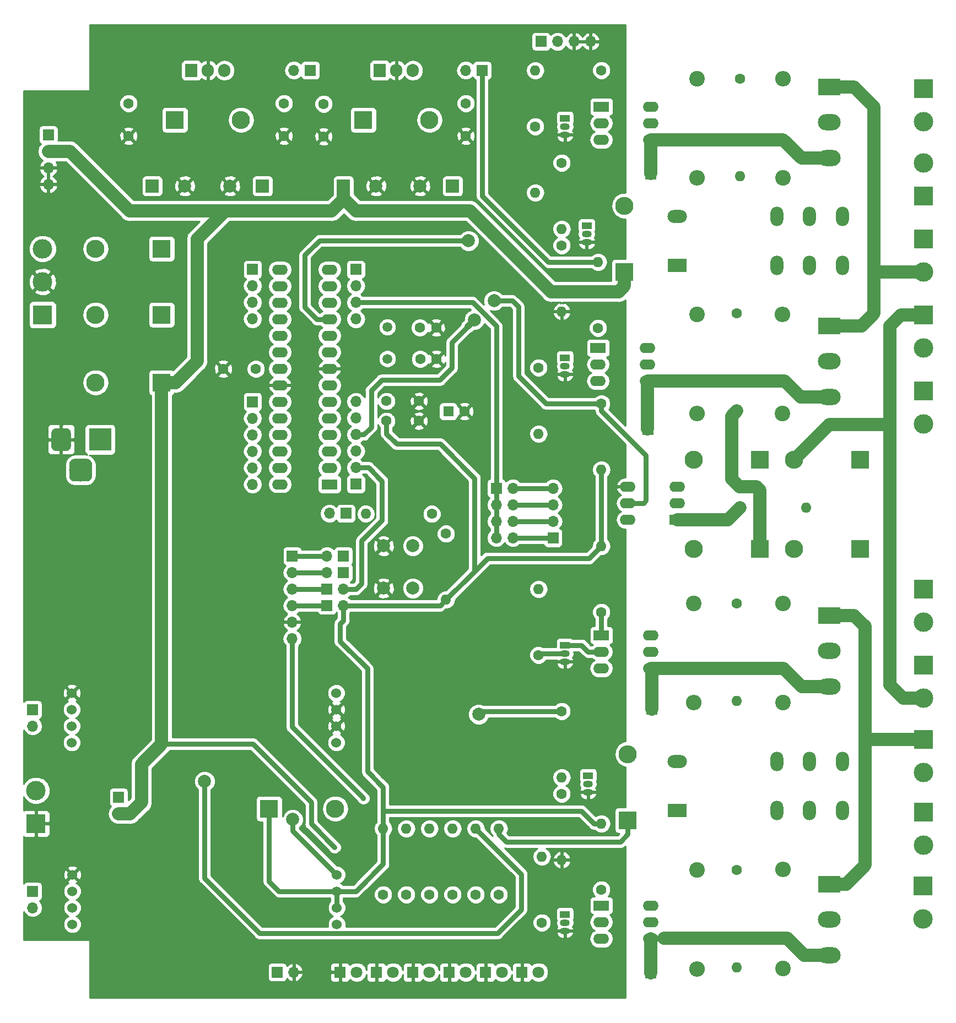
<source format=gbl>
G04 #@! TF.GenerationSoftware,KiCad,Pcbnew,(5.0.1)-3*
G04 #@! TF.CreationDate,2018-11-11T15:37:57+05:30*
G04 #@! TF.ProjectId,NDT,4E44542E6B696361645F706362000000,rev?*
G04 #@! TF.SameCoordinates,Original*
G04 #@! TF.FileFunction,Copper,L2,Bot,Signal*
G04 #@! TF.FilePolarity,Positive*
%FSLAX46Y46*%
G04 Gerber Fmt 4.6, Leading zero omitted, Abs format (unit mm)*
G04 Created by KiCad (PCBNEW (5.0.1)-3) date 11/11/2018 3:37:57 PM*
%MOMM*%
%LPD*%
G01*
G04 APERTURE LIST*
G04 #@! TA.AperFunction,ComponentPad*
%ADD10R,1.700000X1.700000*%
G04 #@! TD*
G04 #@! TA.AperFunction,ComponentPad*
%ADD11O,1.700000X1.700000*%
G04 #@! TD*
G04 #@! TA.AperFunction,ComponentPad*
%ADD12C,1.600000*%
G04 #@! TD*
G04 #@! TA.AperFunction,ComponentPad*
%ADD13O,1.600000X1.600000*%
G04 #@! TD*
G04 #@! TA.AperFunction,ComponentPad*
%ADD14O,2.000000X3.000000*%
G04 #@! TD*
G04 #@! TA.AperFunction,ComponentPad*
%ADD15O,3.000000X2.000000*%
G04 #@! TD*
G04 #@! TA.AperFunction,ComponentPad*
%ADD16R,3.000000X2.000000*%
G04 #@! TD*
G04 #@! TA.AperFunction,ComponentPad*
%ADD17C,2.400000*%
G04 #@! TD*
G04 #@! TA.AperFunction,ComponentPad*
%ADD18O,2.400000X2.400000*%
G04 #@! TD*
G04 #@! TA.AperFunction,ComponentPad*
%ADD19R,3.000000X3.000000*%
G04 #@! TD*
G04 #@! TA.AperFunction,ComponentPad*
%ADD20C,3.000000*%
G04 #@! TD*
G04 #@! TA.AperFunction,ComponentPad*
%ADD21R,2.000000X2.000000*%
G04 #@! TD*
G04 #@! TA.AperFunction,ComponentPad*
%ADD22C,2.000000*%
G04 #@! TD*
G04 #@! TA.AperFunction,ComponentPad*
%ADD23O,2.800000X2.800000*%
G04 #@! TD*
G04 #@! TA.AperFunction,ComponentPad*
%ADD24R,2.800000X2.800000*%
G04 #@! TD*
G04 #@! TA.AperFunction,ComponentPad*
%ADD25R,3.500000X2.500000*%
G04 #@! TD*
G04 #@! TA.AperFunction,ComponentPad*
%ADD26O,3.500000X2.500000*%
G04 #@! TD*
G04 #@! TA.AperFunction,ComponentPad*
%ADD27C,1.800000*%
G04 #@! TD*
G04 #@! TA.AperFunction,ComponentPad*
%ADD28R,1.800000X1.800000*%
G04 #@! TD*
G04 #@! TA.AperFunction,ComponentPad*
%ADD29R,3.500000X3.500000*%
G04 #@! TD*
G04 #@! TA.AperFunction,Conductor*
%ADD30C,0.100000*%
G04 #@! TD*
G04 #@! TA.AperFunction,ComponentPad*
%ADD31C,3.500000*%
G04 #@! TD*
G04 #@! TA.AperFunction,ComponentPad*
%ADD32O,1.500000X1.050000*%
G04 #@! TD*
G04 #@! TA.AperFunction,ComponentPad*
%ADD33R,1.500000X1.050000*%
G04 #@! TD*
G04 #@! TA.AperFunction,ComponentPad*
%ADD34R,1.905000X2.000000*%
G04 #@! TD*
G04 #@! TA.AperFunction,ComponentPad*
%ADD35O,1.905000X2.000000*%
G04 #@! TD*
G04 #@! TA.AperFunction,ComponentPad*
%ADD36R,2.400000X1.600000*%
G04 #@! TD*
G04 #@! TA.AperFunction,ComponentPad*
%ADD37O,2.400000X1.600000*%
G04 #@! TD*
G04 #@! TA.AperFunction,ComponentPad*
%ADD38C,1.500000*%
G04 #@! TD*
G04 #@! TA.AperFunction,ComponentPad*
%ADD39R,1.600000X1.600000*%
G04 #@! TD*
G04 #@! TA.AperFunction,ComponentPad*
%ADD40C,1.524000*%
G04 #@! TD*
G04 #@! TA.AperFunction,ViaPad*
%ADD41C,2.000000*%
G04 #@! TD*
G04 #@! TA.AperFunction,ViaPad*
%ADD42C,0.800000*%
G04 #@! TD*
G04 #@! TA.AperFunction,Conductor*
%ADD43C,2.032000*%
G04 #@! TD*
G04 #@! TA.AperFunction,Conductor*
%ADD44C,0.762000*%
G04 #@! TD*
G04 #@! TA.AperFunction,Conductor*
%ADD45C,1.016000*%
G04 #@! TD*
G04 #@! TA.AperFunction,Conductor*
%ADD46C,0.254000*%
G04 #@! TD*
G04 APERTURE END LIST*
D10*
G04 #@! TO.P,J20,1*
G04 #@! TO.N,Reset*
X69596000Y-99568000D03*
D11*
G04 #@! TO.P,J20,2*
G04 #@! TO.N,Net-(J20-Pad2)*
X67056000Y-99568000D03*
G04 #@! TD*
D12*
G04 #@! TO.P,R4,1*
G04 #@! TO.N,Net-(Q2-Pad2)*
X103124000Y-136144000D03*
D13*
G04 #@! TO.P,R4,2*
G04 #@! TO.N,GND*
X103124000Y-146304000D03*
G04 #@! TD*
D12*
G04 #@! TO.P,R15,1*
G04 #@! TO.N,INT*
X109220000Y-76136500D03*
D13*
G04 #@! TO.P,R15,2*
G04 #@! TO.N,5V*
X109220000Y-86296500D03*
G04 #@! TD*
D12*
G04 #@! TO.P,R3,1*
G04 #@! TO.N,Net-(Q1-Pad2)*
X103124000Y-51816000D03*
D13*
G04 #@! TO.P,R3,2*
G04 #@! TO.N,GND*
X103124000Y-61976000D03*
G04 #@! TD*
D14*
G04 #@! TO.P,K2,14*
G04 #@! TO.N,AC_IN*
X146244000Y-138684000D03*
G04 #@! TO.P,K2,21*
G04 #@! TO.N,Lamp_3*
X141204000Y-131184000D03*
G04 #@! TO.P,K2,12*
G04 #@! TO.N,Net-(K2-Pad12)*
X136164000Y-138684000D03*
G04 #@! TO.P,K2,22*
G04 #@! TO.N,Net-(K2-Pad22)*
X136164000Y-131184000D03*
G04 #@! TO.P,K2,24*
G04 #@! TO.N,AC_IN*
X146244000Y-131184000D03*
G04 #@! TO.P,K2,11*
G04 #@! TO.N,Lamp_4*
X141204000Y-138684000D03*
D15*
G04 #@! TO.P,K2,A2*
G04 #@! TO.N,Net-(D7-Pad2)*
X120904000Y-131184000D03*
D16*
G04 #@! TO.P,K2,A1*
G04 #@! TO.N,12V*
X120904000Y-138684000D03*
G04 #@! TD*
D17*
G04 #@! TO.P,R23,1*
G04 #@! TO.N,Net-(D16-Pad2)*
X137160000Y-162966400D03*
D18*
G04 #@! TO.P,R23,2*
G04 #@! TO.N,Net-(C16-Pad1)*
X137160000Y-147726400D03*
G04 #@! TD*
D19*
G04 #@! TO.P,J11,1*
G04 #@! TO.N,AC_IN*
X158750000Y-50800000D03*
D20*
G04 #@! TO.P,J11,2*
G04 #@! TO.N,GNDPWR*
X158750000Y-55880000D03*
G04 #@! TD*
D12*
G04 #@! TO.P,C1,2*
G04 #@! TO.N,GND*
X36576000Y-34972000D03*
G04 #@! TO.P,C1,1*
G04 #@! TO.N,Net-(C1-Pad1)*
X36576000Y-29972000D03*
G04 #@! TD*
D21*
G04 #@! TO.P,C2,1*
G04 #@! TO.N,Net-(C1-Pad1)*
X40212000Y-42672000D03*
D22*
G04 #@! TO.P,C2,2*
G04 #@! TO.N,GND*
X45212000Y-42672000D03*
G04 #@! TD*
G04 #@! TO.P,C3,2*
G04 #@! TO.N,GND*
X52150000Y-42672000D03*
D21*
G04 #@! TO.P,C3,1*
G04 #@! TO.N,Net-(C3-Pad1)*
X57150000Y-42672000D03*
G04 #@! TD*
D12*
G04 #@! TO.P,C4,2*
G04 #@! TO.N,GND*
X60452000Y-34972000D03*
G04 #@! TO.P,C4,1*
G04 #@! TO.N,Net-(C3-Pad1)*
X60452000Y-29972000D03*
G04 #@! TD*
G04 #@! TO.P,C5,1*
G04 #@! TO.N,12V*
X66548000Y-30052000D03*
G04 #@! TO.P,C5,2*
G04 #@! TO.N,GND*
X66548000Y-35052000D03*
G04 #@! TD*
D21*
G04 #@! TO.P,C6,1*
G04 #@! TO.N,12V*
X69596000Y-42672000D03*
D22*
G04 #@! TO.P,C6,2*
G04 #@! TO.N,GND*
X74596000Y-42672000D03*
G04 #@! TD*
G04 #@! TO.P,C7,2*
G04 #@! TO.N,GND*
X81360000Y-42672000D03*
D21*
G04 #@! TO.P,C7,1*
G04 #@! TO.N,Net-(C7-Pad1)*
X86360000Y-42672000D03*
G04 #@! TD*
D12*
G04 #@! TO.P,C8,1*
G04 #@! TO.N,Net-(C7-Pad1)*
X88392000Y-29972000D03*
G04 #@! TO.P,C8,2*
G04 #@! TO.N,GND*
X88392000Y-34972000D03*
G04 #@! TD*
G04 #@! TO.P,C10,1*
G04 #@! TO.N,5V*
X56134000Y-70802500D03*
G04 #@! TO.P,C10,2*
G04 #@! TO.N,GND*
X51134000Y-70802500D03*
G04 #@! TD*
G04 #@! TO.P,C11,1*
G04 #@! TO.N,Net-(C11-Pad1)*
X130556000Y-26172160D03*
D13*
G04 #@! TO.P,C11,2*
G04 #@! TO.N,GNDPWR*
X130556000Y-41172160D03*
G04 #@! TD*
D12*
G04 #@! TO.P,C12,1*
G04 #@! TO.N,GND*
X83883500Y-69278500D03*
G04 #@! TO.P,C12,2*
G04 #@! TO.N,Net-(C12-Pad2)*
X81383500Y-69278500D03*
G04 #@! TD*
G04 #@! TO.P,C13,2*
G04 #@! TO.N,Net-(C13-Pad2)*
X81343500Y-64452500D03*
G04 #@! TO.P,C13,1*
G04 #@! TO.N,GND*
X83843500Y-64452500D03*
G04 #@! TD*
D13*
G04 #@! TO.P,C14,2*
G04 #@! TO.N,GNDPWR*
X130048000Y-77255400D03*
D12*
G04 #@! TO.P,C14,1*
G04 #@! TO.N,Net-(C14-Pad1)*
X130048000Y-62255400D03*
G04 #@! TD*
G04 #@! TO.P,C15,1*
G04 #@! TO.N,Net-(C15-Pad1)*
X130048000Y-106832400D03*
D13*
G04 #@! TO.P,C15,2*
G04 #@! TO.N,GNDPWR*
X130048000Y-121832400D03*
G04 #@! TD*
D12*
G04 #@! TO.P,C16,1*
G04 #@! TO.N,Net-(C16-Pad1)*
X130048000Y-147828000D03*
D13*
G04 #@! TO.P,C16,2*
G04 #@! TO.N,GNDPWR*
X130048000Y-162828000D03*
G04 #@! TD*
D12*
G04 #@! TO.P,C17,1*
G04 #@! TO.N,5V*
X76200000Y-75755500D03*
G04 #@! TO.P,C17,2*
G04 #@! TO.N,GND*
X81200000Y-75755500D03*
G04 #@! TD*
G04 #@! TO.P,C18,2*
G04 #@! TO.N,GND*
X81200000Y-78803500D03*
G04 #@! TO.P,C18,1*
G04 #@! TO.N,5V*
X76200000Y-78803500D03*
G04 #@! TD*
D23*
G04 #@! TO.P,D1,2*
G04 #@! TO.N,Net-(C3-Pad1)*
X53848000Y-32512000D03*
D24*
G04 #@! TO.P,D1,1*
G04 #@! TO.N,Net-(C1-Pad1)*
X43688000Y-32512000D03*
G04 #@! TD*
G04 #@! TO.P,D2,1*
G04 #@! TO.N,12V*
X72644000Y-32512000D03*
D23*
G04 #@! TO.P,D2,2*
G04 #@! TO.N,Net-(C7-Pad1)*
X82804000Y-32512000D03*
G04 #@! TD*
G04 #@! TO.P,D3,2*
G04 #@! TO.N,Net-(D3-Pad2)*
X31496000Y-52324000D03*
D24*
G04 #@! TO.P,D3,1*
G04 #@! TO.N,Net-(C1-Pad1)*
X41656000Y-52324000D03*
G04 #@! TD*
D23*
G04 #@! TO.P,D4,2*
G04 #@! TO.N,Net-(D4-Pad2)*
X31496000Y-62484000D03*
D24*
G04 #@! TO.P,D4,1*
G04 #@! TO.N,Net-(C1-Pad1)*
X41656000Y-62484000D03*
G04 #@! TD*
G04 #@! TO.P,D5,1*
G04 #@! TO.N,12V*
X41656000Y-72898000D03*
D23*
G04 #@! TO.P,D5,2*
G04 #@! TO.N,Net-(D5-Pad2)*
X31496000Y-72898000D03*
G04 #@! TD*
G04 #@! TO.P,D6,2*
G04 #@! TO.N,Net-(D6-Pad2)*
X112776000Y-45720000D03*
D24*
G04 #@! TO.P,D6,1*
G04 #@! TO.N,12V*
X112776000Y-55880000D03*
G04 #@! TD*
G04 #@! TO.P,D7,1*
G04 #@! TO.N,12V*
X113284000Y-140208000D03*
D23*
G04 #@! TO.P,D7,2*
G04 #@! TO.N,Net-(D7-Pad2)*
X113284000Y-130048000D03*
G04 #@! TD*
D24*
G04 #@! TO.P,D8,1*
G04 #@! TO.N,5V*
X58166000Y-138430000D03*
D23*
G04 #@! TO.P,D8,2*
G04 #@! TO.N,Net-(C9-Pad1)*
X68326000Y-138430000D03*
G04 #@! TD*
D25*
G04 #@! TO.P,D9,1*
G04 #@! TO.N,GNDPWR*
X144272000Y-27432000D03*
D26*
G04 #@! TO.P,D9,2*
G04 #@! TO.N,Net-(D9-Pad2)*
X144272000Y-32907000D03*
G04 #@! TO.P,D9,3*
G04 #@! TO.N,Gate_1*
X144272000Y-38382000D03*
G04 #@! TD*
D24*
G04 #@! TO.P,D10,1*
G04 #@! TO.N,Net-(D10-Pad1)*
X148976080Y-84764880D03*
D23*
G04 #@! TO.P,D10,2*
G04 #@! TO.N,AC_IN*
X138816080Y-84764880D03*
G04 #@! TD*
G04 #@! TO.P,D11,2*
G04 #@! TO.N,GNDPWR*
X138816080Y-98480880D03*
D24*
G04 #@! TO.P,D11,1*
G04 #@! TO.N,Net-(D10-Pad1)*
X148976080Y-98480880D03*
G04 #@! TD*
D26*
G04 #@! TO.P,D12,3*
G04 #@! TO.N,Gate_2*
X144272000Y-75110400D03*
G04 #@! TO.P,D12,2*
G04 #@! TO.N,Net-(D12-Pad2)*
X144272000Y-69635400D03*
D25*
G04 #@! TO.P,D12,1*
G04 #@! TO.N,GNDPWR*
X144272000Y-64160400D03*
G04 #@! TD*
D24*
G04 #@! TO.P,D13,1*
G04 #@! TO.N,AC_IN*
X133604000Y-84764880D03*
D23*
G04 #@! TO.P,D13,2*
G04 #@! TO.N,Net-(D13-Pad2)*
X123444000Y-84764880D03*
G04 #@! TD*
G04 #@! TO.P,D14,2*
G04 #@! TO.N,Net-(D13-Pad2)*
X123444000Y-98480880D03*
D24*
G04 #@! TO.P,D14,1*
G04 #@! TO.N,GNDPWR*
X133604000Y-98480880D03*
G04 #@! TD*
D26*
G04 #@! TO.P,D15,3*
G04 #@! TO.N,Gate_3*
X144272000Y-119662000D03*
G04 #@! TO.P,D15,2*
G04 #@! TO.N,Net-(D15-Pad2)*
X144272000Y-114187000D03*
D25*
G04 #@! TO.P,D15,1*
G04 #@! TO.N,GNDPWR*
X144272000Y-108712000D03*
G04 #@! TD*
G04 #@! TO.P,D16,1*
G04 #@! TO.N,GNDPWR*
X144272000Y-150012400D03*
D26*
G04 #@! TO.P,D16,2*
G04 #@! TO.N,Net-(D16-Pad2)*
X144272000Y-155487400D03*
G04 #@! TO.P,D16,3*
G04 #@! TO.N,Gate_4*
X144272000Y-160962400D03*
G04 #@! TD*
D27*
G04 #@! TO.P,D17,2*
G04 #@! TO.N,Net-(D17-Pad2)*
X99568000Y-163576000D03*
D28*
G04 #@! TO.P,D17,1*
G04 #@! TO.N,GND*
X97028000Y-163576000D03*
G04 #@! TD*
G04 #@! TO.P,D18,1*
G04 #@! TO.N,GND*
X69088000Y-163576000D03*
D27*
G04 #@! TO.P,D18,2*
G04 #@! TO.N,Net-(D18-Pad2)*
X71628000Y-163576000D03*
G04 #@! TD*
G04 #@! TO.P,D19,2*
G04 #@! TO.N,Net-(D19-Pad2)*
X93980000Y-163576000D03*
D28*
G04 #@! TO.P,D19,1*
G04 #@! TO.N,GND*
X91440000Y-163576000D03*
G04 #@! TD*
G04 #@! TO.P,D20,1*
G04 #@! TO.N,GND*
X85852000Y-163576000D03*
D27*
G04 #@! TO.P,D20,2*
G04 #@! TO.N,Net-(D20-Pad2)*
X88392000Y-163576000D03*
G04 #@! TD*
D28*
G04 #@! TO.P,D21,1*
G04 #@! TO.N,GND*
X74676000Y-163576000D03*
D27*
G04 #@! TO.P,D21,2*
G04 #@! TO.N,Net-(D21-Pad2)*
X77216000Y-163576000D03*
G04 #@! TD*
G04 #@! TO.P,D22,2*
G04 #@! TO.N,Net-(D22-Pad2)*
X82804000Y-163576000D03*
D28*
G04 #@! TO.P,D22,1*
G04 #@! TO.N,GND*
X80264000Y-163576000D03*
G04 #@! TD*
D20*
G04 #@! TO.P,J1,2*
G04 #@! TO.N,AC_IN*
X158750000Y-132842000D03*
D19*
G04 #@! TO.P,J1,1*
G04 #@! TO.N,GNDPWR*
X158750000Y-127762000D03*
G04 #@! TD*
D11*
G04 #@! TO.P,J2,2*
G04 #@! TO.N,Net-(C3-Pad1)*
X61976000Y-24892000D03*
D10*
G04 #@! TO.P,J2,1*
G04 #@! TO.N,12V*
X64516000Y-24892000D03*
G04 #@! TD*
D11*
G04 #@! TO.P,J3,2*
G04 #@! TO.N,Net-(C7-Pad1)*
X88392000Y-24892000D03*
D10*
G04 #@! TO.P,J3,1*
G04 #@! TO.N,5V*
X90932000Y-24892000D03*
G04 #@! TD*
D19*
G04 #@! TO.P,J6,1*
G04 #@! TO.N,Net-(D4-Pad2)*
X23368000Y-62484000D03*
D20*
G04 #@! TO.P,J6,2*
G04 #@! TO.N,GND*
X23368000Y-57404000D03*
G04 #@! TO.P,J6,3*
G04 #@! TO.N,Net-(D3-Pad2)*
X23368000Y-52324000D03*
G04 #@! TD*
D29*
G04 #@! TO.P,J14,1*
G04 #@! TO.N,Net-(D5-Pad2)*
X32210000Y-81660000D03*
D30*
G04 #@! TD*
G04 #@! TO.N,GND*
G04 #@! TO.C,J14*
G36*
X27033513Y-79913611D02*
X27106318Y-79924411D01*
X27177714Y-79942295D01*
X27247013Y-79967090D01*
X27313548Y-79998559D01*
X27376678Y-80036398D01*
X27435795Y-80080242D01*
X27490330Y-80129670D01*
X27539758Y-80184205D01*
X27583602Y-80243322D01*
X27621441Y-80306452D01*
X27652910Y-80372987D01*
X27677705Y-80442286D01*
X27695589Y-80513682D01*
X27706389Y-80586487D01*
X27710000Y-80660000D01*
X27710000Y-82660000D01*
X27706389Y-82733513D01*
X27695589Y-82806318D01*
X27677705Y-82877714D01*
X27652910Y-82947013D01*
X27621441Y-83013548D01*
X27583602Y-83076678D01*
X27539758Y-83135795D01*
X27490330Y-83190330D01*
X27435795Y-83239758D01*
X27376678Y-83283602D01*
X27313548Y-83321441D01*
X27247013Y-83352910D01*
X27177714Y-83377705D01*
X27106318Y-83395589D01*
X27033513Y-83406389D01*
X26960000Y-83410000D01*
X25460000Y-83410000D01*
X25386487Y-83406389D01*
X25313682Y-83395589D01*
X25242286Y-83377705D01*
X25172987Y-83352910D01*
X25106452Y-83321441D01*
X25043322Y-83283602D01*
X24984205Y-83239758D01*
X24929670Y-83190330D01*
X24880242Y-83135795D01*
X24836398Y-83076678D01*
X24798559Y-83013548D01*
X24767090Y-82947013D01*
X24742295Y-82877714D01*
X24724411Y-82806318D01*
X24713611Y-82733513D01*
X24710000Y-82660000D01*
X24710000Y-80660000D01*
X24713611Y-80586487D01*
X24724411Y-80513682D01*
X24742295Y-80442286D01*
X24767090Y-80372987D01*
X24798559Y-80306452D01*
X24836398Y-80243322D01*
X24880242Y-80184205D01*
X24929670Y-80129670D01*
X24984205Y-80080242D01*
X25043322Y-80036398D01*
X25106452Y-79998559D01*
X25172987Y-79967090D01*
X25242286Y-79942295D01*
X25313682Y-79924411D01*
X25386487Y-79913611D01*
X25460000Y-79910000D01*
X26960000Y-79910000D01*
X27033513Y-79913611D01*
X27033513Y-79913611D01*
G37*
D20*
G04 #@! TO.P,J14,2*
G04 #@! TO.N,GND*
X26210000Y-81660000D03*
D30*
G04 #@! TD*
G04 #@! TO.N,N/C*
G04 #@! TO.C,J14*
G36*
X30170765Y-84614213D02*
X30255704Y-84626813D01*
X30338999Y-84647677D01*
X30419848Y-84676605D01*
X30497472Y-84713319D01*
X30571124Y-84757464D01*
X30640094Y-84808616D01*
X30703718Y-84866282D01*
X30761384Y-84929906D01*
X30812536Y-84998876D01*
X30856681Y-85072528D01*
X30893395Y-85150152D01*
X30922323Y-85231001D01*
X30943187Y-85314296D01*
X30955787Y-85399235D01*
X30960000Y-85485000D01*
X30960000Y-87235000D01*
X30955787Y-87320765D01*
X30943187Y-87405704D01*
X30922323Y-87488999D01*
X30893395Y-87569848D01*
X30856681Y-87647472D01*
X30812536Y-87721124D01*
X30761384Y-87790094D01*
X30703718Y-87853718D01*
X30640094Y-87911384D01*
X30571124Y-87962536D01*
X30497472Y-88006681D01*
X30419848Y-88043395D01*
X30338999Y-88072323D01*
X30255704Y-88093187D01*
X30170765Y-88105787D01*
X30085000Y-88110000D01*
X28335000Y-88110000D01*
X28249235Y-88105787D01*
X28164296Y-88093187D01*
X28081001Y-88072323D01*
X28000152Y-88043395D01*
X27922528Y-88006681D01*
X27848876Y-87962536D01*
X27779906Y-87911384D01*
X27716282Y-87853718D01*
X27658616Y-87790094D01*
X27607464Y-87721124D01*
X27563319Y-87647472D01*
X27526605Y-87569848D01*
X27497677Y-87488999D01*
X27476813Y-87405704D01*
X27464213Y-87320765D01*
X27460000Y-87235000D01*
X27460000Y-85485000D01*
X27464213Y-85399235D01*
X27476813Y-85314296D01*
X27497677Y-85231001D01*
X27526605Y-85150152D01*
X27563319Y-85072528D01*
X27607464Y-84998876D01*
X27658616Y-84929906D01*
X27716282Y-84866282D01*
X27779906Y-84808616D01*
X27848876Y-84757464D01*
X27922528Y-84713319D01*
X28000152Y-84676605D01*
X28081001Y-84647677D01*
X28164296Y-84626813D01*
X28249235Y-84614213D01*
X28335000Y-84610000D01*
X30085000Y-84610000D01*
X30170765Y-84614213D01*
X30170765Y-84614213D01*
G37*
D31*
G04 #@! TO.P,J14,3*
G04 #@! TO.N,N/C*
X29210000Y-86360000D03*
G04 #@! TD*
D10*
G04 #@! TO.P,J15,1*
G04 #@! TO.N,Net-(J15-Pad1)*
X69977000Y-93027500D03*
D11*
G04 #@! TO.P,J15,2*
G04 #@! TO.N,Reset*
X67437000Y-93027500D03*
G04 #@! TD*
D20*
G04 #@! TO.P,J16,2*
G04 #@! TO.N,Lamp_1*
X158750000Y-32766000D03*
D19*
G04 #@! TO.P,J16,1*
G04 #@! TO.N,Net-(D9-Pad2)*
X158750000Y-27686000D03*
G04 #@! TD*
G04 #@! TO.P,J17,1*
G04 #@! TO.N,Lamp_2*
X158750000Y-74168000D03*
D20*
G04 #@! TO.P,J17,2*
G04 #@! TO.N,Net-(D12-Pad2)*
X158750000Y-79248000D03*
G04 #@! TD*
G04 #@! TO.P,J18,2*
G04 #@! TO.N,Lamp_3*
X158750000Y-109728000D03*
D19*
G04 #@! TO.P,J18,1*
G04 #@! TO.N,Net-(D15-Pad2)*
X158750000Y-104648000D03*
G04 #@! TD*
D10*
G04 #@! TO.P,J19,1*
G04 #@! TO.N,Drive*
X93091000Y-89154000D03*
D11*
G04 #@! TO.P,J19,2*
G04 #@! TO.N,Net-(J19-Pad2)*
X95631000Y-89154000D03*
G04 #@! TO.P,J19,3*
G04 #@! TO.N,Drive*
X93091000Y-91694000D03*
G04 #@! TO.P,J19,4*
G04 #@! TO.N,Net-(J19-Pad4)*
X95631000Y-91694000D03*
G04 #@! TO.P,J19,5*
G04 #@! TO.N,Drive*
X93091000Y-94234000D03*
G04 #@! TO.P,J19,6*
G04 #@! TO.N,Net-(J19-Pad6)*
X95631000Y-94234000D03*
G04 #@! TO.P,J19,7*
G04 #@! TO.N,Drive*
X93091000Y-96774000D03*
G04 #@! TO.P,J19,8*
G04 #@! TO.N,Net-(J19-Pad8)*
X95631000Y-96774000D03*
G04 #@! TD*
D10*
G04 #@! TO.P,J21,1*
G04 #@! TO.N,TX*
X69596000Y-102108000D03*
D11*
G04 #@! TO.P,J21,2*
G04 #@! TO.N,Net-(J21-Pad2)*
X67056000Y-102108000D03*
G04 #@! TD*
G04 #@! TO.P,J22,6*
G04 #@! TO.N,3V3*
X61722000Y-112268000D03*
G04 #@! TO.P,J22,5*
G04 #@! TO.N,GND*
X61722000Y-109728000D03*
G04 #@! TO.P,J22,4*
G04 #@! TO.N,Net-(J22-Pad4)*
X61722000Y-107188000D03*
G04 #@! TO.P,J22,3*
G04 #@! TO.N,Net-(J22-Pad3)*
X61722000Y-104648000D03*
G04 #@! TO.P,J22,2*
G04 #@! TO.N,Net-(J21-Pad2)*
X61722000Y-102108000D03*
D10*
G04 #@! TO.P,J22,1*
G04 #@! TO.N,Net-(J20-Pad2)*
X61722000Y-99568000D03*
G04 #@! TD*
D19*
G04 #@! TO.P,J23,1*
G04 #@! TO.N,Lamp_4*
X158673800Y-150266400D03*
D20*
G04 #@! TO.P,J23,2*
G04 #@! TO.N,Net-(D16-Pad2)*
X158673800Y-155346400D03*
G04 #@! TD*
D10*
G04 #@! TO.P,J24,1*
G04 #@! TO.N,Net-(J22-Pad3)*
X67056000Y-104648000D03*
D11*
G04 #@! TO.P,J24,2*
G04 #@! TO.N,RX*
X69596000Y-104648000D03*
G04 #@! TD*
G04 #@! TO.P,J25,2*
G04 #@! TO.N,5V*
X69596000Y-107188000D03*
D10*
G04 #@! TO.P,J25,1*
G04 #@! TO.N,Net-(J22-Pad4)*
X67056000Y-107188000D03*
G04 #@! TD*
D19*
G04 #@! TO.P,J26,1*
G04 #@! TO.N,GND*
X22352000Y-140716000D03*
D20*
G04 #@! TO.P,J26,2*
G04 #@! TO.N,Net-(J26-Pad2)*
X22352000Y-135636000D03*
G04 #@! TD*
D11*
G04 #@! TO.P,J27,2*
G04 #@! TO.N,12V*
X35052000Y-139192000D03*
D10*
G04 #@! TO.P,J27,1*
G04 #@! TO.N,Net-(J26-Pad2)*
X35052000Y-136652000D03*
G04 #@! TD*
G04 #@! TO.P,J30,1*
G04 #@! TO.N,Net-(J30-Pad1)*
X21844000Y-151130000D03*
D11*
G04 #@! TO.P,J30,2*
G04 #@! TO.N,Net-(J30-Pad2)*
X21844000Y-153670000D03*
G04 #@! TD*
D10*
G04 #@! TO.P,J31,1*
G04 #@! TO.N,PC0*
X55626000Y-75844722D03*
D11*
G04 #@! TO.P,J31,2*
G04 #@! TO.N,PC1*
X55626000Y-78384722D03*
G04 #@! TO.P,J31,3*
G04 #@! TO.N,PC2*
X55626000Y-80924722D03*
G04 #@! TO.P,J31,4*
G04 #@! TO.N,PC3*
X55626000Y-83464722D03*
G04 #@! TO.P,J31,5*
G04 #@! TO.N,PC4*
X55626000Y-86004722D03*
G04 #@! TO.P,J31,6*
G04 #@! TO.N,PC5*
X55626000Y-88544722D03*
G04 #@! TD*
G04 #@! TO.P,J35,2*
G04 #@! TO.N,Net-(J35-Pad2)*
X21844000Y-125730000D03*
D10*
G04 #@! TO.P,J35,1*
G04 #@! TO.N,Net-(J35-Pad1)*
X21844000Y-123190000D03*
G04 #@! TD*
D16*
G04 #@! TO.P,K1,A1*
G04 #@! TO.N,12V*
X120904000Y-54864000D03*
D15*
G04 #@! TO.P,K1,A2*
G04 #@! TO.N,Net-(D6-Pad2)*
X120904000Y-47364000D03*
D14*
G04 #@! TO.P,K1,11*
G04 #@! TO.N,Lamp_2*
X141204000Y-54864000D03*
G04 #@! TO.P,K1,24*
G04 #@! TO.N,AC_IN*
X146244000Y-47364000D03*
G04 #@! TO.P,K1,22*
G04 #@! TO.N,Net-(K1-Pad22)*
X136164000Y-47364000D03*
G04 #@! TO.P,K1,12*
G04 #@! TO.N,Net-(K1-Pad12)*
X136164000Y-54864000D03*
G04 #@! TO.P,K1,21*
G04 #@! TO.N,Lamp_1*
X141204000Y-47364000D03*
G04 #@! TO.P,K1,14*
G04 #@! TO.N,AC_IN*
X146244000Y-54864000D03*
G04 #@! TD*
D32*
G04 #@! TO.P,Q1,2*
G04 #@! TO.N,Net-(Q1-Pad2)*
X106979720Y-50038000D03*
G04 #@! TO.P,Q1,3*
G04 #@! TO.N,GND*
X106979720Y-51308000D03*
D33*
G04 #@! TO.P,Q1,1*
G04 #@! TO.N,Net-(D6-Pad2)*
X106979720Y-48768000D03*
G04 #@! TD*
D32*
G04 #@! TO.P,Q2,2*
G04 #@! TO.N,Net-(Q2-Pad2)*
X107188000Y-134620000D03*
G04 #@! TO.P,Q2,3*
G04 #@! TO.N,GND*
X107188000Y-135890000D03*
D33*
G04 #@! TO.P,Q2,1*
G04 #@! TO.N,Net-(D7-Pad2)*
X107188000Y-133350000D03*
G04 #@! TD*
D32*
G04 #@! TO.P,Q3,2*
G04 #@! TO.N,Net-(Q3-Pad2)*
X103632000Y-33528000D03*
G04 #@! TO.P,Q3,3*
G04 #@! TO.N,GND*
X103632000Y-34798000D03*
D33*
G04 #@! TO.P,Q3,1*
G04 #@! TO.N,Net-(Q3-Pad1)*
X103632000Y-32258000D03*
G04 #@! TD*
G04 #@! TO.P,Q4,1*
G04 #@! TO.N,Net-(Q4-Pad1)*
X103632000Y-69088000D03*
D32*
G04 #@! TO.P,Q4,3*
G04 #@! TO.N,GND*
X103632000Y-71628000D03*
G04 #@! TO.P,Q4,2*
G04 #@! TO.N,Net-(Q4-Pad2)*
X103632000Y-70358000D03*
G04 #@! TD*
D33*
G04 #@! TO.P,Q5,1*
G04 #@! TO.N,Net-(Q5-Pad1)*
X103632000Y-113284000D03*
D32*
G04 #@! TO.P,Q5,3*
G04 #@! TO.N,GND*
X103632000Y-115824000D03*
G04 #@! TO.P,Q5,2*
G04 #@! TO.N,Net-(Q5-Pad2)*
X103632000Y-114554000D03*
G04 #@! TD*
D33*
G04 #@! TO.P,Q6,1*
G04 #@! TO.N,Net-(Q6-Pad1)*
X103632000Y-154686000D03*
D32*
G04 #@! TO.P,Q6,3*
G04 #@! TO.N,GND*
X103632000Y-157226000D03*
G04 #@! TO.P,Q6,2*
G04 #@! TO.N,Net-(Q6-Pad2)*
X103632000Y-155956000D03*
G04 #@! TD*
D12*
G04 #@! TO.P,R1,1*
G04 #@! TO.N,Relay_Drive*
X103124000Y-39116000D03*
D13*
G04 #@! TO.P,R1,2*
G04 #@! TO.N,Net-(Q1-Pad2)*
X103124000Y-49276000D03*
G04 #@! TD*
G04 #@! TO.P,R2,2*
G04 #@! TO.N,Net-(Q2-Pad2)*
X103124000Y-133604000D03*
D12*
G04 #@! TO.P,R2,1*
G04 #@! TO.N,Relay_Drive*
X103124000Y-123444000D03*
G04 #@! TD*
D13*
G04 #@! TO.P,R5,2*
G04 #@! TO.N,5V*
X85344000Y-106299000D03*
D12*
G04 #@! TO.P,R5,1*
G04 #@! TO.N,Net-(C9-Pad1)*
X85344000Y-96139000D03*
G04 #@! TD*
D13*
G04 #@! TO.P,R6,2*
G04 #@! TO.N,Net-(J15-Pad1)*
X73025000Y-93091000D03*
D12*
G04 #@! TO.P,R6,1*
G04 #@! TO.N,Net-(C9-Pad1)*
X83185000Y-93091000D03*
G04 #@! TD*
D13*
G04 #@! TO.P,R7,2*
G04 #@! TO.N,5V*
X99060000Y-24892000D03*
D12*
G04 #@! TO.P,R7,1*
G04 #@! TO.N,Net-(R7-Pad1)*
X109220000Y-24892000D03*
G04 #@! TD*
D13*
G04 #@! TO.P,R10,2*
G04 #@! TO.N,Net-(J19-Pad2)*
X99060000Y-43688000D03*
D12*
G04 #@! TO.P,R10,1*
G04 #@! TO.N,Net-(Q3-Pad2)*
X99060000Y-33528000D03*
G04 #@! TD*
D13*
G04 #@! TO.P,R11,2*
G04 #@! TO.N,Net-(D10-Pad1)*
X140716000Y-92130880D03*
D12*
G04 #@! TO.P,R11,1*
G04 #@! TO.N,Net-(R11-Pad1)*
X130556000Y-92130880D03*
G04 #@! TD*
G04 #@! TO.P,R12,1*
G04 #@! TO.N,Net-(R12-Pad1)*
X108712000Y-64516000D03*
D13*
G04 #@! TO.P,R12,2*
G04 #@! TO.N,5V*
X108712000Y-54356000D03*
G04 #@! TD*
D12*
G04 #@! TO.P,R16,1*
G04 #@! TO.N,Net-(Q4-Pad2)*
X99568000Y-70612000D03*
D13*
G04 #@! TO.P,R16,2*
G04 #@! TO.N,Net-(J19-Pad4)*
X99568000Y-80772000D03*
G04 #@! TD*
G04 #@! TO.P,R17,2*
G04 #@! TO.N,5V*
X109220000Y-98044000D03*
D12*
G04 #@! TO.P,R17,1*
G04 #@! TO.N,Net-(R17-Pad1)*
X109220000Y-108204000D03*
G04 #@! TD*
D13*
G04 #@! TO.P,R20,2*
G04 #@! TO.N,Net-(J19-Pad6)*
X99568000Y-104648000D03*
D12*
G04 #@! TO.P,R20,1*
G04 #@! TO.N,Net-(Q5-Pad2)*
X99568000Y-114808000D03*
G04 #@! TD*
D13*
G04 #@! TO.P,R21,2*
G04 #@! TO.N,5V*
X109220000Y-140716000D03*
D12*
G04 #@! TO.P,R21,1*
G04 #@! TO.N,Net-(R21-Pad1)*
X109220000Y-150876000D03*
G04 #@! TD*
G04 #@! TO.P,R24,1*
G04 #@! TO.N,Net-(Q6-Pad2)*
X100076000Y-155956000D03*
D13*
G04 #@! TO.P,R24,2*
G04 #@! TO.N,Net-(J19-Pad8)*
X100076000Y-145796000D03*
G04 #@! TD*
G04 #@! TO.P,R25,2*
G04 #@! TO.N,12V*
X93472000Y-141478000D03*
D12*
G04 #@! TO.P,R25,1*
G04 #@! TO.N,Net-(D17-Pad2)*
X93472000Y-151638000D03*
G04 #@! TD*
G04 #@! TO.P,R26,1*
G04 #@! TO.N,Net-(D18-Pad2)*
X75692000Y-151638000D03*
D13*
G04 #@! TO.P,R26,2*
G04 #@! TO.N,5V*
X75692000Y-141478000D03*
G04 #@! TD*
G04 #@! TO.P,R27,2*
G04 #@! TO.N,LED*
X89916000Y-141478000D03*
D12*
G04 #@! TO.P,R27,1*
G04 #@! TO.N,Net-(D19-Pad2)*
X89916000Y-151638000D03*
G04 #@! TD*
G04 #@! TO.P,R28,1*
G04 #@! TO.N,Net-(D20-Pad2)*
X86360000Y-151638000D03*
D13*
G04 #@! TO.P,R28,2*
G04 #@! TO.N,Drive*
X86360000Y-141478000D03*
G04 #@! TD*
D12*
G04 #@! TO.P,R29,1*
G04 #@! TO.N,Net-(D21-Pad2)*
X79248000Y-151638000D03*
D13*
G04 #@! TO.P,R29,2*
G04 #@! TO.N,3V3*
X79248000Y-141478000D03*
G04 #@! TD*
D12*
G04 #@! TO.P,R30,1*
G04 #@! TO.N,Net-(D22-Pad2)*
X82804000Y-151638000D03*
D13*
G04 #@! TO.P,R30,2*
G04 #@! TO.N,Relay_Drive*
X82804000Y-141478000D03*
G04 #@! TD*
D22*
G04 #@! TO.P,SW1,2*
G04 #@! TO.N,Net-(C9-Pad1)*
X80255500Y-104521000D03*
G04 #@! TO.P,SW1,1*
G04 #@! TO.N,GND*
X75755500Y-104521000D03*
G04 #@! TO.P,SW1,2*
G04 #@! TO.N,Net-(C9-Pad1)*
X80255500Y-98021000D03*
G04 #@! TO.P,SW1,1*
G04 #@! TO.N,GND*
X75755500Y-98021000D03*
G04 #@! TD*
D34*
G04 #@! TO.P,U1,1*
G04 #@! TO.N,Net-(C1-Pad1)*
X46228000Y-24892000D03*
D35*
G04 #@! TO.P,U1,2*
G04 #@! TO.N,GND*
X48768000Y-24892000D03*
G04 #@! TO.P,U1,3*
G04 #@! TO.N,Net-(C3-Pad1)*
X51308000Y-24892000D03*
G04 #@! TD*
G04 #@! TO.P,U2,3*
G04 #@! TO.N,Net-(C7-Pad1)*
X80264000Y-24892000D03*
G04 #@! TO.P,U2,2*
G04 #@! TO.N,GND*
X77724000Y-24892000D03*
D34*
G04 #@! TO.P,U2,1*
G04 #@! TO.N,12V*
X75184000Y-24892000D03*
G04 #@! TD*
D36*
G04 #@! TO.P,U3,1*
G04 #@! TO.N,Net-(R7-Pad1)*
X109220000Y-30480000D03*
D37*
G04 #@! TO.P,U3,4*
G04 #@! TO.N,Gate_1*
X116840000Y-35560000D03*
G04 #@! TO.P,U3,2*
G04 #@! TO.N,Net-(Q3-Pad1)*
X109220000Y-33020000D03*
G04 #@! TO.P,U3,5*
G04 #@! TO.N,Net-(U3-Pad5)*
X116840000Y-33020000D03*
G04 #@! TO.P,U3,3*
G04 #@! TO.N,Net-(U3-Pad3)*
X109220000Y-35560000D03*
G04 #@! TO.P,U3,6*
G04 #@! TO.N,Net-(R8-Pad2)*
X116840000Y-30480000D03*
G04 #@! TD*
D36*
G04 #@! TO.P,U4,1*
G04 #@! TO.N,Reset*
X67451887Y-88544722D03*
D37*
G04 #@! TO.P,U4,15*
G04 #@! TO.N,PB1*
X59831887Y-55524722D03*
G04 #@! TO.P,U4,2*
G04 #@! TO.N,RX*
X67451887Y-86004722D03*
G04 #@! TO.P,U4,16*
G04 #@! TO.N,PB2*
X59831887Y-58064722D03*
G04 #@! TO.P,U4,3*
G04 #@! TO.N,TX*
X67451887Y-83464722D03*
G04 #@! TO.P,U4,17*
G04 #@! TO.N,PB3*
X59831887Y-60604722D03*
G04 #@! TO.P,U4,4*
G04 #@! TO.N,INT*
X67451887Y-80924722D03*
G04 #@! TO.P,U4,18*
G04 #@! TO.N,PB4*
X59831887Y-63144722D03*
G04 #@! TO.P,U4,5*
G04 #@! TO.N,PD3*
X67451887Y-78384722D03*
G04 #@! TO.P,U4,19*
G04 #@! TO.N,LED*
X59831887Y-65684722D03*
G04 #@! TO.P,U4,6*
G04 #@! TO.N,PD4*
X67451887Y-75844722D03*
G04 #@! TO.P,U4,20*
G04 #@! TO.N,5V*
X59831887Y-68224722D03*
G04 #@! TO.P,U4,7*
X67451887Y-73304722D03*
G04 #@! TO.P,U4,21*
X59831887Y-70764722D03*
G04 #@! TO.P,U4,8*
G04 #@! TO.N,GND*
X67451887Y-70764722D03*
G04 #@! TO.P,U4,22*
X59831887Y-73304722D03*
G04 #@! TO.P,U4,9*
G04 #@! TO.N,Net-(C12-Pad2)*
X67451887Y-68224722D03*
G04 #@! TO.P,U4,23*
G04 #@! TO.N,PC0*
X59831887Y-75844722D03*
G04 #@! TO.P,U4,10*
G04 #@! TO.N,Net-(C13-Pad2)*
X67451887Y-65684722D03*
G04 #@! TO.P,U4,24*
G04 #@! TO.N,PC1*
X59831887Y-78384722D03*
G04 #@! TO.P,U4,11*
G04 #@! TO.N,Relay_Drive*
X67451887Y-63144722D03*
G04 #@! TO.P,U4,25*
G04 #@! TO.N,PC2*
X59831887Y-80924722D03*
G04 #@! TO.P,U4,12*
G04 #@! TO.N,Drive*
X67451887Y-60604722D03*
G04 #@! TO.P,U4,26*
G04 #@! TO.N,PC3*
X59831887Y-83464722D03*
G04 #@! TO.P,U4,13*
G04 #@! TO.N,PD7*
X67451887Y-58064722D03*
G04 #@! TO.P,U4,27*
G04 #@! TO.N,PC4*
X59831887Y-86004722D03*
G04 #@! TO.P,U4,14*
G04 #@! TO.N,PB0*
X67451887Y-55524722D03*
G04 #@! TO.P,U4,28*
G04 #@! TO.N,PC5*
X59831887Y-88544722D03*
G04 #@! TD*
D36*
G04 #@! TO.P,U5,1*
G04 #@! TO.N,Net-(R12-Pad1)*
X108712000Y-67564000D03*
D37*
G04 #@! TO.P,U5,4*
G04 #@! TO.N,Gate_2*
X116332000Y-72644000D03*
G04 #@! TO.P,U5,2*
G04 #@! TO.N,Net-(Q4-Pad1)*
X108712000Y-70104000D03*
G04 #@! TO.P,U5,5*
G04 #@! TO.N,Net-(U5-Pad5)*
X116332000Y-70104000D03*
G04 #@! TO.P,U5,3*
G04 #@! TO.N,Net-(U5-Pad3)*
X108712000Y-72644000D03*
G04 #@! TO.P,U5,6*
G04 #@! TO.N,Net-(R13-Pad2)*
X116332000Y-67564000D03*
G04 #@! TD*
G04 #@! TO.P,U6,6*
G04 #@! TO.N,Net-(U6-Pad6)*
X113284000Y-93980000D03*
G04 #@! TO.P,U6,3*
G04 #@! TO.N,Net-(U6-Pad3)*
X120904000Y-88900000D03*
G04 #@! TO.P,U6,5*
G04 #@! TO.N,INT*
X113284000Y-91440000D03*
G04 #@! TO.P,U6,2*
G04 #@! TO.N,Net-(D13-Pad2)*
X120904000Y-91440000D03*
G04 #@! TO.P,U6,4*
G04 #@! TO.N,GND*
X113284000Y-88900000D03*
D36*
G04 #@! TO.P,U6,1*
G04 #@! TO.N,Net-(R11-Pad1)*
X120904000Y-93980000D03*
G04 #@! TD*
D37*
G04 #@! TO.P,U7,6*
G04 #@! TO.N,Net-(R18-Pad2)*
X116840000Y-111760000D03*
G04 #@! TO.P,U7,3*
G04 #@! TO.N,Net-(U7-Pad3)*
X109220000Y-116840000D03*
G04 #@! TO.P,U7,5*
G04 #@! TO.N,Net-(U7-Pad5)*
X116840000Y-114300000D03*
G04 #@! TO.P,U7,2*
G04 #@! TO.N,Net-(Q5-Pad1)*
X109220000Y-114300000D03*
G04 #@! TO.P,U7,4*
G04 #@! TO.N,Gate_3*
X116840000Y-116840000D03*
D36*
G04 #@! TO.P,U7,1*
G04 #@! TO.N,Net-(R17-Pad1)*
X109220000Y-111760000D03*
G04 #@! TD*
G04 #@! TO.P,U8,1*
G04 #@! TO.N,Net-(R21-Pad1)*
X109220000Y-153319480D03*
D37*
G04 #@! TO.P,U8,4*
G04 #@! TO.N,Gate_4*
X116840000Y-158399480D03*
G04 #@! TO.P,U8,2*
G04 #@! TO.N,Net-(Q6-Pad1)*
X109220000Y-155859480D03*
G04 #@! TO.P,U8,5*
G04 #@! TO.N,Net-(U8-Pad5)*
X116840000Y-155859480D03*
G04 #@! TO.P,U8,3*
G04 #@! TO.N,Net-(U8-Pad3)*
X109220000Y-158399480D03*
G04 #@! TO.P,U8,6*
G04 #@! TO.N,Net-(R22-Pad2)*
X116840000Y-153319480D03*
G04 #@! TD*
D38*
G04 #@! TO.P,Y1,1*
G04 #@! TO.N,Net-(C12-Pad2)*
X76341887Y-69240722D03*
G04 #@! TO.P,Y1,2*
G04 #@! TO.N,Net-(C13-Pad2)*
X76341887Y-64360722D03*
G04 #@! TD*
D39*
G04 #@! TO.P,C9,1*
G04 #@! TO.N,Net-(C9-Pad1)*
X85699600Y-77343000D03*
D12*
G04 #@! TO.P,C9,2*
G04 #@! TO.N,GND*
X88199600Y-77343000D03*
G04 #@! TD*
D40*
G04 #@! TO.P,U9,8*
G04 #@! TO.N,5V*
X27940000Y-156210000D03*
G04 #@! TO.P,U9,7*
G04 #@! TO.N,Net-(J30-Pad2)*
X27940000Y-153670000D03*
G04 #@! TO.P,U9,6*
G04 #@! TO.N,Net-(J30-Pad1)*
X27940000Y-151130000D03*
G04 #@! TO.P,U9,5*
G04 #@! TO.N,GND*
X27940000Y-148590000D03*
G04 #@! TO.P,U9,4*
G04 #@! TO.N,Net-(U9-Pad4)*
X68580000Y-156210000D03*
G04 #@! TO.P,U9,3*
G04 #@! TO.N,5V*
X68580000Y-153670000D03*
G04 #@! TO.P,U9,2*
X68580000Y-151130000D03*
G04 #@! TO.P,U9,1*
G04 #@! TO.N,TX*
X68580000Y-148590000D03*
G04 #@! TD*
G04 #@! TO.P,U10,1*
G04 #@! TO.N,Net-(U10-Pad1)*
X68504999Y-120650000D03*
G04 #@! TO.P,U10,2*
G04 #@! TO.N,GND*
X68504999Y-123190000D03*
G04 #@! TO.P,U10,3*
X68504999Y-125730000D03*
G04 #@! TO.P,U10,4*
G04 #@! TO.N,RX*
X68504999Y-128270000D03*
G04 #@! TO.P,U10,5*
G04 #@! TO.N,GND*
X27864999Y-120650000D03*
G04 #@! TO.P,U10,6*
G04 #@! TO.N,Net-(J35-Pad1)*
X27864999Y-123190000D03*
G04 #@! TO.P,U10,7*
G04 #@! TO.N,Net-(J35-Pad2)*
X27864999Y-125730000D03*
G04 #@! TO.P,U10,8*
G04 #@! TO.N,5V*
X27864999Y-128270000D03*
G04 #@! TD*
D17*
G04 #@! TO.P,R8,1*
G04 #@! TO.N,Net-(C11-Pad1)*
X123952000Y-26146760D03*
D18*
G04 #@! TO.P,R8,2*
G04 #@! TO.N,Net-(R8-Pad2)*
X123952000Y-41386760D03*
G04 #@! TD*
G04 #@! TO.P,R9,2*
G04 #@! TO.N,Net-(C11-Pad1)*
X137129520Y-26146760D03*
D17*
G04 #@! TO.P,R9,1*
G04 #@! TO.N,Net-(D9-Pad2)*
X137129520Y-41386760D03*
G04 #@! TD*
G04 #@! TO.P,R13,1*
G04 #@! TO.N,Net-(C14-Pad1)*
X123952000Y-62382400D03*
D18*
G04 #@! TO.P,R13,2*
G04 #@! TO.N,Net-(R13-Pad2)*
X123952000Y-77622400D03*
G04 #@! TD*
G04 #@! TO.P,R14,2*
G04 #@! TO.N,Net-(C14-Pad1)*
X137083800Y-62382400D03*
D17*
G04 #@! TO.P,R14,1*
G04 #@! TO.N,Net-(D12-Pad2)*
X137083800Y-77622400D03*
G04 #@! TD*
D18*
G04 #@! TO.P,R18,2*
G04 #@! TO.N,Net-(R18-Pad2)*
X123444000Y-122072400D03*
D17*
G04 #@! TO.P,R18,1*
G04 #@! TO.N,Net-(C15-Pad1)*
X123444000Y-106832400D03*
G04 #@! TD*
G04 #@! TO.P,R19,1*
G04 #@! TO.N,Net-(D15-Pad2)*
X137160000Y-122072400D03*
D18*
G04 #@! TO.P,R19,2*
G04 #@! TO.N,Net-(C15-Pad1)*
X137160000Y-106832400D03*
G04 #@! TD*
G04 #@! TO.P,R22,2*
G04 #@! TO.N,Net-(R22-Pad2)*
X123952000Y-163068000D03*
D17*
G04 #@! TO.P,R22,1*
G04 #@! TO.N,Net-(C16-Pad1)*
X123952000Y-147828000D03*
G04 #@! TD*
D10*
G04 #@! TO.P,J36,1*
G04 #@! TO.N,Net-(C9-Pad1)*
X59436000Y-163576000D03*
D11*
G04 #@! TO.P,J36,2*
G04 #@! TO.N,GND*
X61976000Y-163576000D03*
G04 #@! TD*
D19*
G04 #@! TO.P,J37,1*
G04 #@! TO.N,AC_IN*
X158750000Y-44196000D03*
D20*
G04 #@! TO.P,J37,2*
G04 #@! TO.N,Lamp_1*
X158750000Y-39116000D03*
G04 #@! TD*
G04 #@! TO.P,J38,2*
G04 #@! TO.N,Lamp_2*
X158750000Y-67564000D03*
D19*
G04 #@! TO.P,J38,1*
G04 #@! TO.N,AC_IN*
X158750000Y-62484000D03*
G04 #@! TD*
G04 #@! TO.P,J39,1*
G04 #@! TO.N,Lamp_3*
X158750000Y-116332000D03*
D20*
G04 #@! TO.P,J39,2*
G04 #@! TO.N,AC_IN*
X158750000Y-121412000D03*
G04 #@! TD*
G04 #@! TO.P,J40,2*
G04 #@! TO.N,Lamp_4*
X158750000Y-144018000D03*
D19*
G04 #@! TO.P,J40,1*
G04 #@! TO.N,AC_IN*
X158750000Y-138938000D03*
G04 #@! TD*
D10*
G04 #@! TO.P,J33,1*
G04 #@! TO.N,PB1*
X55626000Y-55499000D03*
D11*
G04 #@! TO.P,J33,2*
G04 #@! TO.N,PB2*
X55626000Y-58039000D03*
G04 #@! TO.P,J33,3*
G04 #@! TO.N,PB3*
X55626000Y-60579000D03*
G04 #@! TO.P,J33,4*
G04 #@! TO.N,PB4*
X55626000Y-63119000D03*
G04 #@! TD*
D10*
G04 #@! TO.P,J4,1*
G04 #@! TO.N,PB0*
X71501000Y-55499000D03*
D11*
G04 #@! TO.P,J4,2*
G04 #@! TO.N,PD7*
X71501000Y-58039000D03*
G04 #@! TO.P,J4,3*
G04 #@! TO.N,Drive*
X71501000Y-60579000D03*
G04 #@! TO.P,J4,4*
G04 #@! TO.N,Relay_Drive*
X71501000Y-63119000D03*
G04 #@! TD*
D10*
G04 #@! TO.P,J5,1*
G04 #@! TO.N,Reset*
X71501000Y-88519000D03*
D11*
G04 #@! TO.P,J5,2*
G04 #@! TO.N,RX*
X71501000Y-85979000D03*
G04 #@! TO.P,J5,3*
G04 #@! TO.N,TX*
X71501000Y-83439000D03*
G04 #@! TO.P,J5,4*
G04 #@! TO.N,INT*
X71501000Y-80899000D03*
G04 #@! TO.P,J5,5*
G04 #@! TO.N,PD3*
X71501000Y-78359000D03*
G04 #@! TO.P,J5,6*
G04 #@! TO.N,PD4*
X71501000Y-75819000D03*
G04 #@! TD*
D10*
G04 #@! TO.P,J7,1*
G04 #@! TO.N,12V*
X24257000Y-34798000D03*
D11*
G04 #@! TO.P,J7,2*
X24257000Y-37338000D03*
G04 #@! TO.P,J7,3*
G04 #@! TO.N,GND*
X24257000Y-39878000D03*
G04 #@! TO.P,J7,4*
X24257000Y-42418000D03*
G04 #@! TD*
G04 #@! TO.P,J8,4*
G04 #@! TO.N,GND*
X107569000Y-20447000D03*
G04 #@! TO.P,J8,3*
X105029000Y-20447000D03*
G04 #@! TO.P,J8,2*
G04 #@! TO.N,5V*
X102489000Y-20447000D03*
D10*
G04 #@! TO.P,J8,1*
X99949000Y-20447000D03*
G04 #@! TD*
G04 #@! TO.P,J9,1*
G04 #@! TO.N,Gate_1*
X116789200Y-40792400D03*
G04 #@! TD*
G04 #@! TO.P,J10,1*
G04 #@! TO.N,Gate_2*
X116382800Y-80111600D03*
G04 #@! TD*
G04 #@! TO.P,J12,1*
G04 #@! TO.N,Gate_3*
X116941600Y-123139200D03*
G04 #@! TD*
G04 #@! TO.P,J13,1*
G04 #@! TO.N,Gate_4*
X116789200Y-163677600D03*
G04 #@! TD*
G04 #@! TO.P,J28,1*
G04 #@! TO.N,Net-(J19-Pad8)*
X101805740Y-96781620D03*
D11*
G04 #@! TO.P,J28,2*
G04 #@! TO.N,Net-(J19-Pad6)*
X101805740Y-94241620D03*
G04 #@! TO.P,J28,3*
G04 #@! TO.N,Net-(J19-Pad4)*
X101805740Y-91701620D03*
G04 #@! TO.P,J28,4*
G04 #@! TO.N,Net-(J19-Pad2)*
X101805740Y-89161620D03*
G04 #@! TD*
D41*
G04 #@! TO.N,GND*
X81158080Y-84856320D03*
D42*
G04 #@! TO.N,12V*
X68239640Y-144353280D03*
D41*
G04 #@! TO.N,TX*
X61805820Y-140101320D03*
D42*
G04 #@! TO.N,3V3*
X72654160Y-136834880D03*
D41*
G04 #@! TO.N,Relay_Drive*
X88823800Y-51104800D03*
X90363040Y-123918980D03*
G04 #@! TO.N,INT*
X89705180Y-63273940D03*
X92725240Y-60317380D03*
G04 #@! TO.N,LED*
X48254920Y-134231380D03*
G04 #@! TD*
D43*
G04 #@! TO.N,12V*
X36830000Y-139192000D02*
X35052000Y-139192000D01*
X38544500Y-137477500D02*
X36830000Y-139192000D01*
X41656000Y-128460500D02*
X38544500Y-131572000D01*
X38544500Y-131572000D02*
X38544500Y-137477500D01*
D44*
X41656000Y-128460500D02*
X55669180Y-128460500D01*
X55669180Y-128460500D02*
X64622680Y-137414000D01*
X64622680Y-137414000D02*
X64622680Y-140736320D01*
X64622680Y-140736320D02*
X68239640Y-144353280D01*
D43*
X43818000Y-72898000D02*
X47117000Y-69599000D01*
X41656000Y-72898000D02*
X43818000Y-72898000D01*
X47117000Y-69599000D02*
X47117000Y-50800000D01*
X47117000Y-50800000D02*
X51435000Y-46482000D01*
X51435000Y-46482000D02*
X67818000Y-46482000D01*
D44*
X69596000Y-44704000D02*
X69596000Y-42672000D01*
D43*
X67818000Y-46482000D02*
X69596000Y-44704000D01*
X112776000Y-58042000D02*
X112776000Y-55880000D01*
X69596000Y-42672000D02*
X69596000Y-44577000D01*
X69596000Y-44577000D02*
X71501000Y-46482000D01*
X71501000Y-46482000D02*
X89027000Y-46482000D01*
X111890000Y-58928000D02*
X112776000Y-58042000D01*
X89027000Y-46482000D02*
X101473000Y-58928000D01*
X101473000Y-58928000D02*
X111890000Y-58928000D01*
D44*
X94615000Y-143510000D02*
X93472000Y-142367000D01*
X93472000Y-142367000D02*
X93472000Y-141478000D01*
X112144000Y-143510000D02*
X94615000Y-143510000D01*
X113284000Y-140208000D02*
X113284000Y-142370000D01*
X113284000Y-142370000D02*
X112144000Y-143510000D01*
D43*
X24257000Y-37338000D02*
X27559000Y-37338000D01*
X36703000Y-46482000D02*
X51435000Y-46482000D01*
X27559000Y-37338000D02*
X36703000Y-46482000D01*
X41656000Y-72898000D02*
X41656000Y-128460500D01*
D44*
G04 #@! TO.N,5V*
X59690000Y-151130000D02*
X68580000Y-151130000D01*
X58166000Y-138430000D02*
X58166000Y-149606000D01*
X58166000Y-149606000D02*
X59690000Y-151130000D01*
X71501000Y-151130000D02*
X68580000Y-151130000D01*
X75692000Y-141478000D02*
X75692000Y-146939000D01*
X75692000Y-146939000D02*
X71501000Y-151130000D01*
X68580000Y-151130000D02*
X68580000Y-153670000D01*
X109220000Y-140716000D02*
X108077000Y-140716000D01*
X106172000Y-138811000D02*
X108077000Y-140716000D01*
X75692000Y-138811000D02*
X106172000Y-138811000D01*
X75692000Y-138811000D02*
X75692000Y-141478000D01*
X69596000Y-107188000D02*
X69596000Y-109474000D01*
X69088000Y-109982000D02*
X69088000Y-112708081D01*
X75692000Y-135128000D02*
X75692000Y-138811000D01*
X69596000Y-109474000D02*
X69088000Y-109982000D01*
X69088000Y-112708081D02*
X73279000Y-116899081D01*
X73279000Y-132715000D02*
X75692000Y-135128000D01*
X73279000Y-116899081D02*
X73279000Y-132715000D01*
X101092000Y-54356000D02*
X108712000Y-54356000D01*
X90932000Y-24892000D02*
X90932000Y-44196000D01*
X90932000Y-44196000D02*
X101092000Y-54356000D01*
X109220000Y-86296500D02*
X109220000Y-98044000D01*
X109220000Y-98044000D02*
X107365800Y-99898200D01*
X107365800Y-99898200D02*
X91744800Y-99898200D01*
X84455000Y-107188000D02*
X85344000Y-106299000D01*
X69596000Y-107188000D02*
X84455000Y-107188000D01*
X76200000Y-78803500D02*
X76200000Y-80772000D01*
X76200000Y-80772000D02*
X77749400Y-82321400D01*
X77749400Y-82321400D02*
X84429600Y-82321400D01*
X84429600Y-82321400D02*
X89738200Y-87630000D01*
X89738200Y-101904800D02*
X89509600Y-102133400D01*
X91744800Y-99898200D02*
X89509600Y-102133400D01*
X89738200Y-87630000D02*
X89738200Y-101904800D01*
X89509600Y-102133400D02*
X85344000Y-106299000D01*
D43*
G04 #@! TO.N,GNDPWR*
X151130000Y-62230000D02*
X149199600Y-64160400D01*
X144272000Y-27432000D02*
X148054000Y-27432000D01*
X149199600Y-64160400D02*
X144272000Y-64160400D01*
X148054000Y-27432000D02*
X151130000Y-30508000D01*
X158750000Y-55880000D02*
X151130000Y-55880000D01*
X151130000Y-30508000D02*
X151130000Y-55880000D01*
X151130000Y-55880000D02*
X151130000Y-62230000D01*
X129248001Y-78055399D02*
X129248001Y-87719001D01*
X130048000Y-77255400D02*
X129248001Y-78055399D01*
X129248001Y-87719001D02*
X130429000Y-88900000D01*
X130429000Y-88900000D02*
X133096000Y-88900000D01*
X133604000Y-89408000D02*
X133604000Y-98480880D01*
X133096000Y-88900000D02*
X133604000Y-89408000D01*
X148054000Y-108712000D02*
X149479000Y-110137000D01*
X144272000Y-108712000D02*
X148054000Y-108712000D01*
X149479000Y-110137000D02*
X149507000Y-110137000D01*
X149507000Y-110137000D02*
X149733000Y-110363000D01*
X146837400Y-150012400D02*
X144272000Y-150012400D01*
X149733000Y-147116800D02*
X146837400Y-150012400D01*
X151384000Y-127762000D02*
X149733000Y-127762000D01*
X158750000Y-127762000D02*
X151384000Y-127762000D01*
X149733000Y-110363000D02*
X149733000Y-127762000D01*
X149733000Y-127762000D02*
X149733000Y-147116800D01*
G04 #@! TO.N,Gate_1*
X116840000Y-35560000D02*
X137160000Y-35560000D01*
X139982000Y-38382000D02*
X144272000Y-38382000D01*
X137160000Y-35560000D02*
X139982000Y-38382000D01*
D44*
X116840000Y-40741600D02*
X116789200Y-40792400D01*
D43*
X116840000Y-35560000D02*
X116840000Y-40741600D01*
G04 #@! TO.N,AC_IN*
X155218000Y-62484000D02*
X153543000Y-64159000D01*
X158750000Y-62484000D02*
X155218000Y-62484000D01*
X153543000Y-119380000D02*
X153543000Y-116205000D01*
X158750000Y-121412000D02*
X155575000Y-121412000D01*
X155575000Y-121412000D02*
X153543000Y-119380000D01*
X144205960Y-79375000D02*
X138816080Y-84764880D01*
X153543000Y-79375000D02*
X144205960Y-79375000D01*
X153543000Y-79375000D02*
X153543000Y-116205000D01*
X153543000Y-64159000D02*
X153543000Y-79375000D01*
G04 #@! TO.N,Gate_2*
X139816900Y-75110400D02*
X144272000Y-75110400D01*
X116332000Y-72644000D02*
X137350500Y-72644000D01*
X137350500Y-72644000D02*
X139816900Y-75110400D01*
D44*
X116332000Y-80060800D02*
X116382800Y-80111600D01*
D43*
X116332000Y-72644000D02*
X116332000Y-80060800D01*
G04 #@! TO.N,Gate_3*
X140045500Y-119662000D02*
X144272000Y-119662000D01*
X116840000Y-116840000D02*
X137223500Y-116840000D01*
X137223500Y-116840000D02*
X140045500Y-119662000D01*
D44*
X116941600Y-116941600D02*
X116840000Y-116840000D01*
D43*
X116941600Y-123139200D02*
X116941600Y-116941600D01*
D44*
G04 #@! TO.N,Gate_4*
X118802000Y-158399480D02*
X118832480Y-158369000D01*
X116840000Y-158399480D02*
X118802000Y-158399480D01*
D43*
X118832480Y-158369000D02*
X137795000Y-158369000D01*
X140388400Y-160962400D02*
X144272000Y-160962400D01*
X137795000Y-158369000D02*
X140388400Y-160962400D01*
D44*
X116789200Y-158450280D02*
X116840000Y-158399480D01*
D43*
X116789200Y-163677600D02*
X116789200Y-158450280D01*
D44*
G04 #@! TO.N,Net-(J20-Pad2)*
X61722000Y-99568000D02*
X67056000Y-99568000D01*
G04 #@! TO.N,TX*
X61805820Y-141815820D02*
X68580000Y-148590000D01*
X61805820Y-140101320D02*
X61805820Y-141815820D01*
G04 #@! TO.N,Net-(J21-Pad2)*
X61722000Y-102108000D02*
X67056000Y-102108000D01*
G04 #@! TO.N,3V3*
X61722000Y-113470081D02*
X61701680Y-113490401D01*
X61722000Y-112268000D02*
X61722000Y-113470081D01*
X61701680Y-113490401D02*
X61701680Y-125846840D01*
X61701680Y-125846840D02*
X72654160Y-136799320D01*
X72654160Y-136799320D02*
X72654160Y-136834880D01*
G04 #@! TO.N,Net-(J22-Pad4)*
X61722000Y-107188000D02*
X67056000Y-107188000D01*
G04 #@! TO.N,Net-(J22-Pad3)*
X61722000Y-104648000D02*
X67056000Y-104648000D01*
G04 #@! TO.N,RX*
X71501000Y-85979000D02*
X73456800Y-85979000D01*
X73456800Y-85979000D02*
X75514200Y-88036400D01*
X75514200Y-88036400D02*
X75514200Y-94107000D01*
X75514200Y-94107000D02*
X72364600Y-97256600D01*
X72364600Y-97256600D02*
X72364600Y-103835200D01*
X71551800Y-104648000D02*
X69596000Y-104648000D01*
X72364600Y-103835200D02*
X71551800Y-104648000D01*
G04 #@! TO.N,Net-(Q5-Pad1)*
X103632000Y-113284000D02*
X106172000Y-113284000D01*
X107188000Y-114300000D02*
X109220000Y-114300000D01*
X106172000Y-113284000D02*
X107188000Y-114300000D01*
G04 #@! TO.N,Net-(Q5-Pad2)*
X99822000Y-114554000D02*
X103632000Y-114554000D01*
X99568000Y-114808000D02*
X99822000Y-114554000D01*
G04 #@! TO.N,Relay_Drive*
X65489887Y-63144722D02*
X63677800Y-61332635D01*
X67451887Y-63144722D02*
X65489887Y-63144722D01*
X63677800Y-61332635D02*
X63677800Y-53314600D01*
X63677800Y-53314600D02*
X65887600Y-51104800D01*
X65887600Y-51104800D02*
X88823800Y-51104800D01*
X103124000Y-123444000D02*
X90838020Y-123444000D01*
X90838020Y-123444000D02*
X90363040Y-123918980D01*
D43*
G04 #@! TO.N,Net-(R11-Pad1)*
X128706880Y-93980000D02*
X130556000Y-92130880D01*
X120904000Y-93980000D02*
X128706880Y-93980000D01*
D44*
G04 #@! TO.N,INT*
X109220000Y-77267870D02*
X116080540Y-84128410D01*
X109220000Y-76136500D02*
X109220000Y-77267870D01*
X116080540Y-84128410D02*
X116080540Y-91038680D01*
X115679220Y-91440000D02*
X113284000Y-91440000D01*
X116080540Y-91038680D02*
X115679220Y-91440000D01*
X72703081Y-80899000D02*
X73599040Y-80003041D01*
X71501000Y-80899000D02*
X72703081Y-80899000D01*
X73599040Y-80003041D02*
X73599040Y-79999840D01*
X73599040Y-79999840D02*
X73855580Y-79743300D01*
X73855580Y-79743300D02*
X73855580Y-74137520D01*
X73855580Y-74137520D02*
X75498960Y-72494140D01*
X100726240Y-76136500D02*
X109220000Y-76136500D01*
X96486980Y-61272420D02*
X96486980Y-71897240D01*
X96486980Y-71897240D02*
X100726240Y-76136500D01*
X92725240Y-60317380D02*
X95531940Y-60317380D01*
X95531940Y-60317380D02*
X96486980Y-61272420D01*
X75498960Y-72494140D02*
X84388960Y-72494140D01*
X86250780Y-70632320D02*
X86250780Y-66725800D01*
X84388960Y-72494140D02*
X86250780Y-70632320D01*
D45*
X88717120Y-64262000D02*
X89705180Y-63273940D01*
X88714580Y-64262000D02*
X88717120Y-64262000D01*
D44*
X88714580Y-64262000D02*
X89468026Y-63508554D01*
X86250780Y-66725800D02*
X88714580Y-64262000D01*
G04 #@! TO.N,Net-(R17-Pad1)*
X109220000Y-108204000D02*
X109220000Y-111760000D01*
G04 #@! TO.N,LED*
X48254920Y-134231380D02*
X48254920Y-149118320D01*
X56689601Y-157553001D02*
X93280841Y-157553001D01*
X48254920Y-149118320D02*
X56689601Y-157553001D01*
X93280841Y-157553001D02*
X96923860Y-153909982D01*
X96923860Y-148485860D02*
X89916000Y-141478000D01*
X96923860Y-153909982D02*
X96923860Y-148485860D01*
G04 #@! TO.N,Drive*
X93091000Y-89154000D02*
X93091000Y-91694000D01*
X93091000Y-91694000D02*
X93091000Y-94234000D01*
X93091000Y-94234000D02*
X93091000Y-96774000D01*
X93091000Y-67183000D02*
X93091000Y-89154000D01*
X93091000Y-64223900D02*
X93091000Y-67183000D01*
X71501000Y-60579000D02*
X89446100Y-60579000D01*
X89446100Y-60579000D02*
X93091000Y-64223900D01*
G04 #@! TO.N,Net-(J19-Pad2)*
X101798120Y-89154000D02*
X101805740Y-89161620D01*
X95631000Y-89154000D02*
X101798120Y-89154000D01*
G04 #@! TO.N,Net-(J19-Pad4)*
X101798120Y-91694000D02*
X101805740Y-91701620D01*
X95631000Y-91694000D02*
X101798120Y-91694000D01*
G04 #@! TO.N,Net-(J19-Pad6)*
X101798120Y-94234000D02*
X101805740Y-94241620D01*
X95631000Y-94234000D02*
X101798120Y-94234000D01*
G04 #@! TO.N,Net-(J19-Pad8)*
X101798120Y-96774000D02*
X101805740Y-96781620D01*
X95631000Y-96774000D02*
X101798120Y-96774000D01*
G04 #@! TD*
D46*
G04 #@! TO.N,GND*
G36*
X112903000Y-43685000D02*
X112575570Y-43685000D01*
X111981982Y-43803072D01*
X111308847Y-44252847D01*
X110859072Y-44925982D01*
X110701132Y-45720000D01*
X110859072Y-46514018D01*
X111308847Y-47187153D01*
X111981982Y-47636928D01*
X112575570Y-47755000D01*
X112903000Y-47755000D01*
X112903000Y-53832560D01*
X111376000Y-53832560D01*
X111128235Y-53881843D01*
X110918191Y-54022191D01*
X110777843Y-54232235D01*
X110728560Y-54480000D01*
X110728560Y-57277000D01*
X102156867Y-57277000D01*
X90309418Y-45429552D01*
X90217305Y-45291695D01*
X89671188Y-44926792D01*
X89189609Y-44831000D01*
X89189608Y-44831000D01*
X89027000Y-44798655D01*
X88864392Y-44831000D01*
X72184867Y-44831000D01*
X71247000Y-43893134D01*
X71247000Y-43824532D01*
X73623073Y-43824532D01*
X73721736Y-44091387D01*
X74331461Y-44317908D01*
X74981460Y-44293856D01*
X75470264Y-44091387D01*
X75568927Y-43824532D01*
X80387073Y-43824532D01*
X80485736Y-44091387D01*
X81095461Y-44317908D01*
X81745460Y-44293856D01*
X82234264Y-44091387D01*
X82332927Y-43824532D01*
X81360000Y-42851605D01*
X80387073Y-43824532D01*
X75568927Y-43824532D01*
X74596000Y-42851605D01*
X73623073Y-43824532D01*
X71247000Y-43824532D01*
X71247000Y-42509391D01*
X71243440Y-42491494D01*
X71243440Y-42407461D01*
X72950092Y-42407461D01*
X72974144Y-43057460D01*
X73176613Y-43546264D01*
X73443468Y-43644927D01*
X74416395Y-42672000D01*
X74775605Y-42672000D01*
X75748532Y-43644927D01*
X76015387Y-43546264D01*
X76241908Y-42936539D01*
X76222331Y-42407461D01*
X79714092Y-42407461D01*
X79738144Y-43057460D01*
X79940613Y-43546264D01*
X80207468Y-43644927D01*
X81180395Y-42672000D01*
X81539605Y-42672000D01*
X82512532Y-43644927D01*
X82779387Y-43546264D01*
X83005908Y-42936539D01*
X82981856Y-42286540D01*
X82779387Y-41797736D01*
X82512532Y-41699073D01*
X81539605Y-42672000D01*
X81180395Y-42672000D01*
X80207468Y-41699073D01*
X79940613Y-41797736D01*
X79714092Y-42407461D01*
X76222331Y-42407461D01*
X76217856Y-42286540D01*
X76015387Y-41797736D01*
X75748532Y-41699073D01*
X74775605Y-42672000D01*
X74416395Y-42672000D01*
X73443468Y-41699073D01*
X73176613Y-41797736D01*
X72950092Y-42407461D01*
X71243440Y-42407461D01*
X71243440Y-41672000D01*
X71213100Y-41519468D01*
X73623073Y-41519468D01*
X74596000Y-42492395D01*
X75568927Y-41519468D01*
X80387073Y-41519468D01*
X81360000Y-42492395D01*
X82180395Y-41672000D01*
X84712560Y-41672000D01*
X84712560Y-43672000D01*
X84761843Y-43919765D01*
X84902191Y-44129809D01*
X85112235Y-44270157D01*
X85360000Y-44319440D01*
X87360000Y-44319440D01*
X87607765Y-44270157D01*
X87817809Y-44129809D01*
X87958157Y-43919765D01*
X88007440Y-43672000D01*
X88007440Y-41672000D01*
X87958157Y-41424235D01*
X87817809Y-41214191D01*
X87607765Y-41073843D01*
X87360000Y-41024560D01*
X85360000Y-41024560D01*
X85112235Y-41073843D01*
X84902191Y-41214191D01*
X84761843Y-41424235D01*
X84712560Y-41672000D01*
X82180395Y-41672000D01*
X82332927Y-41519468D01*
X82234264Y-41252613D01*
X81624539Y-41026092D01*
X80974540Y-41050144D01*
X80485736Y-41252613D01*
X80387073Y-41519468D01*
X75568927Y-41519468D01*
X75470264Y-41252613D01*
X74860539Y-41026092D01*
X74210540Y-41050144D01*
X73721736Y-41252613D01*
X73623073Y-41519468D01*
X71213100Y-41519468D01*
X71194157Y-41424235D01*
X71053809Y-41214191D01*
X70843765Y-41073843D01*
X70596000Y-41024560D01*
X69776506Y-41024560D01*
X69596000Y-40988655D01*
X69415493Y-41024560D01*
X68596000Y-41024560D01*
X68348235Y-41073843D01*
X68138191Y-41214191D01*
X67997843Y-41424235D01*
X67948560Y-41672000D01*
X67948560Y-42491495D01*
X67945000Y-42509392D01*
X67945001Y-44020133D01*
X67134134Y-44831000D01*
X51597607Y-44831000D01*
X51434999Y-44798655D01*
X51272391Y-44831000D01*
X37386867Y-44831000D01*
X34227867Y-41672000D01*
X38564560Y-41672000D01*
X38564560Y-43672000D01*
X38613843Y-43919765D01*
X38754191Y-44129809D01*
X38964235Y-44270157D01*
X39212000Y-44319440D01*
X41212000Y-44319440D01*
X41459765Y-44270157D01*
X41669809Y-44129809D01*
X41810157Y-43919765D01*
X41829099Y-43824532D01*
X44239073Y-43824532D01*
X44337736Y-44091387D01*
X44947461Y-44317908D01*
X45597460Y-44293856D01*
X46086264Y-44091387D01*
X46184927Y-43824532D01*
X51177073Y-43824532D01*
X51275736Y-44091387D01*
X51885461Y-44317908D01*
X52535460Y-44293856D01*
X53024264Y-44091387D01*
X53122927Y-43824532D01*
X52150000Y-42851605D01*
X51177073Y-43824532D01*
X46184927Y-43824532D01*
X45212000Y-42851605D01*
X44239073Y-43824532D01*
X41829099Y-43824532D01*
X41859440Y-43672000D01*
X41859440Y-42407461D01*
X43566092Y-42407461D01*
X43590144Y-43057460D01*
X43792613Y-43546264D01*
X44059468Y-43644927D01*
X45032395Y-42672000D01*
X45391605Y-42672000D01*
X46364532Y-43644927D01*
X46631387Y-43546264D01*
X46857908Y-42936539D01*
X46838331Y-42407461D01*
X50504092Y-42407461D01*
X50528144Y-43057460D01*
X50730613Y-43546264D01*
X50997468Y-43644927D01*
X51970395Y-42672000D01*
X52329605Y-42672000D01*
X53302532Y-43644927D01*
X53569387Y-43546264D01*
X53795908Y-42936539D01*
X53771856Y-42286540D01*
X53569387Y-41797736D01*
X53302532Y-41699073D01*
X52329605Y-42672000D01*
X51970395Y-42672000D01*
X50997468Y-41699073D01*
X50730613Y-41797736D01*
X50504092Y-42407461D01*
X46838331Y-42407461D01*
X46833856Y-42286540D01*
X46631387Y-41797736D01*
X46364532Y-41699073D01*
X45391605Y-42672000D01*
X45032395Y-42672000D01*
X44059468Y-41699073D01*
X43792613Y-41797736D01*
X43566092Y-42407461D01*
X41859440Y-42407461D01*
X41859440Y-41672000D01*
X41829100Y-41519468D01*
X44239073Y-41519468D01*
X45212000Y-42492395D01*
X46184927Y-41519468D01*
X51177073Y-41519468D01*
X52150000Y-42492395D01*
X52970395Y-41672000D01*
X55502560Y-41672000D01*
X55502560Y-43672000D01*
X55551843Y-43919765D01*
X55692191Y-44129809D01*
X55902235Y-44270157D01*
X56150000Y-44319440D01*
X58150000Y-44319440D01*
X58397765Y-44270157D01*
X58607809Y-44129809D01*
X58748157Y-43919765D01*
X58797440Y-43672000D01*
X58797440Y-41672000D01*
X58748157Y-41424235D01*
X58607809Y-41214191D01*
X58397765Y-41073843D01*
X58150000Y-41024560D01*
X56150000Y-41024560D01*
X55902235Y-41073843D01*
X55692191Y-41214191D01*
X55551843Y-41424235D01*
X55502560Y-41672000D01*
X52970395Y-41672000D01*
X53122927Y-41519468D01*
X53024264Y-41252613D01*
X52414539Y-41026092D01*
X51764540Y-41050144D01*
X51275736Y-41252613D01*
X51177073Y-41519468D01*
X46184927Y-41519468D01*
X46086264Y-41252613D01*
X45476539Y-41026092D01*
X44826540Y-41050144D01*
X44337736Y-41252613D01*
X44239073Y-41519468D01*
X41829100Y-41519468D01*
X41810157Y-41424235D01*
X41669809Y-41214191D01*
X41459765Y-41073843D01*
X41212000Y-41024560D01*
X39212000Y-41024560D01*
X38964235Y-41073843D01*
X38754191Y-41214191D01*
X38613843Y-41424235D01*
X38564560Y-41672000D01*
X34227867Y-41672000D01*
X28841418Y-36285552D01*
X28749305Y-36147695D01*
X28497950Y-35979745D01*
X35747861Y-35979745D01*
X35821995Y-36225864D01*
X36359223Y-36418965D01*
X36929454Y-36391778D01*
X37330005Y-36225864D01*
X37404139Y-35979745D01*
X59623861Y-35979745D01*
X59697995Y-36225864D01*
X60235223Y-36418965D01*
X60805454Y-36391778D01*
X61206005Y-36225864D01*
X61256042Y-36059745D01*
X65719861Y-36059745D01*
X65793995Y-36305864D01*
X66331223Y-36498965D01*
X66901454Y-36471778D01*
X67302005Y-36305864D01*
X67376139Y-36059745D01*
X67296140Y-35979745D01*
X87563861Y-35979745D01*
X87637995Y-36225864D01*
X88175223Y-36418965D01*
X88745454Y-36391778D01*
X89146005Y-36225864D01*
X89220139Y-35979745D01*
X88392000Y-35151605D01*
X87563861Y-35979745D01*
X67296140Y-35979745D01*
X66548000Y-35231605D01*
X65719861Y-36059745D01*
X61256042Y-36059745D01*
X61280139Y-35979745D01*
X60452000Y-35151605D01*
X59623861Y-35979745D01*
X37404139Y-35979745D01*
X36576000Y-35151605D01*
X35747861Y-35979745D01*
X28497950Y-35979745D01*
X28203188Y-35782792D01*
X27721609Y-35687000D01*
X27721608Y-35687000D01*
X27559000Y-35654655D01*
X27396392Y-35687000D01*
X25746682Y-35687000D01*
X25754440Y-35648000D01*
X25754440Y-34755223D01*
X35129035Y-34755223D01*
X35156222Y-35325454D01*
X35322136Y-35726005D01*
X35568255Y-35800139D01*
X36396395Y-34972000D01*
X36755605Y-34972000D01*
X37583745Y-35800139D01*
X37829864Y-35726005D01*
X38022965Y-35188777D01*
X38002295Y-34755223D01*
X59005035Y-34755223D01*
X59032222Y-35325454D01*
X59198136Y-35726005D01*
X59444255Y-35800139D01*
X60272395Y-34972000D01*
X60631605Y-34972000D01*
X61459745Y-35800139D01*
X61705864Y-35726005D01*
X61898965Y-35188777D01*
X61882109Y-34835223D01*
X65101035Y-34835223D01*
X65128222Y-35405454D01*
X65294136Y-35806005D01*
X65540255Y-35880139D01*
X66368395Y-35052000D01*
X66727605Y-35052000D01*
X67555745Y-35880139D01*
X67801864Y-35806005D01*
X67994965Y-35268777D01*
X67970481Y-34755223D01*
X86945035Y-34755223D01*
X86972222Y-35325454D01*
X87138136Y-35726005D01*
X87384255Y-35800139D01*
X88212395Y-34972000D01*
X88571605Y-34972000D01*
X89399745Y-35800139D01*
X89645864Y-35726005D01*
X89838965Y-35188777D01*
X89811778Y-34618546D01*
X89645864Y-34217995D01*
X89399745Y-34143861D01*
X88571605Y-34972000D01*
X88212395Y-34972000D01*
X87384255Y-34143861D01*
X87138136Y-34217995D01*
X86945035Y-34755223D01*
X67970481Y-34755223D01*
X67967778Y-34698546D01*
X67801864Y-34297995D01*
X67555745Y-34223861D01*
X66727605Y-35052000D01*
X66368395Y-35052000D01*
X65540255Y-34223861D01*
X65294136Y-34297995D01*
X65101035Y-34835223D01*
X61882109Y-34835223D01*
X61871778Y-34618546D01*
X61705864Y-34217995D01*
X61459745Y-34143861D01*
X60631605Y-34972000D01*
X60272395Y-34972000D01*
X59444255Y-34143861D01*
X59198136Y-34217995D01*
X59005035Y-34755223D01*
X38002295Y-34755223D01*
X37995778Y-34618546D01*
X37829864Y-34217995D01*
X37583745Y-34143861D01*
X36755605Y-34972000D01*
X36396395Y-34972000D01*
X35568255Y-34143861D01*
X35322136Y-34217995D01*
X35129035Y-34755223D01*
X25754440Y-34755223D01*
X25754440Y-33964255D01*
X35747861Y-33964255D01*
X36576000Y-34792395D01*
X37404139Y-33964255D01*
X37330005Y-33718136D01*
X36792777Y-33525035D01*
X36222546Y-33552222D01*
X35821995Y-33718136D01*
X35747861Y-33964255D01*
X25754440Y-33964255D01*
X25754440Y-33948000D01*
X25705157Y-33700235D01*
X25564809Y-33490191D01*
X25354765Y-33349843D01*
X25107000Y-33300560D01*
X23407000Y-33300560D01*
X23159235Y-33349843D01*
X22949191Y-33490191D01*
X22808843Y-33700235D01*
X22759560Y-33948000D01*
X22759560Y-35648000D01*
X22808843Y-35895765D01*
X22949191Y-36105809D01*
X23049775Y-36173018D01*
X22701792Y-36693812D01*
X22573655Y-37338000D01*
X22701792Y-37982188D01*
X23066695Y-38528305D01*
X23346234Y-38715086D01*
X22985355Y-39111076D01*
X22815524Y-39521110D01*
X22936845Y-39751000D01*
X24130000Y-39751000D01*
X24130000Y-39731000D01*
X24384000Y-39731000D01*
X24384000Y-39751000D01*
X25577155Y-39751000D01*
X25698476Y-39521110D01*
X25528645Y-39111076D01*
X25417393Y-38989000D01*
X26875134Y-38989000D01*
X35420584Y-47534451D01*
X35512695Y-47672305D01*
X36058812Y-48037208D01*
X36540391Y-48133000D01*
X36540392Y-48133000D01*
X36703000Y-48165345D01*
X36865608Y-48133000D01*
X47449134Y-48133000D01*
X46064550Y-49517584D01*
X45926696Y-49609695D01*
X45834585Y-49747549D01*
X45561793Y-50155812D01*
X45433655Y-50800000D01*
X45466001Y-50962613D01*
X45466000Y-68915133D01*
X43410184Y-70970950D01*
X43303765Y-70899843D01*
X43056000Y-70850560D01*
X40256000Y-70850560D01*
X40008235Y-70899843D01*
X39798191Y-71040191D01*
X39657843Y-71250235D01*
X39608560Y-71498000D01*
X39608560Y-74298000D01*
X39657843Y-74545765D01*
X39798191Y-74755809D01*
X40005000Y-74893995D01*
X40005001Y-127776633D01*
X37492052Y-130289582D01*
X37354195Y-130381695D01*
X36989292Y-130927813D01*
X36893500Y-131409391D01*
X36861155Y-131572000D01*
X36893500Y-131734608D01*
X36893501Y-136793632D01*
X36549440Y-137137693D01*
X36549440Y-135802000D01*
X36500157Y-135554235D01*
X36359809Y-135344191D01*
X36149765Y-135203843D01*
X35902000Y-135154560D01*
X34202000Y-135154560D01*
X33954235Y-135203843D01*
X33744191Y-135344191D01*
X33603843Y-135554235D01*
X33554560Y-135802000D01*
X33554560Y-137502000D01*
X33603843Y-137749765D01*
X33744191Y-137959809D01*
X33844775Y-138027018D01*
X33496792Y-138547812D01*
X33368655Y-139192000D01*
X33496792Y-139836188D01*
X33861695Y-140382305D01*
X34407812Y-140747208D01*
X34889391Y-140843000D01*
X36667392Y-140843000D01*
X36830000Y-140875345D01*
X36992608Y-140843000D01*
X36992609Y-140843000D01*
X37474188Y-140747208D01*
X38020305Y-140382305D01*
X38112418Y-140244449D01*
X39596951Y-138759916D01*
X39734805Y-138667805D01*
X40099708Y-138121688D01*
X40195500Y-137640109D01*
X40227845Y-137477501D01*
X40195500Y-137314893D01*
X40195500Y-132255866D01*
X42708448Y-129742918D01*
X42846305Y-129650805D01*
X42962772Y-129476500D01*
X55248340Y-129476500D01*
X63606680Y-137834841D01*
X63606681Y-140636252D01*
X63586776Y-140736320D01*
X63655452Y-141081577D01*
X63665630Y-141132743D01*
X63890186Y-141468815D01*
X63975018Y-141525498D01*
X67343209Y-144893690D01*
X67362209Y-144939560D01*
X67653360Y-145230711D01*
X67839364Y-145307756D01*
X67843216Y-145310330D01*
X67847760Y-145311234D01*
X68033766Y-145388280D01*
X68235095Y-145388280D01*
X68239640Y-145389184D01*
X68244185Y-145388280D01*
X68445514Y-145388280D01*
X68631521Y-145311233D01*
X68636063Y-145310330D01*
X68639913Y-145307757D01*
X68825920Y-145230711D01*
X68968286Y-145088345D01*
X68972134Y-145085774D01*
X68974705Y-145081926D01*
X69117071Y-144939560D01*
X69194117Y-144753553D01*
X69196690Y-144749703D01*
X69197593Y-144745161D01*
X69274640Y-144559154D01*
X69274640Y-144357825D01*
X69275544Y-144353280D01*
X69274640Y-144348735D01*
X69274640Y-144147406D01*
X69197594Y-143961400D01*
X69196690Y-143956856D01*
X69194116Y-143953004D01*
X69117071Y-143767000D01*
X68825920Y-143475849D01*
X68780050Y-143456849D01*
X65638680Y-140315480D01*
X65638680Y-138430000D01*
X66251132Y-138430000D01*
X66409072Y-139224018D01*
X66858847Y-139897153D01*
X67531982Y-140346928D01*
X68125570Y-140465000D01*
X68526430Y-140465000D01*
X69120018Y-140346928D01*
X69793153Y-139897153D01*
X70242928Y-139224018D01*
X70400868Y-138430000D01*
X70242928Y-137635982D01*
X69793153Y-136962847D01*
X69120018Y-136513072D01*
X68526430Y-136395000D01*
X68125570Y-136395000D01*
X67531982Y-136513072D01*
X66858847Y-136962847D01*
X66409072Y-137635982D01*
X66251132Y-138430000D01*
X65638680Y-138430000D01*
X65638680Y-137514063D01*
X65658584Y-137413999D01*
X65638680Y-137313935D01*
X65579731Y-137017577D01*
X65355175Y-136681505D01*
X65270344Y-136624823D01*
X56458360Y-127812840D01*
X56401675Y-127728005D01*
X56065603Y-127503449D01*
X55769245Y-127444500D01*
X55769243Y-127444500D01*
X55669180Y-127424596D01*
X55569117Y-127444500D01*
X43307000Y-127444500D01*
X43307000Y-112268000D01*
X60207908Y-112268000D01*
X60323161Y-112847418D01*
X60651375Y-113338625D01*
X60690735Y-113364925D01*
X60665776Y-113490401D01*
X60685680Y-113590465D01*
X60685681Y-125746772D01*
X60665776Y-125846840D01*
X60744630Y-126243263D01*
X60969186Y-126579335D01*
X61054018Y-126636018D01*
X71732584Y-137314585D01*
X71776729Y-137421160D01*
X71919090Y-137563521D01*
X71921665Y-137567375D01*
X71925519Y-137569950D01*
X72067880Y-137712311D01*
X72253885Y-137789357D01*
X72257738Y-137791931D01*
X72262282Y-137792835D01*
X72448286Y-137869880D01*
X72649615Y-137869880D01*
X72654160Y-137870784D01*
X72658705Y-137869880D01*
X72860034Y-137869880D01*
X73046037Y-137792835D01*
X73050583Y-137791931D01*
X73054437Y-137789356D01*
X73240440Y-137712311D01*
X73382801Y-137569950D01*
X73386655Y-137567375D01*
X73389230Y-137563521D01*
X73531591Y-137421160D01*
X73608637Y-137235155D01*
X73611211Y-137231302D01*
X73612115Y-137226758D01*
X73689160Y-137040754D01*
X73689160Y-136803865D01*
X73690064Y-136799320D01*
X73689160Y-136794775D01*
X73689160Y-136629006D01*
X73625723Y-136475856D01*
X73611211Y-136402897D01*
X73569883Y-136341045D01*
X73531591Y-136248600D01*
X73460836Y-136177845D01*
X73386655Y-136066825D01*
X73301824Y-136010143D01*
X65283800Y-127992119D01*
X67107999Y-127992119D01*
X67107999Y-128547881D01*
X67320679Y-129061337D01*
X67713662Y-129454320D01*
X68227118Y-129667000D01*
X68782880Y-129667000D01*
X69296336Y-129454320D01*
X69689319Y-129061337D01*
X69901999Y-128547881D01*
X69901999Y-127992119D01*
X69689319Y-127478663D01*
X69296336Y-127085680D01*
X69105352Y-127006572D01*
X69236142Y-126952397D01*
X69305607Y-126710213D01*
X68504999Y-125909605D01*
X67704391Y-126710213D01*
X67773856Y-126952397D01*
X67914392Y-127002535D01*
X67713662Y-127085680D01*
X67320679Y-127478663D01*
X67107999Y-127992119D01*
X65283800Y-127992119D01*
X62813983Y-125522302D01*
X67095855Y-125522302D01*
X67123637Y-126077368D01*
X67282602Y-126461143D01*
X67524786Y-126530608D01*
X68325394Y-125730000D01*
X68684604Y-125730000D01*
X69485212Y-126530608D01*
X69727396Y-126461143D01*
X69914143Y-125937698D01*
X69886361Y-125382632D01*
X69727396Y-124998857D01*
X69485212Y-124929392D01*
X68684604Y-125730000D01*
X68325394Y-125730000D01*
X67524786Y-124929392D01*
X67282602Y-124998857D01*
X67095855Y-125522302D01*
X62813983Y-125522302D01*
X62717680Y-125426000D01*
X62717680Y-124170213D01*
X67704391Y-124170213D01*
X67773856Y-124412397D01*
X67897343Y-124456453D01*
X67773856Y-124507603D01*
X67704391Y-124749787D01*
X68504999Y-125550395D01*
X69305607Y-124749787D01*
X69236142Y-124507603D01*
X69112655Y-124463547D01*
X69236142Y-124412397D01*
X69305607Y-124170213D01*
X68504999Y-123369605D01*
X67704391Y-124170213D01*
X62717680Y-124170213D01*
X62717680Y-122982302D01*
X67095855Y-122982302D01*
X67123637Y-123537368D01*
X67282602Y-123921143D01*
X67524786Y-123990608D01*
X68325394Y-123190000D01*
X68684604Y-123190000D01*
X69485212Y-123990608D01*
X69727396Y-123921143D01*
X69914143Y-123397698D01*
X69886361Y-122842632D01*
X69727396Y-122458857D01*
X69485212Y-122389392D01*
X68684604Y-123190000D01*
X68325394Y-123190000D01*
X67524786Y-122389392D01*
X67282602Y-122458857D01*
X67095855Y-122982302D01*
X62717680Y-122982302D01*
X62717680Y-120372119D01*
X67107999Y-120372119D01*
X67107999Y-120927881D01*
X67320679Y-121441337D01*
X67713662Y-121834320D01*
X67904646Y-121913428D01*
X67773856Y-121967603D01*
X67704391Y-122209787D01*
X68504999Y-123010395D01*
X69305607Y-122209787D01*
X69236142Y-121967603D01*
X69095606Y-121917465D01*
X69296336Y-121834320D01*
X69689319Y-121441337D01*
X69901999Y-120927881D01*
X69901999Y-120372119D01*
X69689319Y-119858663D01*
X69296336Y-119465680D01*
X68782880Y-119253000D01*
X68227118Y-119253000D01*
X67713662Y-119465680D01*
X67320679Y-119858663D01*
X67107999Y-120372119D01*
X62717680Y-120372119D01*
X62717680Y-113672302D01*
X62738000Y-113570146D01*
X62738000Y-113570144D01*
X62757904Y-113470081D01*
X62738897Y-113374525D01*
X62792625Y-113338625D01*
X63120839Y-112847418D01*
X63236092Y-112268000D01*
X63120839Y-111688582D01*
X62792625Y-111197375D01*
X62473522Y-110984157D01*
X62603358Y-110923183D01*
X62993645Y-110494924D01*
X63163476Y-110084890D01*
X63042155Y-109855000D01*
X61849000Y-109855000D01*
X61849000Y-109875000D01*
X61595000Y-109875000D01*
X61595000Y-109855000D01*
X60401845Y-109855000D01*
X60280524Y-110084890D01*
X60450355Y-110494924D01*
X60840642Y-110923183D01*
X60970478Y-110984157D01*
X60651375Y-111197375D01*
X60323161Y-111688582D01*
X60207908Y-112268000D01*
X43307000Y-112268000D01*
X43307000Y-93027500D01*
X65922908Y-93027500D01*
X66038161Y-93606918D01*
X66366375Y-94098125D01*
X66857582Y-94426339D01*
X67290744Y-94512500D01*
X67583256Y-94512500D01*
X68016418Y-94426339D01*
X68507625Y-94098125D01*
X68519816Y-94079881D01*
X68528843Y-94125265D01*
X68669191Y-94335309D01*
X68879235Y-94475657D01*
X69127000Y-94524940D01*
X70827000Y-94524940D01*
X71074765Y-94475657D01*
X71284809Y-94335309D01*
X71425157Y-94125265D01*
X71474440Y-93877500D01*
X71474440Y-92177500D01*
X71425157Y-91929735D01*
X71284809Y-91719691D01*
X71074765Y-91579343D01*
X70827000Y-91530060D01*
X69127000Y-91530060D01*
X68879235Y-91579343D01*
X68669191Y-91719691D01*
X68528843Y-91929735D01*
X68519816Y-91975119D01*
X68507625Y-91956875D01*
X68016418Y-91628661D01*
X67583256Y-91542500D01*
X67290744Y-91542500D01*
X66857582Y-91628661D01*
X66366375Y-91956875D01*
X66038161Y-92448082D01*
X65922908Y-93027500D01*
X43307000Y-93027500D01*
X43307000Y-78384722D01*
X54111908Y-78384722D01*
X54227161Y-78964140D01*
X54555375Y-79455347D01*
X54853761Y-79654722D01*
X54555375Y-79854097D01*
X54227161Y-80345304D01*
X54111908Y-80924722D01*
X54227161Y-81504140D01*
X54555375Y-81995347D01*
X54853761Y-82194722D01*
X54555375Y-82394097D01*
X54227161Y-82885304D01*
X54111908Y-83464722D01*
X54227161Y-84044140D01*
X54555375Y-84535347D01*
X54853761Y-84734722D01*
X54555375Y-84934097D01*
X54227161Y-85425304D01*
X54111908Y-86004722D01*
X54227161Y-86584140D01*
X54555375Y-87075347D01*
X54853761Y-87274722D01*
X54555375Y-87474097D01*
X54227161Y-87965304D01*
X54111908Y-88544722D01*
X54227161Y-89124140D01*
X54555375Y-89615347D01*
X55046582Y-89943561D01*
X55479744Y-90029722D01*
X55772256Y-90029722D01*
X56205418Y-89943561D01*
X56696625Y-89615347D01*
X57024839Y-89124140D01*
X57140092Y-88544722D01*
X57024839Y-87965304D01*
X56696625Y-87474097D01*
X56398239Y-87274722D01*
X56696625Y-87075347D01*
X57024839Y-86584140D01*
X57140092Y-86004722D01*
X57024839Y-85425304D01*
X56696625Y-84934097D01*
X56398239Y-84734722D01*
X56696625Y-84535347D01*
X57024839Y-84044140D01*
X57140092Y-83464722D01*
X57024839Y-82885304D01*
X56696625Y-82394097D01*
X56398239Y-82194722D01*
X56696625Y-81995347D01*
X57024839Y-81504140D01*
X57140092Y-80924722D01*
X57024839Y-80345304D01*
X56696625Y-79854097D01*
X56398239Y-79654722D01*
X56696625Y-79455347D01*
X57024839Y-78964140D01*
X57140092Y-78384722D01*
X57024839Y-77805304D01*
X56696625Y-77314097D01*
X56678381Y-77301906D01*
X56723765Y-77292879D01*
X56933809Y-77152531D01*
X57074157Y-76942487D01*
X57123440Y-76694722D01*
X57123440Y-75844722D01*
X57968774Y-75844722D01*
X58080147Y-76404631D01*
X58397310Y-76879299D01*
X58749645Y-77114722D01*
X58397310Y-77350145D01*
X58080147Y-77824813D01*
X57968774Y-78384722D01*
X58080147Y-78944631D01*
X58397310Y-79419299D01*
X58749645Y-79654722D01*
X58397310Y-79890145D01*
X58080147Y-80364813D01*
X57968774Y-80924722D01*
X58080147Y-81484631D01*
X58397310Y-81959299D01*
X58749645Y-82194722D01*
X58397310Y-82430145D01*
X58080147Y-82904813D01*
X57968774Y-83464722D01*
X58080147Y-84024631D01*
X58397310Y-84499299D01*
X58749645Y-84734722D01*
X58397310Y-84970145D01*
X58080147Y-85444813D01*
X57968774Y-86004722D01*
X58080147Y-86564631D01*
X58397310Y-87039299D01*
X58749645Y-87274722D01*
X58397310Y-87510145D01*
X58080147Y-87984813D01*
X57968774Y-88544722D01*
X58080147Y-89104631D01*
X58397310Y-89579299D01*
X58871978Y-89896462D01*
X59290554Y-89979722D01*
X60373220Y-89979722D01*
X60791796Y-89896462D01*
X61266464Y-89579299D01*
X61583627Y-89104631D01*
X61695000Y-88544722D01*
X61583627Y-87984813D01*
X61266464Y-87510145D01*
X60914129Y-87274722D01*
X61266464Y-87039299D01*
X61583627Y-86564631D01*
X61695000Y-86004722D01*
X61583627Y-85444813D01*
X61266464Y-84970145D01*
X60914129Y-84734722D01*
X61266464Y-84499299D01*
X61583627Y-84024631D01*
X61695000Y-83464722D01*
X61583627Y-82904813D01*
X61266464Y-82430145D01*
X60914129Y-82194722D01*
X61266464Y-81959299D01*
X61583627Y-81484631D01*
X61695000Y-80924722D01*
X61583627Y-80364813D01*
X61266464Y-79890145D01*
X60914129Y-79654722D01*
X61266464Y-79419299D01*
X61583627Y-78944631D01*
X61695000Y-78384722D01*
X61583627Y-77824813D01*
X61266464Y-77350145D01*
X60914129Y-77114722D01*
X61266464Y-76879299D01*
X61583627Y-76404631D01*
X61695000Y-75844722D01*
X61583627Y-75284813D01*
X61266464Y-74810145D01*
X60910388Y-74572223D01*
X61336387Y-74229618D01*
X61606254Y-73736541D01*
X61623791Y-73653761D01*
X61501802Y-73431722D01*
X59958887Y-73431722D01*
X59958887Y-73451722D01*
X59704887Y-73451722D01*
X59704887Y-73431722D01*
X58161972Y-73431722D01*
X58039983Y-73653761D01*
X58057520Y-73736541D01*
X58327387Y-74229618D01*
X58753386Y-74572223D01*
X58397310Y-74810145D01*
X58080147Y-75284813D01*
X57968774Y-75844722D01*
X57123440Y-75844722D01*
X57123440Y-74994722D01*
X57074157Y-74746957D01*
X56933809Y-74536913D01*
X56723765Y-74396565D01*
X56476000Y-74347282D01*
X54776000Y-74347282D01*
X54528235Y-74396565D01*
X54318191Y-74536913D01*
X54177843Y-74746957D01*
X54128560Y-74994722D01*
X54128560Y-76694722D01*
X54177843Y-76942487D01*
X54318191Y-77152531D01*
X54528235Y-77292879D01*
X54573619Y-77301906D01*
X54555375Y-77314097D01*
X54227161Y-77805304D01*
X54111908Y-78384722D01*
X43307000Y-78384722D01*
X43307000Y-74893995D01*
X43513809Y-74755809D01*
X43651995Y-74549000D01*
X43655392Y-74549000D01*
X43818000Y-74581345D01*
X43980608Y-74549000D01*
X43980609Y-74549000D01*
X44462188Y-74453208D01*
X45008305Y-74088305D01*
X45100418Y-73950448D01*
X45746144Y-73304722D01*
X65588774Y-73304722D01*
X65700147Y-73864631D01*
X66017310Y-74339299D01*
X66369645Y-74574722D01*
X66017310Y-74810145D01*
X65700147Y-75284813D01*
X65588774Y-75844722D01*
X65700147Y-76404631D01*
X66017310Y-76879299D01*
X66369645Y-77114722D01*
X66017310Y-77350145D01*
X65700147Y-77824813D01*
X65588774Y-78384722D01*
X65700147Y-78944631D01*
X66017310Y-79419299D01*
X66369645Y-79654722D01*
X66017310Y-79890145D01*
X65700147Y-80364813D01*
X65588774Y-80924722D01*
X65700147Y-81484631D01*
X66017310Y-81959299D01*
X66369645Y-82194722D01*
X66017310Y-82430145D01*
X65700147Y-82904813D01*
X65588774Y-83464722D01*
X65700147Y-84024631D01*
X66017310Y-84499299D01*
X66369645Y-84734722D01*
X66017310Y-84970145D01*
X65700147Y-85444813D01*
X65588774Y-86004722D01*
X65700147Y-86564631D01*
X66017310Y-87039299D01*
X66137993Y-87119937D01*
X66004122Y-87146565D01*
X65794078Y-87286913D01*
X65653730Y-87496957D01*
X65604447Y-87744722D01*
X65604447Y-89344722D01*
X65653730Y-89592487D01*
X65794078Y-89802531D01*
X66004122Y-89942879D01*
X66251887Y-89992162D01*
X68651887Y-89992162D01*
X68899652Y-89942879D01*
X69109696Y-89802531D01*
X69250044Y-89592487D01*
X69299327Y-89344722D01*
X69299327Y-87744722D01*
X69250044Y-87496957D01*
X69109696Y-87286913D01*
X68899652Y-87146565D01*
X68765781Y-87119937D01*
X68886464Y-87039299D01*
X69203627Y-86564631D01*
X69315000Y-86004722D01*
X69203627Y-85444813D01*
X68886464Y-84970145D01*
X68534129Y-84734722D01*
X68886464Y-84499299D01*
X69203627Y-84024631D01*
X69315000Y-83464722D01*
X69203627Y-82904813D01*
X68886464Y-82430145D01*
X68534129Y-82194722D01*
X68886464Y-81959299D01*
X69203627Y-81484631D01*
X69315000Y-80924722D01*
X69203627Y-80364813D01*
X68886464Y-79890145D01*
X68534129Y-79654722D01*
X68886464Y-79419299D01*
X69203627Y-78944631D01*
X69315000Y-78384722D01*
X69203627Y-77824813D01*
X68886464Y-77350145D01*
X68534129Y-77114722D01*
X68886464Y-76879299D01*
X69203627Y-76404631D01*
X69315000Y-75844722D01*
X69203627Y-75284813D01*
X68886464Y-74810145D01*
X68534129Y-74574722D01*
X68886464Y-74339299D01*
X69203627Y-73864631D01*
X69315000Y-73304722D01*
X69203627Y-72744813D01*
X68886464Y-72270145D01*
X68530388Y-72032223D01*
X68956387Y-71689618D01*
X69226254Y-71196541D01*
X69243791Y-71113761D01*
X69121802Y-70891722D01*
X67578887Y-70891722D01*
X67578887Y-70911722D01*
X67324887Y-70911722D01*
X67324887Y-70891722D01*
X65781972Y-70891722D01*
X65659983Y-71113761D01*
X65677520Y-71196541D01*
X65947387Y-71689618D01*
X66373386Y-72032223D01*
X66017310Y-72270145D01*
X65700147Y-72744813D01*
X65588774Y-73304722D01*
X45746144Y-73304722D01*
X47240621Y-71810245D01*
X50305861Y-71810245D01*
X50379995Y-72056364D01*
X50917223Y-72249465D01*
X51487454Y-72222278D01*
X51888005Y-72056364D01*
X51962139Y-71810245D01*
X51134000Y-70982105D01*
X50305861Y-71810245D01*
X47240621Y-71810245D01*
X48169452Y-70881415D01*
X48307305Y-70789305D01*
X48443334Y-70585723D01*
X49687035Y-70585723D01*
X49714222Y-71155954D01*
X49880136Y-71556505D01*
X50126255Y-71630639D01*
X50954395Y-70802500D01*
X51313605Y-70802500D01*
X52141745Y-71630639D01*
X52387864Y-71556505D01*
X52580965Y-71019277D01*
X52557021Y-70517061D01*
X54699000Y-70517061D01*
X54699000Y-71087939D01*
X54917466Y-71615362D01*
X55321138Y-72019034D01*
X55848561Y-72237500D01*
X56419439Y-72237500D01*
X56946862Y-72019034D01*
X57350534Y-71615362D01*
X57569000Y-71087939D01*
X57569000Y-70517061D01*
X57350534Y-69989638D01*
X56946862Y-69585966D01*
X56419439Y-69367500D01*
X55848561Y-69367500D01*
X55321138Y-69585966D01*
X54917466Y-69989638D01*
X54699000Y-70517061D01*
X52557021Y-70517061D01*
X52553778Y-70449046D01*
X52387864Y-70048495D01*
X52141745Y-69974361D01*
X51313605Y-70802500D01*
X50954395Y-70802500D01*
X50126255Y-69974361D01*
X49880136Y-70048495D01*
X49687035Y-70585723D01*
X48443334Y-70585723D01*
X48526221Y-70461674D01*
X48672208Y-70243189D01*
X48761406Y-69794755D01*
X50305861Y-69794755D01*
X51134000Y-70622895D01*
X51962139Y-69794755D01*
X51888005Y-69548636D01*
X51350777Y-69355535D01*
X50780546Y-69382722D01*
X50379995Y-69548636D01*
X50305861Y-69794755D01*
X48761406Y-69794755D01*
X48800345Y-69599000D01*
X48768000Y-69436391D01*
X48768000Y-58039000D01*
X54111908Y-58039000D01*
X54227161Y-58618418D01*
X54555375Y-59109625D01*
X54853761Y-59309000D01*
X54555375Y-59508375D01*
X54227161Y-59999582D01*
X54111908Y-60579000D01*
X54227161Y-61158418D01*
X54555375Y-61649625D01*
X54853761Y-61849000D01*
X54555375Y-62048375D01*
X54227161Y-62539582D01*
X54111908Y-63119000D01*
X54227161Y-63698418D01*
X54555375Y-64189625D01*
X55046582Y-64517839D01*
X55479744Y-64604000D01*
X55772256Y-64604000D01*
X56205418Y-64517839D01*
X56696625Y-64189625D01*
X57024839Y-63698418D01*
X57140092Y-63119000D01*
X57024839Y-62539582D01*
X56696625Y-62048375D01*
X56398239Y-61849000D01*
X56696625Y-61649625D01*
X57024839Y-61158418D01*
X57140092Y-60579000D01*
X57024839Y-59999582D01*
X56696625Y-59508375D01*
X56398239Y-59309000D01*
X56696625Y-59109625D01*
X57024839Y-58618418D01*
X57140092Y-58039000D01*
X57024839Y-57459582D01*
X56696625Y-56968375D01*
X56678381Y-56956184D01*
X56723765Y-56947157D01*
X56933809Y-56806809D01*
X57074157Y-56596765D01*
X57123440Y-56349000D01*
X57123440Y-55524722D01*
X57968774Y-55524722D01*
X58080147Y-56084631D01*
X58397310Y-56559299D01*
X58749645Y-56794722D01*
X58397310Y-57030145D01*
X58080147Y-57504813D01*
X57968774Y-58064722D01*
X58080147Y-58624631D01*
X58397310Y-59099299D01*
X58749645Y-59334722D01*
X58397310Y-59570145D01*
X58080147Y-60044813D01*
X57968774Y-60604722D01*
X58080147Y-61164631D01*
X58397310Y-61639299D01*
X58749645Y-61874722D01*
X58397310Y-62110145D01*
X58080147Y-62584813D01*
X57968774Y-63144722D01*
X58080147Y-63704631D01*
X58397310Y-64179299D01*
X58749645Y-64414722D01*
X58397310Y-64650145D01*
X58080147Y-65124813D01*
X57968774Y-65684722D01*
X58080147Y-66244631D01*
X58397310Y-66719299D01*
X58749645Y-66954722D01*
X58397310Y-67190145D01*
X58080147Y-67664813D01*
X57968774Y-68224722D01*
X58080147Y-68784631D01*
X58397310Y-69259299D01*
X58749645Y-69494722D01*
X58397310Y-69730145D01*
X58080147Y-70204813D01*
X57968774Y-70764722D01*
X58080147Y-71324631D01*
X58397310Y-71799299D01*
X58753386Y-72037221D01*
X58327387Y-72379826D01*
X58057520Y-72872903D01*
X58039983Y-72955683D01*
X58161972Y-73177722D01*
X59704887Y-73177722D01*
X59704887Y-73157722D01*
X59958887Y-73157722D01*
X59958887Y-73177722D01*
X61501802Y-73177722D01*
X61623791Y-72955683D01*
X61606254Y-72872903D01*
X61336387Y-72379826D01*
X60910388Y-72037221D01*
X61266464Y-71799299D01*
X61583627Y-71324631D01*
X61695000Y-70764722D01*
X61583627Y-70204813D01*
X61266464Y-69730145D01*
X60914129Y-69494722D01*
X61266464Y-69259299D01*
X61583627Y-68784631D01*
X61695000Y-68224722D01*
X61583627Y-67664813D01*
X61266464Y-67190145D01*
X60914129Y-66954722D01*
X61266464Y-66719299D01*
X61583627Y-66244631D01*
X61695000Y-65684722D01*
X61583627Y-65124813D01*
X61266464Y-64650145D01*
X60914129Y-64414722D01*
X61266464Y-64179299D01*
X61583627Y-63704631D01*
X61695000Y-63144722D01*
X61583627Y-62584813D01*
X61266464Y-62110145D01*
X60914129Y-61874722D01*
X61266464Y-61639299D01*
X61583627Y-61164631D01*
X61695000Y-60604722D01*
X61583627Y-60044813D01*
X61266464Y-59570145D01*
X60914129Y-59334722D01*
X61266464Y-59099299D01*
X61583627Y-58624631D01*
X61695000Y-58064722D01*
X61583627Y-57504813D01*
X61266464Y-57030145D01*
X60914129Y-56794722D01*
X61266464Y-56559299D01*
X61583627Y-56084631D01*
X61695000Y-55524722D01*
X61583627Y-54964813D01*
X61266464Y-54490145D01*
X60791796Y-54172982D01*
X60373220Y-54089722D01*
X59290554Y-54089722D01*
X58871978Y-54172982D01*
X58397310Y-54490145D01*
X58080147Y-54964813D01*
X57968774Y-55524722D01*
X57123440Y-55524722D01*
X57123440Y-54649000D01*
X57074157Y-54401235D01*
X56933809Y-54191191D01*
X56723765Y-54050843D01*
X56476000Y-54001560D01*
X54776000Y-54001560D01*
X54528235Y-54050843D01*
X54318191Y-54191191D01*
X54177843Y-54401235D01*
X54128560Y-54649000D01*
X54128560Y-56349000D01*
X54177843Y-56596765D01*
X54318191Y-56806809D01*
X54528235Y-56947157D01*
X54573619Y-56956184D01*
X54555375Y-56968375D01*
X54227161Y-57459582D01*
X54111908Y-58039000D01*
X48768000Y-58039000D01*
X48768000Y-53314600D01*
X62641896Y-53314600D01*
X62661801Y-53414668D01*
X62661800Y-61232571D01*
X62641896Y-61332635D01*
X62661800Y-61432698D01*
X62661800Y-61432699D01*
X62720749Y-61729057D01*
X62945305Y-62065130D01*
X63030139Y-62121815D01*
X64700709Y-63792385D01*
X64757392Y-63877217D01*
X65093464Y-64101773D01*
X65389822Y-64160722D01*
X65389823Y-64160722D01*
X65489886Y-64180626D01*
X65589950Y-64160722D01*
X66004897Y-64160722D01*
X66017310Y-64179299D01*
X66369645Y-64414722D01*
X66017310Y-64650145D01*
X65700147Y-65124813D01*
X65588774Y-65684722D01*
X65700147Y-66244631D01*
X66017310Y-66719299D01*
X66369645Y-66954722D01*
X66017310Y-67190145D01*
X65700147Y-67664813D01*
X65588774Y-68224722D01*
X65700147Y-68784631D01*
X66017310Y-69259299D01*
X66373386Y-69497221D01*
X65947387Y-69839826D01*
X65677520Y-70332903D01*
X65659983Y-70415683D01*
X65781972Y-70637722D01*
X67324887Y-70637722D01*
X67324887Y-70617722D01*
X67578887Y-70617722D01*
X67578887Y-70637722D01*
X69121802Y-70637722D01*
X69243791Y-70415683D01*
X69226254Y-70332903D01*
X68956387Y-69839826D01*
X68530388Y-69497221D01*
X68886464Y-69259299D01*
X69082955Y-68965228D01*
X74956887Y-68965228D01*
X74956887Y-69516216D01*
X75167740Y-70025262D01*
X75557347Y-70414869D01*
X76066393Y-70625722D01*
X76617381Y-70625722D01*
X77126427Y-70414869D01*
X77516034Y-70025262D01*
X77726887Y-69516216D01*
X77726887Y-68993061D01*
X79948500Y-68993061D01*
X79948500Y-69563939D01*
X80166966Y-70091362D01*
X80570638Y-70495034D01*
X81098061Y-70713500D01*
X81668939Y-70713500D01*
X82196362Y-70495034D01*
X82405151Y-70286245D01*
X83055361Y-70286245D01*
X83129495Y-70532364D01*
X83666723Y-70725465D01*
X84236954Y-70698278D01*
X84637505Y-70532364D01*
X84711639Y-70286245D01*
X83883500Y-69458105D01*
X83055361Y-70286245D01*
X82405151Y-70286245D01*
X82600034Y-70091362D01*
X82627025Y-70026201D01*
X82629636Y-70032505D01*
X82875755Y-70106639D01*
X83703895Y-69278500D01*
X82875755Y-68450361D01*
X82629636Y-68524495D01*
X82627210Y-68531246D01*
X82600034Y-68465638D01*
X82405151Y-68270755D01*
X83055361Y-68270755D01*
X83883500Y-69098895D01*
X84711639Y-68270755D01*
X84637505Y-68024636D01*
X84100277Y-67831535D01*
X83530046Y-67858722D01*
X83129495Y-68024636D01*
X83055361Y-68270755D01*
X82405151Y-68270755D01*
X82196362Y-68061966D01*
X81668939Y-67843500D01*
X81098061Y-67843500D01*
X80570638Y-68061966D01*
X80166966Y-68465638D01*
X79948500Y-68993061D01*
X77726887Y-68993061D01*
X77726887Y-68965228D01*
X77516034Y-68456182D01*
X77126427Y-68066575D01*
X76617381Y-67855722D01*
X76066393Y-67855722D01*
X75557347Y-68066575D01*
X75167740Y-68456182D01*
X74956887Y-68965228D01*
X69082955Y-68965228D01*
X69203627Y-68784631D01*
X69315000Y-68224722D01*
X69203627Y-67664813D01*
X68886464Y-67190145D01*
X68534129Y-66954722D01*
X68886464Y-66719299D01*
X69203627Y-66244631D01*
X69315000Y-65684722D01*
X69203627Y-65124813D01*
X68886464Y-64650145D01*
X68534129Y-64414722D01*
X68886464Y-64179299D01*
X69203627Y-63704631D01*
X69315000Y-63144722D01*
X69203627Y-62584813D01*
X68886464Y-62110145D01*
X68534129Y-61874722D01*
X68886464Y-61639299D01*
X69203627Y-61164631D01*
X69315000Y-60604722D01*
X69203627Y-60044813D01*
X68886464Y-59570145D01*
X68534129Y-59334722D01*
X68886464Y-59099299D01*
X69203627Y-58624631D01*
X69315000Y-58064722D01*
X69203627Y-57504813D01*
X68886464Y-57030145D01*
X68534129Y-56794722D01*
X68886464Y-56559299D01*
X69203627Y-56084631D01*
X69315000Y-55524722D01*
X69203627Y-54964813D01*
X68886464Y-54490145D01*
X68411796Y-54172982D01*
X67993220Y-54089722D01*
X66910554Y-54089722D01*
X66491978Y-54172982D01*
X66017310Y-54490145D01*
X65700147Y-54964813D01*
X65588774Y-55524722D01*
X65700147Y-56084631D01*
X66017310Y-56559299D01*
X66369645Y-56794722D01*
X66017310Y-57030145D01*
X65700147Y-57504813D01*
X65588774Y-58064722D01*
X65700147Y-58624631D01*
X66017310Y-59099299D01*
X66369645Y-59334722D01*
X66017310Y-59570145D01*
X65700147Y-60044813D01*
X65588774Y-60604722D01*
X65700147Y-61164631D01*
X66017310Y-61639299D01*
X66369645Y-61874722D01*
X66017310Y-62110145D01*
X66004897Y-62128722D01*
X65910728Y-62128722D01*
X64693800Y-60911795D01*
X64693800Y-53735440D01*
X66308441Y-52120800D01*
X87527561Y-52120800D01*
X87897647Y-52490886D01*
X88498578Y-52739800D01*
X89149022Y-52739800D01*
X89749953Y-52490886D01*
X90209886Y-52030953D01*
X90458800Y-51430022D01*
X90458800Y-50779578D01*
X90209886Y-50178647D01*
X89749953Y-49718714D01*
X89149022Y-49469800D01*
X88498578Y-49469800D01*
X87897647Y-49718714D01*
X87527561Y-50088800D01*
X65987663Y-50088800D01*
X65887599Y-50068896D01*
X65787536Y-50088800D01*
X65787535Y-50088800D01*
X65491177Y-50147749D01*
X65155105Y-50372305D01*
X65098422Y-50457137D01*
X63030138Y-52525422D01*
X62945306Y-52582105D01*
X62888623Y-52666937D01*
X62720750Y-52918177D01*
X62641896Y-53314600D01*
X48768000Y-53314600D01*
X48768000Y-51483866D01*
X52118867Y-48133000D01*
X67655392Y-48133000D01*
X67818000Y-48165345D01*
X67980608Y-48133000D01*
X67980609Y-48133000D01*
X68462188Y-48037208D01*
X69008305Y-47672305D01*
X69100418Y-47534449D01*
X69659500Y-46975367D01*
X70218584Y-47534451D01*
X70310695Y-47672305D01*
X70856812Y-48037208D01*
X71338391Y-48133000D01*
X71338392Y-48133000D01*
X71501000Y-48165345D01*
X71663608Y-48133000D01*
X88343134Y-48133000D01*
X100190584Y-59980451D01*
X100282695Y-60118305D01*
X100828812Y-60483208D01*
X101310391Y-60579000D01*
X101310392Y-60579000D01*
X101473000Y-60611345D01*
X101635608Y-60579000D01*
X102996998Y-60579000D01*
X102996998Y-60706084D01*
X102774961Y-60584096D01*
X102386577Y-60744959D01*
X101971611Y-61120866D01*
X101732086Y-61626959D01*
X101853371Y-61849000D01*
X102997000Y-61849000D01*
X102997000Y-61829000D01*
X103251000Y-61829000D01*
X103251000Y-61849000D01*
X104394629Y-61849000D01*
X104515914Y-61626959D01*
X104276389Y-61120866D01*
X103861423Y-60744959D01*
X103473039Y-60584096D01*
X103251002Y-60706084D01*
X103251002Y-60579000D01*
X111727392Y-60579000D01*
X111890000Y-60611345D01*
X112052608Y-60579000D01*
X112052609Y-60579000D01*
X112534188Y-60483208D01*
X112903000Y-60236776D01*
X112903000Y-79514030D01*
X110387433Y-76998463D01*
X110436534Y-76949362D01*
X110655000Y-76421939D01*
X110655000Y-75851061D01*
X110436534Y-75323638D01*
X110032862Y-74919966D01*
X109505439Y-74701500D01*
X108934561Y-74701500D01*
X108407138Y-74919966D01*
X108206604Y-75120500D01*
X101147081Y-75120500D01*
X97502980Y-71476400D01*
X97502980Y-70326561D01*
X98133000Y-70326561D01*
X98133000Y-70897439D01*
X98351466Y-71424862D01*
X98755138Y-71828534D01*
X99282561Y-72047000D01*
X99853439Y-72047000D01*
X100126703Y-71933810D01*
X102288036Y-71933810D01*
X102296734Y-71995336D01*
X102521821Y-72392255D01*
X102881669Y-72672823D01*
X103321494Y-72794326D01*
X103505000Y-72634593D01*
X103505000Y-71755000D01*
X103759000Y-71755000D01*
X103759000Y-72634593D01*
X103942506Y-72794326D01*
X104382331Y-72672823D01*
X104742179Y-72392255D01*
X104967266Y-71995336D01*
X104975964Y-71933810D01*
X104850163Y-71755000D01*
X103759000Y-71755000D01*
X103505000Y-71755000D01*
X102413837Y-71755000D01*
X102288036Y-71933810D01*
X100126703Y-71933810D01*
X100380862Y-71828534D01*
X100784534Y-71424862D01*
X101003000Y-70897439D01*
X101003000Y-70358000D01*
X102224275Y-70358000D01*
X102314305Y-70810609D01*
X102442854Y-71002996D01*
X102296734Y-71260664D01*
X102288036Y-71322190D01*
X102413837Y-71501000D01*
X103207290Y-71501000D01*
X103292754Y-71518000D01*
X103971246Y-71518000D01*
X104056710Y-71501000D01*
X104850163Y-71501000D01*
X104975964Y-71322190D01*
X104967266Y-71260664D01*
X104821146Y-71002996D01*
X104949695Y-70810609D01*
X105039725Y-70358000D01*
X104989202Y-70104000D01*
X106848887Y-70104000D01*
X106960260Y-70663909D01*
X107277423Y-71138577D01*
X107629758Y-71374000D01*
X107277423Y-71609423D01*
X106960260Y-72084091D01*
X106848887Y-72644000D01*
X106960260Y-73203909D01*
X107277423Y-73678577D01*
X107752091Y-73995740D01*
X108170667Y-74079000D01*
X109253333Y-74079000D01*
X109671909Y-73995740D01*
X110146577Y-73678577D01*
X110463740Y-73203909D01*
X110575113Y-72644000D01*
X110463740Y-72084091D01*
X110146577Y-71609423D01*
X109794242Y-71374000D01*
X110146577Y-71138577D01*
X110463740Y-70663909D01*
X110575113Y-70104000D01*
X110463740Y-69544091D01*
X110146577Y-69069423D01*
X110025894Y-68988785D01*
X110159765Y-68962157D01*
X110369809Y-68821809D01*
X110510157Y-68611765D01*
X110559440Y-68364000D01*
X110559440Y-66764000D01*
X110510157Y-66516235D01*
X110369809Y-66306191D01*
X110159765Y-66165843D01*
X109912000Y-66116560D01*
X107512000Y-66116560D01*
X107264235Y-66165843D01*
X107054191Y-66306191D01*
X106913843Y-66516235D01*
X106864560Y-66764000D01*
X106864560Y-68364000D01*
X106913843Y-68611765D01*
X107054191Y-68821809D01*
X107264235Y-68962157D01*
X107398106Y-68988785D01*
X107277423Y-69069423D01*
X106960260Y-69544091D01*
X106848887Y-70104000D01*
X104989202Y-70104000D01*
X104949843Y-69906133D01*
X104980157Y-69860765D01*
X105029440Y-69613000D01*
X105029440Y-68563000D01*
X104980157Y-68315235D01*
X104839809Y-68105191D01*
X104629765Y-67964843D01*
X104382000Y-67915560D01*
X102882000Y-67915560D01*
X102634235Y-67964843D01*
X102424191Y-68105191D01*
X102283843Y-68315235D01*
X102234560Y-68563000D01*
X102234560Y-69613000D01*
X102283843Y-69860765D01*
X102314157Y-69906133D01*
X102224275Y-70358000D01*
X101003000Y-70358000D01*
X101003000Y-70326561D01*
X100784534Y-69799138D01*
X100380862Y-69395466D01*
X99853439Y-69177000D01*
X99282561Y-69177000D01*
X98755138Y-69395466D01*
X98351466Y-69799138D01*
X98133000Y-70326561D01*
X97502980Y-70326561D01*
X97502980Y-64230561D01*
X107277000Y-64230561D01*
X107277000Y-64801439D01*
X107495466Y-65328862D01*
X107899138Y-65732534D01*
X108426561Y-65951000D01*
X108997439Y-65951000D01*
X109524862Y-65732534D01*
X109928534Y-65328862D01*
X110147000Y-64801439D01*
X110147000Y-64230561D01*
X109928534Y-63703138D01*
X109524862Y-63299466D01*
X108997439Y-63081000D01*
X108426561Y-63081000D01*
X107899138Y-63299466D01*
X107495466Y-63703138D01*
X107277000Y-64230561D01*
X97502980Y-64230561D01*
X97502980Y-62325041D01*
X101732086Y-62325041D01*
X101971611Y-62831134D01*
X102386577Y-63207041D01*
X102774961Y-63367904D01*
X102997000Y-63245915D01*
X102997000Y-62103000D01*
X103251000Y-62103000D01*
X103251000Y-63245915D01*
X103473039Y-63367904D01*
X103861423Y-63207041D01*
X104276389Y-62831134D01*
X104515914Y-62325041D01*
X104394629Y-62103000D01*
X103251000Y-62103000D01*
X102997000Y-62103000D01*
X101853371Y-62103000D01*
X101732086Y-62325041D01*
X97502980Y-62325041D01*
X97502980Y-61372484D01*
X97522884Y-61272420D01*
X97502980Y-61172355D01*
X97444031Y-60875997D01*
X97219475Y-60539925D01*
X97134643Y-60483243D01*
X96321119Y-59669719D01*
X96264435Y-59584885D01*
X95928363Y-59360329D01*
X95632005Y-59301380D01*
X95632003Y-59301380D01*
X95531940Y-59281476D01*
X95431877Y-59301380D01*
X94021479Y-59301380D01*
X93651393Y-58931294D01*
X93050462Y-58682380D01*
X92400018Y-58682380D01*
X91799087Y-58931294D01*
X91339154Y-59391227D01*
X91090240Y-59992158D01*
X91090240Y-60642602D01*
X91191850Y-60887909D01*
X90235280Y-59931340D01*
X90178595Y-59846505D01*
X89842523Y-59621949D01*
X89546165Y-59563000D01*
X89546163Y-59563000D01*
X89446100Y-59543096D01*
X89346037Y-59563000D01*
X72608124Y-59563000D01*
X72571625Y-59508375D01*
X72273239Y-59309000D01*
X72571625Y-59109625D01*
X72899839Y-58618418D01*
X73015092Y-58039000D01*
X72899839Y-57459582D01*
X72571625Y-56968375D01*
X72553381Y-56956184D01*
X72598765Y-56947157D01*
X72808809Y-56806809D01*
X72949157Y-56596765D01*
X72998440Y-56349000D01*
X72998440Y-54649000D01*
X72949157Y-54401235D01*
X72808809Y-54191191D01*
X72598765Y-54050843D01*
X72351000Y-54001560D01*
X70651000Y-54001560D01*
X70403235Y-54050843D01*
X70193191Y-54191191D01*
X70052843Y-54401235D01*
X70003560Y-54649000D01*
X70003560Y-56349000D01*
X70052843Y-56596765D01*
X70193191Y-56806809D01*
X70403235Y-56947157D01*
X70448619Y-56956184D01*
X70430375Y-56968375D01*
X70102161Y-57459582D01*
X69986908Y-58039000D01*
X70102161Y-58618418D01*
X70430375Y-59109625D01*
X70728761Y-59309000D01*
X70430375Y-59508375D01*
X70102161Y-59999582D01*
X69986908Y-60579000D01*
X70102161Y-61158418D01*
X70430375Y-61649625D01*
X70728761Y-61849000D01*
X70430375Y-62048375D01*
X70102161Y-62539582D01*
X69986908Y-63119000D01*
X70102161Y-63698418D01*
X70430375Y-64189625D01*
X70921582Y-64517839D01*
X71354744Y-64604000D01*
X71647256Y-64604000D01*
X72080418Y-64517839D01*
X72571625Y-64189625D01*
X72641380Y-64085228D01*
X74956887Y-64085228D01*
X74956887Y-64636216D01*
X75167740Y-65145262D01*
X75557347Y-65534869D01*
X76066393Y-65745722D01*
X76617381Y-65745722D01*
X77126427Y-65534869D01*
X77516034Y-65145262D01*
X77726887Y-64636216D01*
X77726887Y-64167061D01*
X79908500Y-64167061D01*
X79908500Y-64737939D01*
X80126966Y-65265362D01*
X80530638Y-65669034D01*
X81058061Y-65887500D01*
X81628939Y-65887500D01*
X82156362Y-65669034D01*
X82365151Y-65460245D01*
X83015361Y-65460245D01*
X83089495Y-65706364D01*
X83626723Y-65899465D01*
X84196954Y-65872278D01*
X84597505Y-65706364D01*
X84671639Y-65460245D01*
X83843500Y-64632105D01*
X83015361Y-65460245D01*
X82365151Y-65460245D01*
X82560034Y-65265362D01*
X82587025Y-65200201D01*
X82589636Y-65206505D01*
X82835755Y-65280639D01*
X83663895Y-64452500D01*
X84023105Y-64452500D01*
X84851245Y-65280639D01*
X85097364Y-65206505D01*
X85290465Y-64669277D01*
X85263278Y-64099046D01*
X85097364Y-63698495D01*
X84851245Y-63624361D01*
X84023105Y-64452500D01*
X83663895Y-64452500D01*
X82835755Y-63624361D01*
X82589636Y-63698495D01*
X82587210Y-63705246D01*
X82560034Y-63639638D01*
X82365151Y-63444755D01*
X83015361Y-63444755D01*
X83843500Y-64272895D01*
X84671639Y-63444755D01*
X84597505Y-63198636D01*
X84060277Y-63005535D01*
X83490046Y-63032722D01*
X83089495Y-63198636D01*
X83015361Y-63444755D01*
X82365151Y-63444755D01*
X82156362Y-63235966D01*
X81628939Y-63017500D01*
X81058061Y-63017500D01*
X80530638Y-63235966D01*
X80126966Y-63639638D01*
X79908500Y-64167061D01*
X77726887Y-64167061D01*
X77726887Y-64085228D01*
X77516034Y-63576182D01*
X77126427Y-63186575D01*
X76617381Y-62975722D01*
X76066393Y-62975722D01*
X75557347Y-63186575D01*
X75167740Y-63576182D01*
X74956887Y-64085228D01*
X72641380Y-64085228D01*
X72899839Y-63698418D01*
X73015092Y-63119000D01*
X72899839Y-62539582D01*
X72571625Y-62048375D01*
X72273239Y-61849000D01*
X72571625Y-61649625D01*
X72608124Y-61595000D01*
X89025260Y-61595000D01*
X89160219Y-61729959D01*
X88779027Y-61887854D01*
X88319094Y-62347787D01*
X88070180Y-62948718D01*
X88070180Y-63292495D01*
X87993617Y-63369058D01*
X87890523Y-63437943D01*
X87637898Y-63816024D01*
X87616589Y-63923150D01*
X85603118Y-65936622D01*
X85518286Y-65993305D01*
X85461603Y-66078137D01*
X85293730Y-66329377D01*
X85214876Y-66725800D01*
X85234781Y-66825868D01*
X85234780Y-68759679D01*
X85137364Y-68524495D01*
X84891245Y-68450361D01*
X84063105Y-69278500D01*
X84891245Y-70106639D01*
X85137364Y-70032505D01*
X85234780Y-69761482D01*
X85234780Y-70211479D01*
X83968120Y-71478140D01*
X75599023Y-71478140D01*
X75498959Y-71458236D01*
X75398895Y-71478140D01*
X75102537Y-71537089D01*
X75102536Y-71537090D01*
X75102535Y-71537090D01*
X75073479Y-71556505D01*
X74766465Y-71761645D01*
X74709782Y-71846477D01*
X73207917Y-73348342D01*
X73123086Y-73405025D01*
X73066403Y-73489857D01*
X72898530Y-73741097D01*
X72819676Y-74137520D01*
X72839581Y-74237588D01*
X72839581Y-75149399D01*
X72571625Y-74748375D01*
X72080418Y-74420161D01*
X71647256Y-74334000D01*
X71354744Y-74334000D01*
X70921582Y-74420161D01*
X70430375Y-74748375D01*
X70102161Y-75239582D01*
X69986908Y-75819000D01*
X70102161Y-76398418D01*
X70430375Y-76889625D01*
X70728761Y-77089000D01*
X70430375Y-77288375D01*
X70102161Y-77779582D01*
X69986908Y-78359000D01*
X70102161Y-78938418D01*
X70430375Y-79429625D01*
X70728761Y-79629000D01*
X70430375Y-79828375D01*
X70102161Y-80319582D01*
X69986908Y-80899000D01*
X70102161Y-81478418D01*
X70430375Y-81969625D01*
X70728761Y-82169000D01*
X70430375Y-82368375D01*
X70102161Y-82859582D01*
X69986908Y-83439000D01*
X70102161Y-84018418D01*
X70430375Y-84509625D01*
X70728761Y-84709000D01*
X70430375Y-84908375D01*
X70102161Y-85399582D01*
X69986908Y-85979000D01*
X70102161Y-86558418D01*
X70430375Y-87049625D01*
X70448619Y-87061816D01*
X70403235Y-87070843D01*
X70193191Y-87211191D01*
X70052843Y-87421235D01*
X70003560Y-87669000D01*
X70003560Y-89369000D01*
X70052843Y-89616765D01*
X70193191Y-89826809D01*
X70403235Y-89967157D01*
X70651000Y-90016440D01*
X72351000Y-90016440D01*
X72598765Y-89967157D01*
X72808809Y-89826809D01*
X72949157Y-89616765D01*
X72998440Y-89369000D01*
X72998440Y-87669000D01*
X72949157Y-87421235D01*
X72808809Y-87211191D01*
X72598765Y-87070843D01*
X72553381Y-87061816D01*
X72571625Y-87049625D01*
X72608124Y-86995000D01*
X73035960Y-86995000D01*
X74498200Y-88457241D01*
X74498201Y-93686158D01*
X74061177Y-94123182D01*
X74376740Y-93650909D01*
X74488113Y-93091000D01*
X74376740Y-92531091D01*
X74059577Y-92056423D01*
X73584909Y-91739260D01*
X73166333Y-91656000D01*
X72883667Y-91656000D01*
X72465091Y-91739260D01*
X71990423Y-92056423D01*
X71673260Y-92531091D01*
X71561887Y-93091000D01*
X71673260Y-93650909D01*
X71990423Y-94125577D01*
X72465091Y-94442740D01*
X72883667Y-94526000D01*
X73166333Y-94526000D01*
X73584909Y-94442740D01*
X74057182Y-94127177D01*
X71716940Y-96467420D01*
X71632105Y-96524105D01*
X71407549Y-96860178D01*
X71360871Y-97094847D01*
X71328696Y-97256600D01*
X71348600Y-97356664D01*
X71348601Y-103414358D01*
X71130960Y-103632000D01*
X70703124Y-103632000D01*
X70666625Y-103577375D01*
X70648381Y-103565184D01*
X70693765Y-103556157D01*
X70903809Y-103415809D01*
X71044157Y-103205765D01*
X71093440Y-102958000D01*
X71093440Y-101258000D01*
X71044157Y-101010235D01*
X70929072Y-100838000D01*
X71044157Y-100665765D01*
X71093440Y-100418000D01*
X71093440Y-98718000D01*
X71044157Y-98470235D01*
X70903809Y-98260191D01*
X70693765Y-98119843D01*
X70446000Y-98070560D01*
X68746000Y-98070560D01*
X68498235Y-98119843D01*
X68288191Y-98260191D01*
X68147843Y-98470235D01*
X68138816Y-98515619D01*
X68126625Y-98497375D01*
X67635418Y-98169161D01*
X67202256Y-98083000D01*
X66909744Y-98083000D01*
X66476582Y-98169161D01*
X65985375Y-98497375D01*
X65948876Y-98552000D01*
X63186421Y-98552000D01*
X63170157Y-98470235D01*
X63029809Y-98260191D01*
X62819765Y-98119843D01*
X62572000Y-98070560D01*
X60872000Y-98070560D01*
X60624235Y-98119843D01*
X60414191Y-98260191D01*
X60273843Y-98470235D01*
X60224560Y-98718000D01*
X60224560Y-100418000D01*
X60273843Y-100665765D01*
X60414191Y-100875809D01*
X60624235Y-101016157D01*
X60669619Y-101025184D01*
X60651375Y-101037375D01*
X60323161Y-101528582D01*
X60207908Y-102108000D01*
X60323161Y-102687418D01*
X60651375Y-103178625D01*
X60949761Y-103378000D01*
X60651375Y-103577375D01*
X60323161Y-104068582D01*
X60207908Y-104648000D01*
X60323161Y-105227418D01*
X60651375Y-105718625D01*
X60949761Y-105918000D01*
X60651375Y-106117375D01*
X60323161Y-106608582D01*
X60207908Y-107188000D01*
X60323161Y-107767418D01*
X60651375Y-108258625D01*
X60970478Y-108471843D01*
X60840642Y-108532817D01*
X60450355Y-108961076D01*
X60280524Y-109371110D01*
X60401845Y-109601000D01*
X61595000Y-109601000D01*
X61595000Y-109581000D01*
X61849000Y-109581000D01*
X61849000Y-109601000D01*
X63042155Y-109601000D01*
X63163476Y-109371110D01*
X62993645Y-108961076D01*
X62603358Y-108532817D01*
X62473522Y-108471843D01*
X62792625Y-108258625D01*
X62829124Y-108204000D01*
X65591579Y-108204000D01*
X65607843Y-108285765D01*
X65748191Y-108495809D01*
X65958235Y-108636157D01*
X66206000Y-108685440D01*
X67906000Y-108685440D01*
X68153765Y-108636157D01*
X68363809Y-108495809D01*
X68504157Y-108285765D01*
X68513184Y-108240381D01*
X68525375Y-108258625D01*
X68580000Y-108295125D01*
X68580001Y-109053159D01*
X68440340Y-109192820D01*
X68355505Y-109249505D01*
X68130949Y-109585578D01*
X68120323Y-109639000D01*
X68052096Y-109982000D01*
X68072000Y-110082064D01*
X68072001Y-112608013D01*
X68052096Y-112708081D01*
X68130950Y-113104504D01*
X68287385Y-113338625D01*
X68355506Y-113440576D01*
X68440338Y-113497259D01*
X72263000Y-117319922D01*
X72263001Y-132614932D01*
X72243096Y-132715000D01*
X72321950Y-133111423D01*
X72418116Y-133255345D01*
X72546506Y-133447495D01*
X72631338Y-133504178D01*
X74676000Y-135548841D01*
X74676001Y-138710931D01*
X74656096Y-138811000D01*
X74676000Y-138911065D01*
X74676001Y-140431010D01*
X74657423Y-140443423D01*
X74340260Y-140918091D01*
X74228887Y-141478000D01*
X74340260Y-142037909D01*
X74657423Y-142512577D01*
X74676000Y-142524990D01*
X74676001Y-146518158D01*
X71080160Y-150114000D01*
X69539657Y-150114000D01*
X69371337Y-149945680D01*
X69164487Y-149860000D01*
X69371337Y-149774320D01*
X69764320Y-149381337D01*
X69977000Y-148867881D01*
X69977000Y-148312119D01*
X69764320Y-147798663D01*
X69371337Y-147405680D01*
X68857881Y-147193000D01*
X68619841Y-147193000D01*
X62823110Y-141396269D01*
X63191906Y-141027473D01*
X63440820Y-140426542D01*
X63440820Y-139776098D01*
X63191906Y-139175167D01*
X62731973Y-138715234D01*
X62131042Y-138466320D01*
X61480598Y-138466320D01*
X60879667Y-138715234D01*
X60419734Y-139175167D01*
X60213440Y-139673204D01*
X60213440Y-137030000D01*
X60164157Y-136782235D01*
X60023809Y-136572191D01*
X59813765Y-136431843D01*
X59566000Y-136382560D01*
X56766000Y-136382560D01*
X56518235Y-136431843D01*
X56308191Y-136572191D01*
X56167843Y-136782235D01*
X56118560Y-137030000D01*
X56118560Y-139830000D01*
X56167843Y-140077765D01*
X56308191Y-140287809D01*
X56518235Y-140428157D01*
X56766000Y-140477440D01*
X57150000Y-140477440D01*
X57150001Y-149505932D01*
X57130096Y-149606000D01*
X57178793Y-149850815D01*
X57208950Y-150002423D01*
X57433506Y-150338495D01*
X57518337Y-150395178D01*
X58900822Y-151777663D01*
X58957505Y-151862495D01*
X59133364Y-151980000D01*
X59293575Y-152087050D01*
X59293576Y-152087050D01*
X59293577Y-152087051D01*
X59589935Y-152146000D01*
X59689999Y-152165904D01*
X59790063Y-152146000D01*
X67564000Y-152146000D01*
X67564001Y-152710342D01*
X67395680Y-152878663D01*
X67183000Y-153392119D01*
X67183000Y-153947881D01*
X67395680Y-154461337D01*
X67788663Y-154854320D01*
X67995513Y-154940000D01*
X67788663Y-155025680D01*
X67395680Y-155418663D01*
X67183000Y-155932119D01*
X67183000Y-156487881D01*
X67203346Y-156537001D01*
X57110442Y-156537001D01*
X49270920Y-148697480D01*
X49270920Y-135527619D01*
X49641006Y-135157533D01*
X49889920Y-134556602D01*
X49889920Y-133906158D01*
X49641006Y-133305227D01*
X49181073Y-132845294D01*
X48580142Y-132596380D01*
X47929698Y-132596380D01*
X47328767Y-132845294D01*
X46868834Y-133305227D01*
X46619920Y-133906158D01*
X46619920Y-134556602D01*
X46868834Y-135157533D01*
X47238920Y-135527619D01*
X47238921Y-149018252D01*
X47219016Y-149118320D01*
X47297870Y-149514743D01*
X47443705Y-149733000D01*
X47522426Y-149850815D01*
X47607258Y-149907498D01*
X55900423Y-158200664D01*
X55957106Y-158285496D01*
X56198976Y-158447108D01*
X56293176Y-158510051D01*
X56293177Y-158510051D01*
X56293178Y-158510052D01*
X56589536Y-158569001D01*
X56689600Y-158588905D01*
X56789664Y-158569001D01*
X93180778Y-158569001D01*
X93280841Y-158588905D01*
X93380904Y-158569001D01*
X93380906Y-158569001D01*
X93677264Y-158510052D01*
X94013336Y-158285496D01*
X94070021Y-158200661D01*
X94738872Y-157531810D01*
X102288036Y-157531810D01*
X102296734Y-157593336D01*
X102521821Y-157990255D01*
X102881669Y-158270823D01*
X103321494Y-158392326D01*
X103505000Y-158232593D01*
X103505000Y-157353000D01*
X103759000Y-157353000D01*
X103759000Y-158232593D01*
X103942506Y-158392326D01*
X104382331Y-158270823D01*
X104742179Y-157990255D01*
X104967266Y-157593336D01*
X104975964Y-157531810D01*
X104850163Y-157353000D01*
X103759000Y-157353000D01*
X103505000Y-157353000D01*
X102413837Y-157353000D01*
X102288036Y-157531810D01*
X94738872Y-157531810D01*
X96600121Y-155670561D01*
X98641000Y-155670561D01*
X98641000Y-156241439D01*
X98859466Y-156768862D01*
X99263138Y-157172534D01*
X99790561Y-157391000D01*
X100361439Y-157391000D01*
X100888862Y-157172534D01*
X101292534Y-156768862D01*
X101511000Y-156241439D01*
X101511000Y-155956000D01*
X102224275Y-155956000D01*
X102314305Y-156408609D01*
X102442854Y-156600996D01*
X102296734Y-156858664D01*
X102288036Y-156920190D01*
X102413837Y-157099000D01*
X103207290Y-157099000D01*
X103292754Y-157116000D01*
X103971246Y-157116000D01*
X104056710Y-157099000D01*
X104850163Y-157099000D01*
X104975964Y-156920190D01*
X104967266Y-156858664D01*
X104821146Y-156600996D01*
X104949695Y-156408609D01*
X105039725Y-155956000D01*
X105020526Y-155859480D01*
X107356887Y-155859480D01*
X107468260Y-156419389D01*
X107785423Y-156894057D01*
X108137758Y-157129480D01*
X107785423Y-157364903D01*
X107468260Y-157839571D01*
X107356887Y-158399480D01*
X107468260Y-158959389D01*
X107785423Y-159434057D01*
X108260091Y-159751220D01*
X108678667Y-159834480D01*
X109761333Y-159834480D01*
X110179909Y-159751220D01*
X110654577Y-159434057D01*
X110971740Y-158959389D01*
X111083113Y-158399480D01*
X110971740Y-157839571D01*
X110654577Y-157364903D01*
X110302242Y-157129480D01*
X110654577Y-156894057D01*
X110971740Y-156419389D01*
X111083113Y-155859480D01*
X110971740Y-155299571D01*
X110654577Y-154824903D01*
X110533894Y-154744265D01*
X110667765Y-154717637D01*
X110877809Y-154577289D01*
X111018157Y-154367245D01*
X111067440Y-154119480D01*
X111067440Y-152519480D01*
X111018157Y-152271715D01*
X110877809Y-152061671D01*
X110667765Y-151921323D01*
X110420000Y-151872040D01*
X110253356Y-151872040D01*
X110436534Y-151688862D01*
X110655000Y-151161439D01*
X110655000Y-150590561D01*
X110436534Y-150063138D01*
X110032862Y-149659466D01*
X109505439Y-149441000D01*
X108934561Y-149441000D01*
X108407138Y-149659466D01*
X108003466Y-150063138D01*
X107785000Y-150590561D01*
X107785000Y-151161439D01*
X108003466Y-151688862D01*
X108186644Y-151872040D01*
X108020000Y-151872040D01*
X107772235Y-151921323D01*
X107562191Y-152061671D01*
X107421843Y-152271715D01*
X107372560Y-152519480D01*
X107372560Y-154119480D01*
X107421843Y-154367245D01*
X107562191Y-154577289D01*
X107772235Y-154717637D01*
X107906106Y-154744265D01*
X107785423Y-154824903D01*
X107468260Y-155299571D01*
X107356887Y-155859480D01*
X105020526Y-155859480D01*
X104949843Y-155504133D01*
X104980157Y-155458765D01*
X105029440Y-155211000D01*
X105029440Y-154161000D01*
X104980157Y-153913235D01*
X104839809Y-153703191D01*
X104629765Y-153562843D01*
X104382000Y-153513560D01*
X102882000Y-153513560D01*
X102634235Y-153562843D01*
X102424191Y-153703191D01*
X102283843Y-153913235D01*
X102234560Y-154161000D01*
X102234560Y-155211000D01*
X102283843Y-155458765D01*
X102314157Y-155504133D01*
X102224275Y-155956000D01*
X101511000Y-155956000D01*
X101511000Y-155670561D01*
X101292534Y-155143138D01*
X100888862Y-154739466D01*
X100361439Y-154521000D01*
X99790561Y-154521000D01*
X99263138Y-154739466D01*
X98859466Y-155143138D01*
X98641000Y-155670561D01*
X96600121Y-155670561D01*
X97571524Y-154699159D01*
X97656355Y-154642477D01*
X97880911Y-154306405D01*
X97939860Y-154010047D01*
X97939860Y-154010046D01*
X97959764Y-153909982D01*
X97939860Y-153809919D01*
X97939860Y-148585924D01*
X97959764Y-148485860D01*
X97895199Y-148161270D01*
X97880911Y-148089437D01*
X97656355Y-147753365D01*
X97571523Y-147696682D01*
X94372511Y-144497670D01*
X94514935Y-144526000D01*
X94514936Y-144526000D01*
X94614999Y-144545904D01*
X94715063Y-144526000D01*
X99393758Y-144526000D01*
X99041423Y-144761423D01*
X98724260Y-145236091D01*
X98612887Y-145796000D01*
X98724260Y-146355909D01*
X99041423Y-146830577D01*
X99516091Y-147147740D01*
X99934667Y-147231000D01*
X100217333Y-147231000D01*
X100635909Y-147147740D01*
X101110577Y-146830577D01*
X101229202Y-146653041D01*
X101732086Y-146653041D01*
X101971611Y-147159134D01*
X102386577Y-147535041D01*
X102774961Y-147695904D01*
X102997000Y-147573915D01*
X102997000Y-146431000D01*
X103251000Y-146431000D01*
X103251000Y-147573915D01*
X103473039Y-147695904D01*
X103861423Y-147535041D01*
X104276389Y-147159134D01*
X104515914Y-146653041D01*
X104394629Y-146431000D01*
X103251000Y-146431000D01*
X102997000Y-146431000D01*
X101853371Y-146431000D01*
X101732086Y-146653041D01*
X101229202Y-146653041D01*
X101427740Y-146355909D01*
X101507494Y-145954959D01*
X101732086Y-145954959D01*
X101853371Y-146177000D01*
X102997000Y-146177000D01*
X102997000Y-145034085D01*
X103251000Y-145034085D01*
X103251000Y-146177000D01*
X104394629Y-146177000D01*
X104515914Y-145954959D01*
X104276389Y-145448866D01*
X103861423Y-145072959D01*
X103473039Y-144912096D01*
X103251000Y-145034085D01*
X102997000Y-145034085D01*
X102774961Y-144912096D01*
X102386577Y-145072959D01*
X101971611Y-145448866D01*
X101732086Y-145954959D01*
X101507494Y-145954959D01*
X101539113Y-145796000D01*
X101427740Y-145236091D01*
X101110577Y-144761423D01*
X100758242Y-144526000D01*
X112043937Y-144526000D01*
X112144000Y-144545904D01*
X112244063Y-144526000D01*
X112244065Y-144526000D01*
X112540423Y-144467051D01*
X112876495Y-144242495D01*
X112903000Y-144202827D01*
X112903000Y-167513000D01*
X30607000Y-167513000D01*
X30607000Y-162726000D01*
X57938560Y-162726000D01*
X57938560Y-164426000D01*
X57987843Y-164673765D01*
X58128191Y-164883809D01*
X58338235Y-165024157D01*
X58586000Y-165073440D01*
X60286000Y-165073440D01*
X60533765Y-165024157D01*
X60743809Y-164883809D01*
X60884157Y-164673765D01*
X60904739Y-164570292D01*
X61209076Y-164847645D01*
X61619110Y-165017476D01*
X61849000Y-164896155D01*
X61849000Y-163703000D01*
X62103000Y-163703000D01*
X62103000Y-164896155D01*
X62332890Y-165017476D01*
X62742924Y-164847645D01*
X63171183Y-164457358D01*
X63417486Y-163932892D01*
X63380145Y-163861750D01*
X67553000Y-163861750D01*
X67553000Y-164602310D01*
X67649673Y-164835699D01*
X67828302Y-165014327D01*
X68061691Y-165111000D01*
X68802250Y-165111000D01*
X68961000Y-164952250D01*
X68961000Y-163703000D01*
X67711750Y-163703000D01*
X67553000Y-163861750D01*
X63380145Y-163861750D01*
X63296819Y-163703000D01*
X62103000Y-163703000D01*
X61849000Y-163703000D01*
X61829000Y-163703000D01*
X61829000Y-163449000D01*
X61849000Y-163449000D01*
X61849000Y-162255845D01*
X62103000Y-162255845D01*
X62103000Y-163449000D01*
X63296819Y-163449000D01*
X63417486Y-163219108D01*
X63171183Y-162694642D01*
X63012129Y-162549690D01*
X67553000Y-162549690D01*
X67553000Y-163290250D01*
X67711750Y-163449000D01*
X68961000Y-163449000D01*
X68961000Y-162199750D01*
X69215000Y-162199750D01*
X69215000Y-163449000D01*
X69235000Y-163449000D01*
X69235000Y-163703000D01*
X69215000Y-163703000D01*
X69215000Y-164952250D01*
X69373750Y-165111000D01*
X70114309Y-165111000D01*
X70347698Y-165014327D01*
X70526327Y-164835699D01*
X70582139Y-164700956D01*
X70758493Y-164877310D01*
X71322670Y-165111000D01*
X71933330Y-165111000D01*
X72497507Y-164877310D01*
X72929310Y-164445507D01*
X73141000Y-163934443D01*
X73141000Y-164602310D01*
X73237673Y-164835699D01*
X73416302Y-165014327D01*
X73649691Y-165111000D01*
X74390250Y-165111000D01*
X74549000Y-164952250D01*
X74549000Y-163703000D01*
X74529000Y-163703000D01*
X74529000Y-163449000D01*
X74549000Y-163449000D01*
X74549000Y-162199750D01*
X74803000Y-162199750D01*
X74803000Y-163449000D01*
X74823000Y-163449000D01*
X74823000Y-163703000D01*
X74803000Y-163703000D01*
X74803000Y-164952250D01*
X74961750Y-165111000D01*
X75702309Y-165111000D01*
X75935698Y-165014327D01*
X76114327Y-164835699D01*
X76170139Y-164700956D01*
X76346493Y-164877310D01*
X76910670Y-165111000D01*
X77521330Y-165111000D01*
X78085507Y-164877310D01*
X78517310Y-164445507D01*
X78729000Y-163934443D01*
X78729000Y-164602310D01*
X78825673Y-164835699D01*
X79004302Y-165014327D01*
X79237691Y-165111000D01*
X79978250Y-165111000D01*
X80137000Y-164952250D01*
X80137000Y-163703000D01*
X80117000Y-163703000D01*
X80117000Y-163449000D01*
X80137000Y-163449000D01*
X80137000Y-162199750D01*
X80391000Y-162199750D01*
X80391000Y-163449000D01*
X80411000Y-163449000D01*
X80411000Y-163703000D01*
X80391000Y-163703000D01*
X80391000Y-164952250D01*
X80549750Y-165111000D01*
X81290309Y-165111000D01*
X81523698Y-165014327D01*
X81702327Y-164835699D01*
X81758139Y-164700956D01*
X81934493Y-164877310D01*
X82498670Y-165111000D01*
X83109330Y-165111000D01*
X83673507Y-164877310D01*
X84105310Y-164445507D01*
X84317000Y-163934443D01*
X84317000Y-164602310D01*
X84413673Y-164835699D01*
X84592302Y-165014327D01*
X84825691Y-165111000D01*
X85566250Y-165111000D01*
X85725000Y-164952250D01*
X85725000Y-163703000D01*
X85705000Y-163703000D01*
X85705000Y-163449000D01*
X85725000Y-163449000D01*
X85725000Y-162199750D01*
X85979000Y-162199750D01*
X85979000Y-163449000D01*
X85999000Y-163449000D01*
X85999000Y-163703000D01*
X85979000Y-163703000D01*
X85979000Y-164952250D01*
X86137750Y-165111000D01*
X86878309Y-165111000D01*
X87111698Y-165014327D01*
X87290327Y-164835699D01*
X87346139Y-164700956D01*
X87522493Y-164877310D01*
X88086670Y-165111000D01*
X88697330Y-165111000D01*
X89261507Y-164877310D01*
X89693310Y-164445507D01*
X89905000Y-163934443D01*
X89905000Y-164602310D01*
X90001673Y-164835699D01*
X90180302Y-165014327D01*
X90413691Y-165111000D01*
X91154250Y-165111000D01*
X91313000Y-164952250D01*
X91313000Y-163703000D01*
X91293000Y-163703000D01*
X91293000Y-163449000D01*
X91313000Y-163449000D01*
X91313000Y-162199750D01*
X91567000Y-162199750D01*
X91567000Y-163449000D01*
X91587000Y-163449000D01*
X91587000Y-163703000D01*
X91567000Y-163703000D01*
X91567000Y-164952250D01*
X91725750Y-165111000D01*
X92466309Y-165111000D01*
X92699698Y-165014327D01*
X92878327Y-164835699D01*
X92934139Y-164700956D01*
X93110493Y-164877310D01*
X93674670Y-165111000D01*
X94285330Y-165111000D01*
X94849507Y-164877310D01*
X95281310Y-164445507D01*
X95493000Y-163934443D01*
X95493000Y-164602310D01*
X95589673Y-164835699D01*
X95768302Y-165014327D01*
X96001691Y-165111000D01*
X96742250Y-165111000D01*
X96901000Y-164952250D01*
X96901000Y-163703000D01*
X96881000Y-163703000D01*
X96881000Y-163449000D01*
X96901000Y-163449000D01*
X96901000Y-162199750D01*
X97155000Y-162199750D01*
X97155000Y-163449000D01*
X97175000Y-163449000D01*
X97175000Y-163703000D01*
X97155000Y-163703000D01*
X97155000Y-164952250D01*
X97313750Y-165111000D01*
X98054309Y-165111000D01*
X98287698Y-165014327D01*
X98466327Y-164835699D01*
X98522139Y-164700956D01*
X98698493Y-164877310D01*
X99262670Y-165111000D01*
X99873330Y-165111000D01*
X100437507Y-164877310D01*
X100869310Y-164445507D01*
X101103000Y-163881330D01*
X101103000Y-163270670D01*
X100869310Y-162706493D01*
X100437507Y-162274690D01*
X99873330Y-162041000D01*
X99262670Y-162041000D01*
X98698493Y-162274690D01*
X98522139Y-162451044D01*
X98466327Y-162316301D01*
X98287698Y-162137673D01*
X98054309Y-162041000D01*
X97313750Y-162041000D01*
X97155000Y-162199750D01*
X96901000Y-162199750D01*
X96742250Y-162041000D01*
X96001691Y-162041000D01*
X95768302Y-162137673D01*
X95589673Y-162316301D01*
X95493000Y-162549690D01*
X95493000Y-163217557D01*
X95281310Y-162706493D01*
X94849507Y-162274690D01*
X94285330Y-162041000D01*
X93674670Y-162041000D01*
X93110493Y-162274690D01*
X92934139Y-162451044D01*
X92878327Y-162316301D01*
X92699698Y-162137673D01*
X92466309Y-162041000D01*
X91725750Y-162041000D01*
X91567000Y-162199750D01*
X91313000Y-162199750D01*
X91154250Y-162041000D01*
X90413691Y-162041000D01*
X90180302Y-162137673D01*
X90001673Y-162316301D01*
X89905000Y-162549690D01*
X89905000Y-163217557D01*
X89693310Y-162706493D01*
X89261507Y-162274690D01*
X88697330Y-162041000D01*
X88086670Y-162041000D01*
X87522493Y-162274690D01*
X87346139Y-162451044D01*
X87290327Y-162316301D01*
X87111698Y-162137673D01*
X86878309Y-162041000D01*
X86137750Y-162041000D01*
X85979000Y-162199750D01*
X85725000Y-162199750D01*
X85566250Y-162041000D01*
X84825691Y-162041000D01*
X84592302Y-162137673D01*
X84413673Y-162316301D01*
X84317000Y-162549690D01*
X84317000Y-163217557D01*
X84105310Y-162706493D01*
X83673507Y-162274690D01*
X83109330Y-162041000D01*
X82498670Y-162041000D01*
X81934493Y-162274690D01*
X81758139Y-162451044D01*
X81702327Y-162316301D01*
X81523698Y-162137673D01*
X81290309Y-162041000D01*
X80549750Y-162041000D01*
X80391000Y-162199750D01*
X80137000Y-162199750D01*
X79978250Y-162041000D01*
X79237691Y-162041000D01*
X79004302Y-162137673D01*
X78825673Y-162316301D01*
X78729000Y-162549690D01*
X78729000Y-163217557D01*
X78517310Y-162706493D01*
X78085507Y-162274690D01*
X77521330Y-162041000D01*
X76910670Y-162041000D01*
X76346493Y-162274690D01*
X76170139Y-162451044D01*
X76114327Y-162316301D01*
X75935698Y-162137673D01*
X75702309Y-162041000D01*
X74961750Y-162041000D01*
X74803000Y-162199750D01*
X74549000Y-162199750D01*
X74390250Y-162041000D01*
X73649691Y-162041000D01*
X73416302Y-162137673D01*
X73237673Y-162316301D01*
X73141000Y-162549690D01*
X73141000Y-163217557D01*
X72929310Y-162706493D01*
X72497507Y-162274690D01*
X71933330Y-162041000D01*
X71322670Y-162041000D01*
X70758493Y-162274690D01*
X70582139Y-162451044D01*
X70526327Y-162316301D01*
X70347698Y-162137673D01*
X70114309Y-162041000D01*
X69373750Y-162041000D01*
X69215000Y-162199750D01*
X68961000Y-162199750D01*
X68802250Y-162041000D01*
X68061691Y-162041000D01*
X67828302Y-162137673D01*
X67649673Y-162316301D01*
X67553000Y-162549690D01*
X63012129Y-162549690D01*
X62742924Y-162304355D01*
X62332890Y-162134524D01*
X62103000Y-162255845D01*
X61849000Y-162255845D01*
X61619110Y-162134524D01*
X61209076Y-162304355D01*
X60904739Y-162581708D01*
X60884157Y-162478235D01*
X60743809Y-162268191D01*
X60533765Y-162127843D01*
X60286000Y-162078560D01*
X58586000Y-162078560D01*
X58338235Y-162127843D01*
X58128191Y-162268191D01*
X57987843Y-162478235D01*
X57938560Y-162726000D01*
X30607000Y-162726000D01*
X30607000Y-158750000D01*
X30597333Y-158701399D01*
X30569803Y-158660197D01*
X30528601Y-158632667D01*
X30480000Y-158623000D01*
X20447000Y-158623000D01*
X20447000Y-154252170D01*
X20773375Y-154740625D01*
X21264582Y-155068839D01*
X21697744Y-155155000D01*
X21990256Y-155155000D01*
X22423418Y-155068839D01*
X22914625Y-154740625D01*
X23242839Y-154249418D01*
X23358092Y-153670000D01*
X23242839Y-153090582D01*
X22914625Y-152599375D01*
X22896381Y-152587184D01*
X22941765Y-152578157D01*
X23151809Y-152437809D01*
X23292157Y-152227765D01*
X23341440Y-151980000D01*
X23341440Y-150852119D01*
X26543000Y-150852119D01*
X26543000Y-151407881D01*
X26755680Y-151921337D01*
X27148663Y-152314320D01*
X27355513Y-152400000D01*
X27148663Y-152485680D01*
X26755680Y-152878663D01*
X26543000Y-153392119D01*
X26543000Y-153947881D01*
X26755680Y-154461337D01*
X27148663Y-154854320D01*
X27355513Y-154940000D01*
X27148663Y-155025680D01*
X26755680Y-155418663D01*
X26543000Y-155932119D01*
X26543000Y-156487881D01*
X26755680Y-157001337D01*
X27148663Y-157394320D01*
X27662119Y-157607000D01*
X28217881Y-157607000D01*
X28731337Y-157394320D01*
X29124320Y-157001337D01*
X29337000Y-156487881D01*
X29337000Y-155932119D01*
X29124320Y-155418663D01*
X28731337Y-155025680D01*
X28524487Y-154940000D01*
X28731337Y-154854320D01*
X29124320Y-154461337D01*
X29337000Y-153947881D01*
X29337000Y-153392119D01*
X29124320Y-152878663D01*
X28731337Y-152485680D01*
X28524487Y-152400000D01*
X28731337Y-152314320D01*
X29124320Y-151921337D01*
X29337000Y-151407881D01*
X29337000Y-150852119D01*
X29124320Y-150338663D01*
X28731337Y-149945680D01*
X28540353Y-149866572D01*
X28671143Y-149812397D01*
X28740608Y-149570213D01*
X27940000Y-148769605D01*
X27139392Y-149570213D01*
X27208857Y-149812397D01*
X27349393Y-149862535D01*
X27148663Y-149945680D01*
X26755680Y-150338663D01*
X26543000Y-150852119D01*
X23341440Y-150852119D01*
X23341440Y-150280000D01*
X23292157Y-150032235D01*
X23151809Y-149822191D01*
X22941765Y-149681843D01*
X22694000Y-149632560D01*
X20994000Y-149632560D01*
X20746235Y-149681843D01*
X20536191Y-149822191D01*
X20447000Y-149955674D01*
X20447000Y-148382302D01*
X26530856Y-148382302D01*
X26558638Y-148937368D01*
X26717603Y-149321143D01*
X26959787Y-149390608D01*
X27760395Y-148590000D01*
X28119605Y-148590000D01*
X28920213Y-149390608D01*
X29162397Y-149321143D01*
X29349144Y-148797698D01*
X29321362Y-148242632D01*
X29162397Y-147858857D01*
X28920213Y-147789392D01*
X28119605Y-148590000D01*
X27760395Y-148590000D01*
X26959787Y-147789392D01*
X26717603Y-147858857D01*
X26530856Y-148382302D01*
X20447000Y-148382302D01*
X20447000Y-147609787D01*
X27139392Y-147609787D01*
X27940000Y-148410395D01*
X28740608Y-147609787D01*
X28671143Y-147367603D01*
X28147698Y-147180856D01*
X27592632Y-147208638D01*
X27208857Y-147367603D01*
X27139392Y-147609787D01*
X20447000Y-147609787D01*
X20447000Y-142709026D01*
X20492301Y-142754327D01*
X20725690Y-142851000D01*
X22066250Y-142851000D01*
X22225000Y-142692250D01*
X22225000Y-140843000D01*
X22479000Y-140843000D01*
X22479000Y-142692250D01*
X22637750Y-142851000D01*
X23978310Y-142851000D01*
X24211699Y-142754327D01*
X24390327Y-142575698D01*
X24487000Y-142342309D01*
X24487000Y-141001750D01*
X24328250Y-140843000D01*
X22479000Y-140843000D01*
X22225000Y-140843000D01*
X22205000Y-140843000D01*
X22205000Y-140589000D01*
X22225000Y-140589000D01*
X22225000Y-138739750D01*
X22479000Y-138739750D01*
X22479000Y-140589000D01*
X24328250Y-140589000D01*
X24487000Y-140430250D01*
X24487000Y-139089691D01*
X24390327Y-138856302D01*
X24211699Y-138677673D01*
X23978310Y-138581000D01*
X22637750Y-138581000D01*
X22479000Y-138739750D01*
X22225000Y-138739750D01*
X22066250Y-138581000D01*
X20725690Y-138581000D01*
X20492301Y-138677673D01*
X20447000Y-138722974D01*
X20447000Y-136615947D01*
X20542034Y-136845380D01*
X21142620Y-137445966D01*
X21927322Y-137771000D01*
X22776678Y-137771000D01*
X23561380Y-137445966D01*
X24161966Y-136845380D01*
X24487000Y-136060678D01*
X24487000Y-135211322D01*
X24161966Y-134426620D01*
X23561380Y-133826034D01*
X22776678Y-133501000D01*
X21927322Y-133501000D01*
X21142620Y-133826034D01*
X20542034Y-134426620D01*
X20447000Y-134656053D01*
X20447000Y-126312170D01*
X20773375Y-126800625D01*
X21264582Y-127128839D01*
X21697744Y-127215000D01*
X21990256Y-127215000D01*
X22423418Y-127128839D01*
X22914625Y-126800625D01*
X23242839Y-126309418D01*
X23358092Y-125730000D01*
X23242839Y-125150582D01*
X22914625Y-124659375D01*
X22896381Y-124647184D01*
X22941765Y-124638157D01*
X23151809Y-124497809D01*
X23292157Y-124287765D01*
X23341440Y-124040000D01*
X23341440Y-122912119D01*
X26467999Y-122912119D01*
X26467999Y-123467881D01*
X26680679Y-123981337D01*
X27073662Y-124374320D01*
X27280512Y-124460000D01*
X27073662Y-124545680D01*
X26680679Y-124938663D01*
X26467999Y-125452119D01*
X26467999Y-126007881D01*
X26680679Y-126521337D01*
X27073662Y-126914320D01*
X27280512Y-127000000D01*
X27073662Y-127085680D01*
X26680679Y-127478663D01*
X26467999Y-127992119D01*
X26467999Y-128547881D01*
X26680679Y-129061337D01*
X27073662Y-129454320D01*
X27587118Y-129667000D01*
X28142880Y-129667000D01*
X28656336Y-129454320D01*
X29049319Y-129061337D01*
X29261999Y-128547881D01*
X29261999Y-127992119D01*
X29049319Y-127478663D01*
X28656336Y-127085680D01*
X28449486Y-127000000D01*
X28656336Y-126914320D01*
X29049319Y-126521337D01*
X29261999Y-126007881D01*
X29261999Y-125452119D01*
X29049319Y-124938663D01*
X28656336Y-124545680D01*
X28449486Y-124460000D01*
X28656336Y-124374320D01*
X29049319Y-123981337D01*
X29261999Y-123467881D01*
X29261999Y-122912119D01*
X29049319Y-122398663D01*
X28656336Y-122005680D01*
X28465352Y-121926572D01*
X28596142Y-121872397D01*
X28665607Y-121630213D01*
X27864999Y-120829605D01*
X27064391Y-121630213D01*
X27133856Y-121872397D01*
X27274392Y-121922535D01*
X27073662Y-122005680D01*
X26680679Y-122398663D01*
X26467999Y-122912119D01*
X23341440Y-122912119D01*
X23341440Y-122340000D01*
X23292157Y-122092235D01*
X23151809Y-121882191D01*
X22941765Y-121741843D01*
X22694000Y-121692560D01*
X20994000Y-121692560D01*
X20746235Y-121741843D01*
X20536191Y-121882191D01*
X20447000Y-122015674D01*
X20447000Y-120442302D01*
X26455855Y-120442302D01*
X26483637Y-120997368D01*
X26642602Y-121381143D01*
X26884786Y-121450608D01*
X27685394Y-120650000D01*
X28044604Y-120650000D01*
X28845212Y-121450608D01*
X29087396Y-121381143D01*
X29274143Y-120857698D01*
X29246361Y-120302632D01*
X29087396Y-119918857D01*
X28845212Y-119849392D01*
X28044604Y-120650000D01*
X27685394Y-120650000D01*
X26884786Y-119849392D01*
X26642602Y-119918857D01*
X26455855Y-120442302D01*
X20447000Y-120442302D01*
X20447000Y-119669787D01*
X27064391Y-119669787D01*
X27864999Y-120470395D01*
X28665607Y-119669787D01*
X28596142Y-119427603D01*
X28072697Y-119240856D01*
X27517631Y-119268638D01*
X27133856Y-119427603D01*
X27064391Y-119669787D01*
X20447000Y-119669787D01*
X20447000Y-85485000D01*
X26812560Y-85485000D01*
X26812560Y-87235000D01*
X26928449Y-87817613D01*
X27258472Y-88311528D01*
X27752387Y-88641551D01*
X28335000Y-88757440D01*
X30085000Y-88757440D01*
X30667613Y-88641551D01*
X31161528Y-88311528D01*
X31491551Y-87817613D01*
X31607440Y-87235000D01*
X31607440Y-85485000D01*
X31491551Y-84902387D01*
X31161528Y-84408472D01*
X30667613Y-84078449D01*
X30561994Y-84057440D01*
X33960000Y-84057440D01*
X34207765Y-84008157D01*
X34417809Y-83867809D01*
X34558157Y-83657765D01*
X34607440Y-83410000D01*
X34607440Y-79910000D01*
X34558157Y-79662235D01*
X34417809Y-79452191D01*
X34207765Y-79311843D01*
X33960000Y-79262560D01*
X30460000Y-79262560D01*
X30212235Y-79311843D01*
X30002191Y-79452191D01*
X29861843Y-79662235D01*
X29812560Y-79910000D01*
X29812560Y-83410000D01*
X29861843Y-83657765D01*
X30002191Y-83867809D01*
X30169001Y-83979269D01*
X30085000Y-83962560D01*
X28335000Y-83962560D01*
X27752387Y-84078449D01*
X27258472Y-84408472D01*
X26928449Y-84902387D01*
X26812560Y-85485000D01*
X20447000Y-85485000D01*
X20447000Y-81945750D01*
X24075000Y-81945750D01*
X24075000Y-83536310D01*
X24171673Y-83769699D01*
X24350302Y-83948327D01*
X24583691Y-84045000D01*
X25924250Y-84045000D01*
X26083000Y-83886250D01*
X26083000Y-81787000D01*
X26337000Y-81787000D01*
X26337000Y-83886250D01*
X26495750Y-84045000D01*
X27836309Y-84045000D01*
X28069698Y-83948327D01*
X28248327Y-83769699D01*
X28345000Y-83536310D01*
X28345000Y-81945750D01*
X28186250Y-81787000D01*
X26337000Y-81787000D01*
X26083000Y-81787000D01*
X24233750Y-81787000D01*
X24075000Y-81945750D01*
X20447000Y-81945750D01*
X20447000Y-79783690D01*
X24075000Y-79783690D01*
X24075000Y-81374250D01*
X24233750Y-81533000D01*
X26083000Y-81533000D01*
X26083000Y-79433750D01*
X26337000Y-79433750D01*
X26337000Y-81533000D01*
X28186250Y-81533000D01*
X28345000Y-81374250D01*
X28345000Y-79783690D01*
X28248327Y-79550301D01*
X28069698Y-79371673D01*
X27836309Y-79275000D01*
X26495750Y-79275000D01*
X26337000Y-79433750D01*
X26083000Y-79433750D01*
X25924250Y-79275000D01*
X24583691Y-79275000D01*
X24350302Y-79371673D01*
X24171673Y-79550301D01*
X24075000Y-79783690D01*
X20447000Y-79783690D01*
X20447000Y-72898000D01*
X29421132Y-72898000D01*
X29579072Y-73692018D01*
X30028847Y-74365153D01*
X30701982Y-74814928D01*
X31295570Y-74933000D01*
X31696430Y-74933000D01*
X32290018Y-74814928D01*
X32963153Y-74365153D01*
X33412928Y-73692018D01*
X33570868Y-72898000D01*
X33412928Y-72103982D01*
X32963153Y-71430847D01*
X32290018Y-70981072D01*
X31696430Y-70863000D01*
X31295570Y-70863000D01*
X30701982Y-70981072D01*
X30028847Y-71430847D01*
X29579072Y-72103982D01*
X29421132Y-72898000D01*
X20447000Y-72898000D01*
X20447000Y-60984000D01*
X21220560Y-60984000D01*
X21220560Y-63984000D01*
X21269843Y-64231765D01*
X21410191Y-64441809D01*
X21620235Y-64582157D01*
X21868000Y-64631440D01*
X24868000Y-64631440D01*
X25115765Y-64582157D01*
X25325809Y-64441809D01*
X25466157Y-64231765D01*
X25515440Y-63984000D01*
X25515440Y-62484000D01*
X29421132Y-62484000D01*
X29579072Y-63278018D01*
X30028847Y-63951153D01*
X30701982Y-64400928D01*
X31295570Y-64519000D01*
X31696430Y-64519000D01*
X32290018Y-64400928D01*
X32963153Y-63951153D01*
X33412928Y-63278018D01*
X33570868Y-62484000D01*
X33412928Y-61689982D01*
X33008024Y-61084000D01*
X39608560Y-61084000D01*
X39608560Y-63884000D01*
X39657843Y-64131765D01*
X39798191Y-64341809D01*
X40008235Y-64482157D01*
X40256000Y-64531440D01*
X43056000Y-64531440D01*
X43303765Y-64482157D01*
X43513809Y-64341809D01*
X43654157Y-64131765D01*
X43703440Y-63884000D01*
X43703440Y-61084000D01*
X43654157Y-60836235D01*
X43513809Y-60626191D01*
X43303765Y-60485843D01*
X43056000Y-60436560D01*
X40256000Y-60436560D01*
X40008235Y-60485843D01*
X39798191Y-60626191D01*
X39657843Y-60836235D01*
X39608560Y-61084000D01*
X33008024Y-61084000D01*
X32963153Y-61016847D01*
X32290018Y-60567072D01*
X31696430Y-60449000D01*
X31295570Y-60449000D01*
X30701982Y-60567072D01*
X30028847Y-61016847D01*
X29579072Y-61689982D01*
X29421132Y-62484000D01*
X25515440Y-62484000D01*
X25515440Y-60984000D01*
X25466157Y-60736235D01*
X25325809Y-60526191D01*
X25115765Y-60385843D01*
X24868000Y-60336560D01*
X21868000Y-60336560D01*
X21620235Y-60385843D01*
X21410191Y-60526191D01*
X21269843Y-60736235D01*
X21220560Y-60984000D01*
X20447000Y-60984000D01*
X20447000Y-58917970D01*
X22033635Y-58917970D01*
X22193418Y-59236739D01*
X22984187Y-59546723D01*
X23833387Y-59530497D01*
X24542582Y-59236739D01*
X24702365Y-58917970D01*
X23368000Y-57583605D01*
X22033635Y-58917970D01*
X20447000Y-58917970D01*
X20447000Y-57020187D01*
X21225277Y-57020187D01*
X21241503Y-57869387D01*
X21535261Y-58578582D01*
X21854030Y-58738365D01*
X23188395Y-57404000D01*
X23547605Y-57404000D01*
X24881970Y-58738365D01*
X25200739Y-58578582D01*
X25510723Y-57787813D01*
X25494497Y-56938613D01*
X25200739Y-56229418D01*
X24881970Y-56069635D01*
X23547605Y-57404000D01*
X23188395Y-57404000D01*
X21854030Y-56069635D01*
X21535261Y-56229418D01*
X21225277Y-57020187D01*
X20447000Y-57020187D01*
X20447000Y-55890030D01*
X22033635Y-55890030D01*
X23368000Y-57224395D01*
X24702365Y-55890030D01*
X24542582Y-55571261D01*
X23751813Y-55261277D01*
X22902613Y-55277503D01*
X22193418Y-55571261D01*
X22033635Y-55890030D01*
X20447000Y-55890030D01*
X20447000Y-51899322D01*
X21233000Y-51899322D01*
X21233000Y-52748678D01*
X21558034Y-53533380D01*
X22158620Y-54133966D01*
X22943322Y-54459000D01*
X23792678Y-54459000D01*
X24577380Y-54133966D01*
X25177966Y-53533380D01*
X25503000Y-52748678D01*
X25503000Y-52324000D01*
X29421132Y-52324000D01*
X29579072Y-53118018D01*
X30028847Y-53791153D01*
X30701982Y-54240928D01*
X31295570Y-54359000D01*
X31696430Y-54359000D01*
X32290018Y-54240928D01*
X32963153Y-53791153D01*
X33412928Y-53118018D01*
X33570868Y-52324000D01*
X33412928Y-51529982D01*
X33008024Y-50924000D01*
X39608560Y-50924000D01*
X39608560Y-53724000D01*
X39657843Y-53971765D01*
X39798191Y-54181809D01*
X40008235Y-54322157D01*
X40256000Y-54371440D01*
X43056000Y-54371440D01*
X43303765Y-54322157D01*
X43513809Y-54181809D01*
X43654157Y-53971765D01*
X43703440Y-53724000D01*
X43703440Y-50924000D01*
X43654157Y-50676235D01*
X43513809Y-50466191D01*
X43303765Y-50325843D01*
X43056000Y-50276560D01*
X40256000Y-50276560D01*
X40008235Y-50325843D01*
X39798191Y-50466191D01*
X39657843Y-50676235D01*
X39608560Y-50924000D01*
X33008024Y-50924000D01*
X32963153Y-50856847D01*
X32290018Y-50407072D01*
X31696430Y-50289000D01*
X31295570Y-50289000D01*
X30701982Y-50407072D01*
X30028847Y-50856847D01*
X29579072Y-51529982D01*
X29421132Y-52324000D01*
X25503000Y-52324000D01*
X25503000Y-51899322D01*
X25177966Y-51114620D01*
X24577380Y-50514034D01*
X23792678Y-50189000D01*
X22943322Y-50189000D01*
X22158620Y-50514034D01*
X21558034Y-51114620D01*
X21233000Y-51899322D01*
X20447000Y-51899322D01*
X20447000Y-42774890D01*
X22815524Y-42774890D01*
X22985355Y-43184924D01*
X23375642Y-43613183D01*
X23900108Y-43859486D01*
X24130000Y-43738819D01*
X24130000Y-42545000D01*
X24384000Y-42545000D01*
X24384000Y-43738819D01*
X24613892Y-43859486D01*
X25138358Y-43613183D01*
X25528645Y-43184924D01*
X25698476Y-42774890D01*
X25577155Y-42545000D01*
X24384000Y-42545000D01*
X24130000Y-42545000D01*
X22936845Y-42545000D01*
X22815524Y-42774890D01*
X20447000Y-42774890D01*
X20447000Y-40234890D01*
X22815524Y-40234890D01*
X22985355Y-40644924D01*
X23375642Y-41073183D01*
X23534954Y-41148000D01*
X23375642Y-41222817D01*
X22985355Y-41651076D01*
X22815524Y-42061110D01*
X22936845Y-42291000D01*
X24130000Y-42291000D01*
X24130000Y-40005000D01*
X24384000Y-40005000D01*
X24384000Y-42291000D01*
X25577155Y-42291000D01*
X25698476Y-42061110D01*
X25528645Y-41651076D01*
X25138358Y-41222817D01*
X24979046Y-41148000D01*
X25138358Y-41073183D01*
X25528645Y-40644924D01*
X25698476Y-40234890D01*
X25577155Y-40005000D01*
X24384000Y-40005000D01*
X24130000Y-40005000D01*
X22936845Y-40005000D01*
X22815524Y-40234890D01*
X20447000Y-40234890D01*
X20447000Y-29686561D01*
X35141000Y-29686561D01*
X35141000Y-30257439D01*
X35359466Y-30784862D01*
X35763138Y-31188534D01*
X36290561Y-31407000D01*
X36861439Y-31407000D01*
X37388862Y-31188534D01*
X37465396Y-31112000D01*
X41640560Y-31112000D01*
X41640560Y-33912000D01*
X41689843Y-34159765D01*
X41830191Y-34369809D01*
X42040235Y-34510157D01*
X42288000Y-34559440D01*
X45088000Y-34559440D01*
X45335765Y-34510157D01*
X45545809Y-34369809D01*
X45686157Y-34159765D01*
X45735440Y-33912000D01*
X45735440Y-32512000D01*
X51773132Y-32512000D01*
X51931072Y-33306018D01*
X52380847Y-33979153D01*
X53053982Y-34428928D01*
X53647570Y-34547000D01*
X54048430Y-34547000D01*
X54642018Y-34428928D01*
X55315153Y-33979153D01*
X55325107Y-33964255D01*
X59623861Y-33964255D01*
X60452000Y-34792395D01*
X61200139Y-34044255D01*
X65719861Y-34044255D01*
X66548000Y-34872395D01*
X67376139Y-34044255D01*
X67302005Y-33798136D01*
X66764777Y-33605035D01*
X66194546Y-33632222D01*
X65793995Y-33798136D01*
X65719861Y-34044255D01*
X61200139Y-34044255D01*
X61280139Y-33964255D01*
X61206005Y-33718136D01*
X60668777Y-33525035D01*
X60098546Y-33552222D01*
X59697995Y-33718136D01*
X59623861Y-33964255D01*
X55325107Y-33964255D01*
X55764928Y-33306018D01*
X55922868Y-32512000D01*
X55764928Y-31717982D01*
X55315153Y-31044847D01*
X54642018Y-30595072D01*
X54048430Y-30477000D01*
X53647570Y-30477000D01*
X53053982Y-30595072D01*
X52380847Y-31044847D01*
X51931072Y-31717982D01*
X51773132Y-32512000D01*
X45735440Y-32512000D01*
X45735440Y-31112000D01*
X45686157Y-30864235D01*
X45545809Y-30654191D01*
X45335765Y-30513843D01*
X45088000Y-30464560D01*
X42288000Y-30464560D01*
X42040235Y-30513843D01*
X41830191Y-30654191D01*
X41689843Y-30864235D01*
X41640560Y-31112000D01*
X37465396Y-31112000D01*
X37792534Y-30784862D01*
X38011000Y-30257439D01*
X38011000Y-29686561D01*
X59017000Y-29686561D01*
X59017000Y-30257439D01*
X59235466Y-30784862D01*
X59639138Y-31188534D01*
X60166561Y-31407000D01*
X60737439Y-31407000D01*
X61264862Y-31188534D01*
X61668534Y-30784862D01*
X61887000Y-30257439D01*
X61887000Y-29766561D01*
X65113000Y-29766561D01*
X65113000Y-30337439D01*
X65331466Y-30864862D01*
X65735138Y-31268534D01*
X66262561Y-31487000D01*
X66833439Y-31487000D01*
X67360862Y-31268534D01*
X67517396Y-31112000D01*
X70596560Y-31112000D01*
X70596560Y-33912000D01*
X70645843Y-34159765D01*
X70786191Y-34369809D01*
X70996235Y-34510157D01*
X71244000Y-34559440D01*
X74044000Y-34559440D01*
X74291765Y-34510157D01*
X74501809Y-34369809D01*
X74642157Y-34159765D01*
X74691440Y-33912000D01*
X74691440Y-32512000D01*
X80729132Y-32512000D01*
X80887072Y-33306018D01*
X81336847Y-33979153D01*
X82009982Y-34428928D01*
X82603570Y-34547000D01*
X83004430Y-34547000D01*
X83598018Y-34428928D01*
X84271153Y-33979153D01*
X84281107Y-33964255D01*
X87563861Y-33964255D01*
X88392000Y-34792395D01*
X89220139Y-33964255D01*
X89146005Y-33718136D01*
X88608777Y-33525035D01*
X88038546Y-33552222D01*
X87637995Y-33718136D01*
X87563861Y-33964255D01*
X84281107Y-33964255D01*
X84720928Y-33306018D01*
X84878868Y-32512000D01*
X84720928Y-31717982D01*
X84271153Y-31044847D01*
X83598018Y-30595072D01*
X83004430Y-30477000D01*
X82603570Y-30477000D01*
X82009982Y-30595072D01*
X81336847Y-31044847D01*
X80887072Y-31717982D01*
X80729132Y-32512000D01*
X74691440Y-32512000D01*
X74691440Y-31112000D01*
X74642157Y-30864235D01*
X74501809Y-30654191D01*
X74291765Y-30513843D01*
X74044000Y-30464560D01*
X71244000Y-30464560D01*
X70996235Y-30513843D01*
X70786191Y-30654191D01*
X70645843Y-30864235D01*
X70596560Y-31112000D01*
X67517396Y-31112000D01*
X67764534Y-30864862D01*
X67983000Y-30337439D01*
X67983000Y-29766561D01*
X67949863Y-29686561D01*
X86957000Y-29686561D01*
X86957000Y-30257439D01*
X87175466Y-30784862D01*
X87579138Y-31188534D01*
X88106561Y-31407000D01*
X88677439Y-31407000D01*
X89204862Y-31188534D01*
X89608534Y-30784862D01*
X89827000Y-30257439D01*
X89827000Y-29686561D01*
X89608534Y-29159138D01*
X89204862Y-28755466D01*
X88677439Y-28537000D01*
X88106561Y-28537000D01*
X87579138Y-28755466D01*
X87175466Y-29159138D01*
X86957000Y-29686561D01*
X67949863Y-29686561D01*
X67764534Y-29239138D01*
X67360862Y-28835466D01*
X66833439Y-28617000D01*
X66262561Y-28617000D01*
X65735138Y-28835466D01*
X65331466Y-29239138D01*
X65113000Y-29766561D01*
X61887000Y-29766561D01*
X61887000Y-29686561D01*
X61668534Y-29159138D01*
X61264862Y-28755466D01*
X60737439Y-28537000D01*
X60166561Y-28537000D01*
X59639138Y-28755466D01*
X59235466Y-29159138D01*
X59017000Y-29686561D01*
X38011000Y-29686561D01*
X37792534Y-29159138D01*
X37388862Y-28755466D01*
X36861439Y-28537000D01*
X36290561Y-28537000D01*
X35763138Y-28755466D01*
X35359466Y-29159138D01*
X35141000Y-29686561D01*
X20447000Y-29686561D01*
X20447000Y-28067000D01*
X30480000Y-28067000D01*
X30528601Y-28057333D01*
X30569803Y-28029803D01*
X30597333Y-27988601D01*
X30607000Y-27940000D01*
X30607000Y-23892000D01*
X44628060Y-23892000D01*
X44628060Y-25892000D01*
X44677343Y-26139765D01*
X44817691Y-26349809D01*
X45027735Y-26490157D01*
X45275500Y-26539440D01*
X47180500Y-26539440D01*
X47428265Y-26490157D01*
X47638309Y-26349809D01*
X47775255Y-26144857D01*
X47901076Y-26267973D01*
X48395020Y-26482563D01*
X48641000Y-26362594D01*
X48641000Y-25019000D01*
X48621000Y-25019000D01*
X48621000Y-24765000D01*
X48641000Y-24765000D01*
X48641000Y-23421406D01*
X48895000Y-23421406D01*
X48895000Y-24765000D01*
X48915000Y-24765000D01*
X48915000Y-25019000D01*
X48895000Y-25019000D01*
X48895000Y-26362594D01*
X49140980Y-26482563D01*
X49634924Y-26267973D01*
X50028841Y-25882526D01*
X50163477Y-26084023D01*
X50688590Y-26434891D01*
X51308000Y-26558100D01*
X51927411Y-26434891D01*
X52452523Y-26084023D01*
X52803391Y-25558910D01*
X52895500Y-25095849D01*
X52895500Y-24892000D01*
X60461908Y-24892000D01*
X60577161Y-25471418D01*
X60905375Y-25962625D01*
X61396582Y-26290839D01*
X61829744Y-26377000D01*
X62122256Y-26377000D01*
X62555418Y-26290839D01*
X63046625Y-25962625D01*
X63058816Y-25944381D01*
X63067843Y-25989765D01*
X63208191Y-26199809D01*
X63418235Y-26340157D01*
X63666000Y-26389440D01*
X65366000Y-26389440D01*
X65613765Y-26340157D01*
X65823809Y-26199809D01*
X65964157Y-25989765D01*
X66013440Y-25742000D01*
X66013440Y-24042000D01*
X65983604Y-23892000D01*
X73584060Y-23892000D01*
X73584060Y-25892000D01*
X73633343Y-26139765D01*
X73773691Y-26349809D01*
X73983735Y-26490157D01*
X74231500Y-26539440D01*
X76136500Y-26539440D01*
X76384265Y-26490157D01*
X76594309Y-26349809D01*
X76731255Y-26144857D01*
X76857076Y-26267973D01*
X77351020Y-26482563D01*
X77597000Y-26362594D01*
X77597000Y-25019000D01*
X77577000Y-25019000D01*
X77577000Y-24765000D01*
X77597000Y-24765000D01*
X77597000Y-23421406D01*
X77851000Y-23421406D01*
X77851000Y-24765000D01*
X77871000Y-24765000D01*
X77871000Y-25019000D01*
X77851000Y-25019000D01*
X77851000Y-26362594D01*
X78096980Y-26482563D01*
X78590924Y-26267973D01*
X78984841Y-25882526D01*
X79119477Y-26084023D01*
X79644590Y-26434891D01*
X80264000Y-26558100D01*
X80883411Y-26434891D01*
X81408523Y-26084023D01*
X81759391Y-25558910D01*
X81851500Y-25095849D01*
X81851500Y-24892000D01*
X86877908Y-24892000D01*
X86993161Y-25471418D01*
X87321375Y-25962625D01*
X87812582Y-26290839D01*
X88245744Y-26377000D01*
X88538256Y-26377000D01*
X88971418Y-26290839D01*
X89462625Y-25962625D01*
X89474816Y-25944381D01*
X89483843Y-25989765D01*
X89624191Y-26199809D01*
X89834235Y-26340157D01*
X89916000Y-26356421D01*
X89916001Y-44095932D01*
X89896096Y-44196000D01*
X89974950Y-44592423D01*
X90116365Y-44804065D01*
X90199506Y-44928495D01*
X90284338Y-44985178D01*
X100302822Y-55003663D01*
X100359505Y-55088495D01*
X100695577Y-55313051D01*
X100991935Y-55372000D01*
X100991936Y-55372000D01*
X101092000Y-55391904D01*
X101192064Y-55372000D01*
X107665010Y-55372000D01*
X107677423Y-55390577D01*
X108152091Y-55707740D01*
X108570667Y-55791000D01*
X108853333Y-55791000D01*
X109271909Y-55707740D01*
X109746577Y-55390577D01*
X110063740Y-54915909D01*
X110175113Y-54356000D01*
X110063740Y-53796091D01*
X109746577Y-53321423D01*
X109271909Y-53004260D01*
X108853333Y-52921000D01*
X108570667Y-52921000D01*
X108152091Y-53004260D01*
X107677423Y-53321423D01*
X107665010Y-53340000D01*
X101512841Y-53340000D01*
X97448841Y-49276000D01*
X101660887Y-49276000D01*
X101772260Y-49835909D01*
X102089423Y-50310577D01*
X102441168Y-50545606D01*
X102311138Y-50599466D01*
X101907466Y-51003138D01*
X101689000Y-51530561D01*
X101689000Y-52101439D01*
X101907466Y-52628862D01*
X102311138Y-53032534D01*
X102838561Y-53251000D01*
X103409439Y-53251000D01*
X103936862Y-53032534D01*
X104340534Y-52628862D01*
X104559000Y-52101439D01*
X104559000Y-51613810D01*
X105635756Y-51613810D01*
X105644454Y-51675336D01*
X105869541Y-52072255D01*
X106229389Y-52352823D01*
X106669214Y-52474326D01*
X106852720Y-52314593D01*
X106852720Y-51435000D01*
X107106720Y-51435000D01*
X107106720Y-52314593D01*
X107290226Y-52474326D01*
X107730051Y-52352823D01*
X108089899Y-52072255D01*
X108314986Y-51675336D01*
X108323684Y-51613810D01*
X108197883Y-51435000D01*
X107106720Y-51435000D01*
X106852720Y-51435000D01*
X105761557Y-51435000D01*
X105635756Y-51613810D01*
X104559000Y-51613810D01*
X104559000Y-51530561D01*
X104340534Y-51003138D01*
X103936862Y-50599466D01*
X103806832Y-50545606D01*
X104158577Y-50310577D01*
X104340707Y-50038000D01*
X105571995Y-50038000D01*
X105662025Y-50490609D01*
X105790574Y-50682996D01*
X105644454Y-50940664D01*
X105635756Y-51002190D01*
X105761557Y-51181000D01*
X106555010Y-51181000D01*
X106640474Y-51198000D01*
X107318966Y-51198000D01*
X107404430Y-51181000D01*
X108197883Y-51181000D01*
X108323684Y-51002190D01*
X108314986Y-50940664D01*
X108168866Y-50682996D01*
X108297415Y-50490609D01*
X108387445Y-50038000D01*
X108297563Y-49586133D01*
X108327877Y-49540765D01*
X108377160Y-49293000D01*
X108377160Y-48243000D01*
X108327877Y-47995235D01*
X108187529Y-47785191D01*
X107977485Y-47644843D01*
X107729720Y-47595560D01*
X106229720Y-47595560D01*
X105981955Y-47644843D01*
X105771911Y-47785191D01*
X105631563Y-47995235D01*
X105582280Y-48243000D01*
X105582280Y-49293000D01*
X105631563Y-49540765D01*
X105661877Y-49586133D01*
X105571995Y-50038000D01*
X104340707Y-50038000D01*
X104475740Y-49835909D01*
X104587113Y-49276000D01*
X104475740Y-48716091D01*
X104158577Y-48241423D01*
X103683909Y-47924260D01*
X103265333Y-47841000D01*
X102982667Y-47841000D01*
X102564091Y-47924260D01*
X102089423Y-48241423D01*
X101772260Y-48716091D01*
X101660887Y-49276000D01*
X97448841Y-49276000D01*
X91948000Y-43775160D01*
X91948000Y-43688000D01*
X97596887Y-43688000D01*
X97708260Y-44247909D01*
X98025423Y-44722577D01*
X98500091Y-45039740D01*
X98918667Y-45123000D01*
X99201333Y-45123000D01*
X99619909Y-45039740D01*
X100094577Y-44722577D01*
X100411740Y-44247909D01*
X100523113Y-43688000D01*
X100411740Y-43128091D01*
X100094577Y-42653423D01*
X99619909Y-42336260D01*
X99201333Y-42253000D01*
X98918667Y-42253000D01*
X98500091Y-42336260D01*
X98025423Y-42653423D01*
X97708260Y-43128091D01*
X97596887Y-43688000D01*
X91948000Y-43688000D01*
X91948000Y-38830561D01*
X101689000Y-38830561D01*
X101689000Y-39401439D01*
X101907466Y-39928862D01*
X102311138Y-40332534D01*
X102838561Y-40551000D01*
X103409439Y-40551000D01*
X103936862Y-40332534D01*
X104340534Y-39928862D01*
X104559000Y-39401439D01*
X104559000Y-38830561D01*
X104340534Y-38303138D01*
X103936862Y-37899466D01*
X103409439Y-37681000D01*
X102838561Y-37681000D01*
X102311138Y-37899466D01*
X101907466Y-38303138D01*
X101689000Y-38830561D01*
X91948000Y-38830561D01*
X91948000Y-35103810D01*
X102288036Y-35103810D01*
X102296734Y-35165336D01*
X102521821Y-35562255D01*
X102881669Y-35842823D01*
X103321494Y-35964326D01*
X103505000Y-35804593D01*
X103505000Y-34925000D01*
X103759000Y-34925000D01*
X103759000Y-35804593D01*
X103942506Y-35964326D01*
X104382331Y-35842823D01*
X104742179Y-35562255D01*
X104967266Y-35165336D01*
X104975964Y-35103810D01*
X104850163Y-34925000D01*
X103759000Y-34925000D01*
X103505000Y-34925000D01*
X102413837Y-34925000D01*
X102288036Y-35103810D01*
X91948000Y-35103810D01*
X91948000Y-33242561D01*
X97625000Y-33242561D01*
X97625000Y-33813439D01*
X97843466Y-34340862D01*
X98247138Y-34744534D01*
X98774561Y-34963000D01*
X99345439Y-34963000D01*
X99872862Y-34744534D01*
X100276534Y-34340862D01*
X100495000Y-33813439D01*
X100495000Y-33528000D01*
X102224275Y-33528000D01*
X102314305Y-33980609D01*
X102442854Y-34172996D01*
X102296734Y-34430664D01*
X102288036Y-34492190D01*
X102413837Y-34671000D01*
X103207290Y-34671000D01*
X103292754Y-34688000D01*
X103971246Y-34688000D01*
X104056710Y-34671000D01*
X104850163Y-34671000D01*
X104975964Y-34492190D01*
X104967266Y-34430664D01*
X104821146Y-34172996D01*
X104949695Y-33980609D01*
X105039725Y-33528000D01*
X104949843Y-33076133D01*
X104980157Y-33030765D01*
X104982298Y-33020000D01*
X107356887Y-33020000D01*
X107468260Y-33579909D01*
X107785423Y-34054577D01*
X108137758Y-34290000D01*
X107785423Y-34525423D01*
X107468260Y-35000091D01*
X107356887Y-35560000D01*
X107468260Y-36119909D01*
X107785423Y-36594577D01*
X108260091Y-36911740D01*
X108678667Y-36995000D01*
X109761333Y-36995000D01*
X110179909Y-36911740D01*
X110654577Y-36594577D01*
X110971740Y-36119909D01*
X111083113Y-35560000D01*
X110971740Y-35000091D01*
X110654577Y-34525423D01*
X110302242Y-34290000D01*
X110654577Y-34054577D01*
X110971740Y-33579909D01*
X111083113Y-33020000D01*
X110971740Y-32460091D01*
X110654577Y-31985423D01*
X110533894Y-31904785D01*
X110667765Y-31878157D01*
X110877809Y-31737809D01*
X111018157Y-31527765D01*
X111067440Y-31280000D01*
X111067440Y-29680000D01*
X111018157Y-29432235D01*
X110877809Y-29222191D01*
X110667765Y-29081843D01*
X110420000Y-29032560D01*
X108020000Y-29032560D01*
X107772235Y-29081843D01*
X107562191Y-29222191D01*
X107421843Y-29432235D01*
X107372560Y-29680000D01*
X107372560Y-31280000D01*
X107421843Y-31527765D01*
X107562191Y-31737809D01*
X107772235Y-31878157D01*
X107906106Y-31904785D01*
X107785423Y-31985423D01*
X107468260Y-32460091D01*
X107356887Y-33020000D01*
X104982298Y-33020000D01*
X105029440Y-32783000D01*
X105029440Y-31733000D01*
X104980157Y-31485235D01*
X104839809Y-31275191D01*
X104629765Y-31134843D01*
X104382000Y-31085560D01*
X102882000Y-31085560D01*
X102634235Y-31134843D01*
X102424191Y-31275191D01*
X102283843Y-31485235D01*
X102234560Y-31733000D01*
X102234560Y-32783000D01*
X102283843Y-33030765D01*
X102314157Y-33076133D01*
X102224275Y-33528000D01*
X100495000Y-33528000D01*
X100495000Y-33242561D01*
X100276534Y-32715138D01*
X99872862Y-32311466D01*
X99345439Y-32093000D01*
X98774561Y-32093000D01*
X98247138Y-32311466D01*
X97843466Y-32715138D01*
X97625000Y-33242561D01*
X91948000Y-33242561D01*
X91948000Y-26356421D01*
X92029765Y-26340157D01*
X92239809Y-26199809D01*
X92380157Y-25989765D01*
X92429440Y-25742000D01*
X92429440Y-24892000D01*
X97596887Y-24892000D01*
X97708260Y-25451909D01*
X98025423Y-25926577D01*
X98500091Y-26243740D01*
X98918667Y-26327000D01*
X99201333Y-26327000D01*
X99619909Y-26243740D01*
X100094577Y-25926577D01*
X100411740Y-25451909D01*
X100523113Y-24892000D01*
X100466336Y-24606561D01*
X107785000Y-24606561D01*
X107785000Y-25177439D01*
X108003466Y-25704862D01*
X108407138Y-26108534D01*
X108934561Y-26327000D01*
X109505439Y-26327000D01*
X110032862Y-26108534D01*
X110436534Y-25704862D01*
X110655000Y-25177439D01*
X110655000Y-24606561D01*
X110436534Y-24079138D01*
X110032862Y-23675466D01*
X109505439Y-23457000D01*
X108934561Y-23457000D01*
X108407138Y-23675466D01*
X108003466Y-24079138D01*
X107785000Y-24606561D01*
X100466336Y-24606561D01*
X100411740Y-24332091D01*
X100094577Y-23857423D01*
X99619909Y-23540260D01*
X99201333Y-23457000D01*
X98918667Y-23457000D01*
X98500091Y-23540260D01*
X98025423Y-23857423D01*
X97708260Y-24332091D01*
X97596887Y-24892000D01*
X92429440Y-24892000D01*
X92429440Y-24042000D01*
X92380157Y-23794235D01*
X92239809Y-23584191D01*
X92029765Y-23443843D01*
X91782000Y-23394560D01*
X90082000Y-23394560D01*
X89834235Y-23443843D01*
X89624191Y-23584191D01*
X89483843Y-23794235D01*
X89474816Y-23839619D01*
X89462625Y-23821375D01*
X88971418Y-23493161D01*
X88538256Y-23407000D01*
X88245744Y-23407000D01*
X87812582Y-23493161D01*
X87321375Y-23821375D01*
X86993161Y-24312582D01*
X86877908Y-24892000D01*
X81851500Y-24892000D01*
X81851500Y-24688150D01*
X81759391Y-24225089D01*
X81408523Y-23699977D01*
X80883410Y-23349109D01*
X80264000Y-23225900D01*
X79644589Y-23349109D01*
X79119477Y-23699977D01*
X78984841Y-23901474D01*
X78590924Y-23516027D01*
X78096980Y-23301437D01*
X77851000Y-23421406D01*
X77597000Y-23421406D01*
X77351020Y-23301437D01*
X76857076Y-23516027D01*
X76731255Y-23639143D01*
X76594309Y-23434191D01*
X76384265Y-23293843D01*
X76136500Y-23244560D01*
X74231500Y-23244560D01*
X73983735Y-23293843D01*
X73773691Y-23434191D01*
X73633343Y-23644235D01*
X73584060Y-23892000D01*
X65983604Y-23892000D01*
X65964157Y-23794235D01*
X65823809Y-23584191D01*
X65613765Y-23443843D01*
X65366000Y-23394560D01*
X63666000Y-23394560D01*
X63418235Y-23443843D01*
X63208191Y-23584191D01*
X63067843Y-23794235D01*
X63058816Y-23839619D01*
X63046625Y-23821375D01*
X62555418Y-23493161D01*
X62122256Y-23407000D01*
X61829744Y-23407000D01*
X61396582Y-23493161D01*
X60905375Y-23821375D01*
X60577161Y-24312582D01*
X60461908Y-24892000D01*
X52895500Y-24892000D01*
X52895500Y-24688150D01*
X52803391Y-24225089D01*
X52452523Y-23699977D01*
X51927410Y-23349109D01*
X51308000Y-23225900D01*
X50688589Y-23349109D01*
X50163477Y-23699977D01*
X50028841Y-23901474D01*
X49634924Y-23516027D01*
X49140980Y-23301437D01*
X48895000Y-23421406D01*
X48641000Y-23421406D01*
X48395020Y-23301437D01*
X47901076Y-23516027D01*
X47775255Y-23639143D01*
X47638309Y-23434191D01*
X47428265Y-23293843D01*
X47180500Y-23244560D01*
X45275500Y-23244560D01*
X45027735Y-23293843D01*
X44817691Y-23434191D01*
X44677343Y-23644235D01*
X44628060Y-23892000D01*
X30607000Y-23892000D01*
X30607000Y-19597000D01*
X98451560Y-19597000D01*
X98451560Y-21297000D01*
X98500843Y-21544765D01*
X98641191Y-21754809D01*
X98851235Y-21895157D01*
X99099000Y-21944440D01*
X100799000Y-21944440D01*
X101046765Y-21895157D01*
X101256809Y-21754809D01*
X101397157Y-21544765D01*
X101406184Y-21499381D01*
X101418375Y-21517625D01*
X101909582Y-21845839D01*
X102342744Y-21932000D01*
X102635256Y-21932000D01*
X103068418Y-21845839D01*
X103559625Y-21517625D01*
X103772843Y-21198522D01*
X103833817Y-21328358D01*
X104262076Y-21718645D01*
X104672110Y-21888476D01*
X104902000Y-21767155D01*
X104902000Y-20574000D01*
X105156000Y-20574000D01*
X105156000Y-21767155D01*
X105385890Y-21888476D01*
X105795924Y-21718645D01*
X106224183Y-21328358D01*
X106299000Y-21169046D01*
X106373817Y-21328358D01*
X106802076Y-21718645D01*
X107212110Y-21888476D01*
X107442000Y-21767155D01*
X107442000Y-20574000D01*
X107696000Y-20574000D01*
X107696000Y-21767155D01*
X107925890Y-21888476D01*
X108335924Y-21718645D01*
X108764183Y-21328358D01*
X109010486Y-20803892D01*
X108889819Y-20574000D01*
X107696000Y-20574000D01*
X107442000Y-20574000D01*
X105156000Y-20574000D01*
X104902000Y-20574000D01*
X104882000Y-20574000D01*
X104882000Y-20320000D01*
X104902000Y-20320000D01*
X104902000Y-19126845D01*
X105156000Y-19126845D01*
X105156000Y-20320000D01*
X107442000Y-20320000D01*
X107442000Y-19126845D01*
X107696000Y-19126845D01*
X107696000Y-20320000D01*
X108889819Y-20320000D01*
X109010486Y-20090108D01*
X108764183Y-19565642D01*
X108335924Y-19175355D01*
X107925890Y-19005524D01*
X107696000Y-19126845D01*
X107442000Y-19126845D01*
X107212110Y-19005524D01*
X106802076Y-19175355D01*
X106373817Y-19565642D01*
X106299000Y-19724954D01*
X106224183Y-19565642D01*
X105795924Y-19175355D01*
X105385890Y-19005524D01*
X105156000Y-19126845D01*
X104902000Y-19126845D01*
X104672110Y-19005524D01*
X104262076Y-19175355D01*
X103833817Y-19565642D01*
X103772843Y-19695478D01*
X103559625Y-19376375D01*
X103068418Y-19048161D01*
X102635256Y-18962000D01*
X102342744Y-18962000D01*
X101909582Y-19048161D01*
X101418375Y-19376375D01*
X101406184Y-19394619D01*
X101397157Y-19349235D01*
X101256809Y-19139191D01*
X101046765Y-18998843D01*
X100799000Y-18949560D01*
X99099000Y-18949560D01*
X98851235Y-18998843D01*
X98641191Y-19139191D01*
X98500843Y-19349235D01*
X98451560Y-19597000D01*
X30607000Y-19597000D01*
X30607000Y-17907000D01*
X112903000Y-17907000D01*
X112903000Y-43685000D01*
X112903000Y-43685000D01*
G37*
X112903000Y-43685000D02*
X112575570Y-43685000D01*
X111981982Y-43803072D01*
X111308847Y-44252847D01*
X110859072Y-44925982D01*
X110701132Y-45720000D01*
X110859072Y-46514018D01*
X111308847Y-47187153D01*
X111981982Y-47636928D01*
X112575570Y-47755000D01*
X112903000Y-47755000D01*
X112903000Y-53832560D01*
X111376000Y-53832560D01*
X111128235Y-53881843D01*
X110918191Y-54022191D01*
X110777843Y-54232235D01*
X110728560Y-54480000D01*
X110728560Y-57277000D01*
X102156867Y-57277000D01*
X90309418Y-45429552D01*
X90217305Y-45291695D01*
X89671188Y-44926792D01*
X89189609Y-44831000D01*
X89189608Y-44831000D01*
X89027000Y-44798655D01*
X88864392Y-44831000D01*
X72184867Y-44831000D01*
X71247000Y-43893134D01*
X71247000Y-43824532D01*
X73623073Y-43824532D01*
X73721736Y-44091387D01*
X74331461Y-44317908D01*
X74981460Y-44293856D01*
X75470264Y-44091387D01*
X75568927Y-43824532D01*
X80387073Y-43824532D01*
X80485736Y-44091387D01*
X81095461Y-44317908D01*
X81745460Y-44293856D01*
X82234264Y-44091387D01*
X82332927Y-43824532D01*
X81360000Y-42851605D01*
X80387073Y-43824532D01*
X75568927Y-43824532D01*
X74596000Y-42851605D01*
X73623073Y-43824532D01*
X71247000Y-43824532D01*
X71247000Y-42509391D01*
X71243440Y-42491494D01*
X71243440Y-42407461D01*
X72950092Y-42407461D01*
X72974144Y-43057460D01*
X73176613Y-43546264D01*
X73443468Y-43644927D01*
X74416395Y-42672000D01*
X74775605Y-42672000D01*
X75748532Y-43644927D01*
X76015387Y-43546264D01*
X76241908Y-42936539D01*
X76222331Y-42407461D01*
X79714092Y-42407461D01*
X79738144Y-43057460D01*
X79940613Y-43546264D01*
X80207468Y-43644927D01*
X81180395Y-42672000D01*
X81539605Y-42672000D01*
X82512532Y-43644927D01*
X82779387Y-43546264D01*
X83005908Y-42936539D01*
X82981856Y-42286540D01*
X82779387Y-41797736D01*
X82512532Y-41699073D01*
X81539605Y-42672000D01*
X81180395Y-42672000D01*
X80207468Y-41699073D01*
X79940613Y-41797736D01*
X79714092Y-42407461D01*
X76222331Y-42407461D01*
X76217856Y-42286540D01*
X76015387Y-41797736D01*
X75748532Y-41699073D01*
X74775605Y-42672000D01*
X74416395Y-42672000D01*
X73443468Y-41699073D01*
X73176613Y-41797736D01*
X72950092Y-42407461D01*
X71243440Y-42407461D01*
X71243440Y-41672000D01*
X71213100Y-41519468D01*
X73623073Y-41519468D01*
X74596000Y-42492395D01*
X75568927Y-41519468D01*
X80387073Y-41519468D01*
X81360000Y-42492395D01*
X82180395Y-41672000D01*
X84712560Y-41672000D01*
X84712560Y-43672000D01*
X84761843Y-43919765D01*
X84902191Y-44129809D01*
X85112235Y-44270157D01*
X85360000Y-44319440D01*
X87360000Y-44319440D01*
X87607765Y-44270157D01*
X87817809Y-44129809D01*
X87958157Y-43919765D01*
X88007440Y-43672000D01*
X88007440Y-41672000D01*
X87958157Y-41424235D01*
X87817809Y-41214191D01*
X87607765Y-41073843D01*
X87360000Y-41024560D01*
X85360000Y-41024560D01*
X85112235Y-41073843D01*
X84902191Y-41214191D01*
X84761843Y-41424235D01*
X84712560Y-41672000D01*
X82180395Y-41672000D01*
X82332927Y-41519468D01*
X82234264Y-41252613D01*
X81624539Y-41026092D01*
X80974540Y-41050144D01*
X80485736Y-41252613D01*
X80387073Y-41519468D01*
X75568927Y-41519468D01*
X75470264Y-41252613D01*
X74860539Y-41026092D01*
X74210540Y-41050144D01*
X73721736Y-41252613D01*
X73623073Y-41519468D01*
X71213100Y-41519468D01*
X71194157Y-41424235D01*
X71053809Y-41214191D01*
X70843765Y-41073843D01*
X70596000Y-41024560D01*
X69776506Y-41024560D01*
X69596000Y-40988655D01*
X69415493Y-41024560D01*
X68596000Y-41024560D01*
X68348235Y-41073843D01*
X68138191Y-41214191D01*
X67997843Y-41424235D01*
X67948560Y-41672000D01*
X67948560Y-42491495D01*
X67945000Y-42509392D01*
X67945001Y-44020133D01*
X67134134Y-44831000D01*
X51597607Y-44831000D01*
X51434999Y-44798655D01*
X51272391Y-44831000D01*
X37386867Y-44831000D01*
X34227867Y-41672000D01*
X38564560Y-41672000D01*
X38564560Y-43672000D01*
X38613843Y-43919765D01*
X38754191Y-44129809D01*
X38964235Y-44270157D01*
X39212000Y-44319440D01*
X41212000Y-44319440D01*
X41459765Y-44270157D01*
X41669809Y-44129809D01*
X41810157Y-43919765D01*
X41829099Y-43824532D01*
X44239073Y-43824532D01*
X44337736Y-44091387D01*
X44947461Y-44317908D01*
X45597460Y-44293856D01*
X46086264Y-44091387D01*
X46184927Y-43824532D01*
X51177073Y-43824532D01*
X51275736Y-44091387D01*
X51885461Y-44317908D01*
X52535460Y-44293856D01*
X53024264Y-44091387D01*
X53122927Y-43824532D01*
X52150000Y-42851605D01*
X51177073Y-43824532D01*
X46184927Y-43824532D01*
X45212000Y-42851605D01*
X44239073Y-43824532D01*
X41829099Y-43824532D01*
X41859440Y-43672000D01*
X41859440Y-42407461D01*
X43566092Y-42407461D01*
X43590144Y-43057460D01*
X43792613Y-43546264D01*
X44059468Y-43644927D01*
X45032395Y-42672000D01*
X45391605Y-42672000D01*
X46364532Y-43644927D01*
X46631387Y-43546264D01*
X46857908Y-42936539D01*
X46838331Y-42407461D01*
X50504092Y-42407461D01*
X50528144Y-43057460D01*
X50730613Y-43546264D01*
X50997468Y-43644927D01*
X51970395Y-42672000D01*
X52329605Y-42672000D01*
X53302532Y-43644927D01*
X53569387Y-43546264D01*
X53795908Y-42936539D01*
X53771856Y-42286540D01*
X53569387Y-41797736D01*
X53302532Y-41699073D01*
X52329605Y-42672000D01*
X51970395Y-42672000D01*
X50997468Y-41699073D01*
X50730613Y-41797736D01*
X50504092Y-42407461D01*
X46838331Y-42407461D01*
X46833856Y-42286540D01*
X46631387Y-41797736D01*
X46364532Y-41699073D01*
X45391605Y-42672000D01*
X45032395Y-42672000D01*
X44059468Y-41699073D01*
X43792613Y-41797736D01*
X43566092Y-42407461D01*
X41859440Y-42407461D01*
X41859440Y-41672000D01*
X41829100Y-41519468D01*
X44239073Y-41519468D01*
X45212000Y-42492395D01*
X46184927Y-41519468D01*
X51177073Y-41519468D01*
X52150000Y-42492395D01*
X52970395Y-41672000D01*
X55502560Y-41672000D01*
X55502560Y-43672000D01*
X55551843Y-43919765D01*
X55692191Y-44129809D01*
X55902235Y-44270157D01*
X56150000Y-44319440D01*
X58150000Y-44319440D01*
X58397765Y-44270157D01*
X58607809Y-44129809D01*
X58748157Y-43919765D01*
X58797440Y-43672000D01*
X58797440Y-41672000D01*
X58748157Y-41424235D01*
X58607809Y-41214191D01*
X58397765Y-41073843D01*
X58150000Y-41024560D01*
X56150000Y-41024560D01*
X55902235Y-41073843D01*
X55692191Y-41214191D01*
X55551843Y-41424235D01*
X55502560Y-41672000D01*
X52970395Y-41672000D01*
X53122927Y-41519468D01*
X53024264Y-41252613D01*
X52414539Y-41026092D01*
X51764540Y-41050144D01*
X51275736Y-41252613D01*
X51177073Y-41519468D01*
X46184927Y-41519468D01*
X46086264Y-41252613D01*
X45476539Y-41026092D01*
X44826540Y-41050144D01*
X44337736Y-41252613D01*
X44239073Y-41519468D01*
X41829100Y-41519468D01*
X41810157Y-41424235D01*
X41669809Y-41214191D01*
X41459765Y-41073843D01*
X41212000Y-41024560D01*
X39212000Y-41024560D01*
X38964235Y-41073843D01*
X38754191Y-41214191D01*
X38613843Y-41424235D01*
X38564560Y-41672000D01*
X34227867Y-41672000D01*
X28841418Y-36285552D01*
X28749305Y-36147695D01*
X28497950Y-35979745D01*
X35747861Y-35979745D01*
X35821995Y-36225864D01*
X36359223Y-36418965D01*
X36929454Y-36391778D01*
X37330005Y-36225864D01*
X37404139Y-35979745D01*
X59623861Y-35979745D01*
X59697995Y-36225864D01*
X60235223Y-36418965D01*
X60805454Y-36391778D01*
X61206005Y-36225864D01*
X61256042Y-36059745D01*
X65719861Y-36059745D01*
X65793995Y-36305864D01*
X66331223Y-36498965D01*
X66901454Y-36471778D01*
X67302005Y-36305864D01*
X67376139Y-36059745D01*
X67296140Y-35979745D01*
X87563861Y-35979745D01*
X87637995Y-36225864D01*
X88175223Y-36418965D01*
X88745454Y-36391778D01*
X89146005Y-36225864D01*
X89220139Y-35979745D01*
X88392000Y-35151605D01*
X87563861Y-35979745D01*
X67296140Y-35979745D01*
X66548000Y-35231605D01*
X65719861Y-36059745D01*
X61256042Y-36059745D01*
X61280139Y-35979745D01*
X60452000Y-35151605D01*
X59623861Y-35979745D01*
X37404139Y-35979745D01*
X36576000Y-35151605D01*
X35747861Y-35979745D01*
X28497950Y-35979745D01*
X28203188Y-35782792D01*
X27721609Y-35687000D01*
X27721608Y-35687000D01*
X27559000Y-35654655D01*
X27396392Y-35687000D01*
X25746682Y-35687000D01*
X25754440Y-35648000D01*
X25754440Y-34755223D01*
X35129035Y-34755223D01*
X35156222Y-35325454D01*
X35322136Y-35726005D01*
X35568255Y-35800139D01*
X36396395Y-34972000D01*
X36755605Y-34972000D01*
X37583745Y-35800139D01*
X37829864Y-35726005D01*
X38022965Y-35188777D01*
X38002295Y-34755223D01*
X59005035Y-34755223D01*
X59032222Y-35325454D01*
X59198136Y-35726005D01*
X59444255Y-35800139D01*
X60272395Y-34972000D01*
X60631605Y-34972000D01*
X61459745Y-35800139D01*
X61705864Y-35726005D01*
X61898965Y-35188777D01*
X61882109Y-34835223D01*
X65101035Y-34835223D01*
X65128222Y-35405454D01*
X65294136Y-35806005D01*
X65540255Y-35880139D01*
X66368395Y-35052000D01*
X66727605Y-35052000D01*
X67555745Y-35880139D01*
X67801864Y-35806005D01*
X67994965Y-35268777D01*
X67970481Y-34755223D01*
X86945035Y-34755223D01*
X86972222Y-35325454D01*
X87138136Y-35726005D01*
X87384255Y-35800139D01*
X88212395Y-34972000D01*
X88571605Y-34972000D01*
X89399745Y-35800139D01*
X89645864Y-35726005D01*
X89838965Y-35188777D01*
X89811778Y-34618546D01*
X89645864Y-34217995D01*
X89399745Y-34143861D01*
X88571605Y-34972000D01*
X88212395Y-34972000D01*
X87384255Y-34143861D01*
X87138136Y-34217995D01*
X86945035Y-34755223D01*
X67970481Y-34755223D01*
X67967778Y-34698546D01*
X67801864Y-34297995D01*
X67555745Y-34223861D01*
X66727605Y-35052000D01*
X66368395Y-35052000D01*
X65540255Y-34223861D01*
X65294136Y-34297995D01*
X65101035Y-34835223D01*
X61882109Y-34835223D01*
X61871778Y-34618546D01*
X61705864Y-34217995D01*
X61459745Y-34143861D01*
X60631605Y-34972000D01*
X60272395Y-34972000D01*
X59444255Y-34143861D01*
X59198136Y-34217995D01*
X59005035Y-34755223D01*
X38002295Y-34755223D01*
X37995778Y-34618546D01*
X37829864Y-34217995D01*
X37583745Y-34143861D01*
X36755605Y-34972000D01*
X36396395Y-34972000D01*
X35568255Y-34143861D01*
X35322136Y-34217995D01*
X35129035Y-34755223D01*
X25754440Y-34755223D01*
X25754440Y-33964255D01*
X35747861Y-33964255D01*
X36576000Y-34792395D01*
X37404139Y-33964255D01*
X37330005Y-33718136D01*
X36792777Y-33525035D01*
X36222546Y-33552222D01*
X35821995Y-33718136D01*
X35747861Y-33964255D01*
X25754440Y-33964255D01*
X25754440Y-33948000D01*
X25705157Y-33700235D01*
X25564809Y-33490191D01*
X25354765Y-33349843D01*
X25107000Y-33300560D01*
X23407000Y-33300560D01*
X23159235Y-33349843D01*
X22949191Y-33490191D01*
X22808843Y-33700235D01*
X22759560Y-33948000D01*
X22759560Y-35648000D01*
X22808843Y-35895765D01*
X22949191Y-36105809D01*
X23049775Y-36173018D01*
X22701792Y-36693812D01*
X22573655Y-37338000D01*
X22701792Y-37982188D01*
X23066695Y-38528305D01*
X23346234Y-38715086D01*
X22985355Y-39111076D01*
X22815524Y-39521110D01*
X22936845Y-39751000D01*
X24130000Y-39751000D01*
X24130000Y-39731000D01*
X24384000Y-39731000D01*
X24384000Y-39751000D01*
X25577155Y-39751000D01*
X25698476Y-39521110D01*
X25528645Y-39111076D01*
X25417393Y-38989000D01*
X26875134Y-38989000D01*
X35420584Y-47534451D01*
X35512695Y-47672305D01*
X36058812Y-48037208D01*
X36540391Y-48133000D01*
X36540392Y-48133000D01*
X36703000Y-48165345D01*
X36865608Y-48133000D01*
X47449134Y-48133000D01*
X46064550Y-49517584D01*
X45926696Y-49609695D01*
X45834585Y-49747549D01*
X45561793Y-50155812D01*
X45433655Y-50800000D01*
X45466001Y-50962613D01*
X45466000Y-68915133D01*
X43410184Y-70970950D01*
X43303765Y-70899843D01*
X43056000Y-70850560D01*
X40256000Y-70850560D01*
X40008235Y-70899843D01*
X39798191Y-71040191D01*
X39657843Y-71250235D01*
X39608560Y-71498000D01*
X39608560Y-74298000D01*
X39657843Y-74545765D01*
X39798191Y-74755809D01*
X40005000Y-74893995D01*
X40005001Y-127776633D01*
X37492052Y-130289582D01*
X37354195Y-130381695D01*
X36989292Y-130927813D01*
X36893500Y-131409391D01*
X36861155Y-131572000D01*
X36893500Y-131734608D01*
X36893501Y-136793632D01*
X36549440Y-137137693D01*
X36549440Y-135802000D01*
X36500157Y-135554235D01*
X36359809Y-135344191D01*
X36149765Y-135203843D01*
X35902000Y-135154560D01*
X34202000Y-135154560D01*
X33954235Y-135203843D01*
X33744191Y-135344191D01*
X33603843Y-135554235D01*
X33554560Y-135802000D01*
X33554560Y-137502000D01*
X33603843Y-137749765D01*
X33744191Y-137959809D01*
X33844775Y-138027018D01*
X33496792Y-138547812D01*
X33368655Y-139192000D01*
X33496792Y-139836188D01*
X33861695Y-140382305D01*
X34407812Y-140747208D01*
X34889391Y-140843000D01*
X36667392Y-140843000D01*
X36830000Y-140875345D01*
X36992608Y-140843000D01*
X36992609Y-140843000D01*
X37474188Y-140747208D01*
X38020305Y-140382305D01*
X38112418Y-140244449D01*
X39596951Y-138759916D01*
X39734805Y-138667805D01*
X40099708Y-138121688D01*
X40195500Y-137640109D01*
X40227845Y-137477501D01*
X40195500Y-137314893D01*
X40195500Y-132255866D01*
X42708448Y-129742918D01*
X42846305Y-129650805D01*
X42962772Y-129476500D01*
X55248340Y-129476500D01*
X63606680Y-137834841D01*
X63606681Y-140636252D01*
X63586776Y-140736320D01*
X63655452Y-141081577D01*
X63665630Y-141132743D01*
X63890186Y-141468815D01*
X63975018Y-141525498D01*
X67343209Y-144893690D01*
X67362209Y-144939560D01*
X67653360Y-145230711D01*
X67839364Y-145307756D01*
X67843216Y-145310330D01*
X67847760Y-145311234D01*
X68033766Y-145388280D01*
X68235095Y-145388280D01*
X68239640Y-145389184D01*
X68244185Y-145388280D01*
X68445514Y-145388280D01*
X68631521Y-145311233D01*
X68636063Y-145310330D01*
X68639913Y-145307757D01*
X68825920Y-145230711D01*
X68968286Y-145088345D01*
X68972134Y-145085774D01*
X68974705Y-145081926D01*
X69117071Y-144939560D01*
X69194117Y-144753553D01*
X69196690Y-144749703D01*
X69197593Y-144745161D01*
X69274640Y-144559154D01*
X69274640Y-144357825D01*
X69275544Y-144353280D01*
X69274640Y-144348735D01*
X69274640Y-144147406D01*
X69197594Y-143961400D01*
X69196690Y-143956856D01*
X69194116Y-143953004D01*
X69117071Y-143767000D01*
X68825920Y-143475849D01*
X68780050Y-143456849D01*
X65638680Y-140315480D01*
X65638680Y-138430000D01*
X66251132Y-138430000D01*
X66409072Y-139224018D01*
X66858847Y-139897153D01*
X67531982Y-140346928D01*
X68125570Y-140465000D01*
X68526430Y-140465000D01*
X69120018Y-140346928D01*
X69793153Y-139897153D01*
X70242928Y-139224018D01*
X70400868Y-138430000D01*
X70242928Y-137635982D01*
X69793153Y-136962847D01*
X69120018Y-136513072D01*
X68526430Y-136395000D01*
X68125570Y-136395000D01*
X67531982Y-136513072D01*
X66858847Y-136962847D01*
X66409072Y-137635982D01*
X66251132Y-138430000D01*
X65638680Y-138430000D01*
X65638680Y-137514063D01*
X65658584Y-137413999D01*
X65638680Y-137313935D01*
X65579731Y-137017577D01*
X65355175Y-136681505D01*
X65270344Y-136624823D01*
X56458360Y-127812840D01*
X56401675Y-127728005D01*
X56065603Y-127503449D01*
X55769245Y-127444500D01*
X55769243Y-127444500D01*
X55669180Y-127424596D01*
X55569117Y-127444500D01*
X43307000Y-127444500D01*
X43307000Y-112268000D01*
X60207908Y-112268000D01*
X60323161Y-112847418D01*
X60651375Y-113338625D01*
X60690735Y-113364925D01*
X60665776Y-113490401D01*
X60685680Y-113590465D01*
X60685681Y-125746772D01*
X60665776Y-125846840D01*
X60744630Y-126243263D01*
X60969186Y-126579335D01*
X61054018Y-126636018D01*
X71732584Y-137314585D01*
X71776729Y-137421160D01*
X71919090Y-137563521D01*
X71921665Y-137567375D01*
X71925519Y-137569950D01*
X72067880Y-137712311D01*
X72253885Y-137789357D01*
X72257738Y-137791931D01*
X72262282Y-137792835D01*
X72448286Y-137869880D01*
X72649615Y-137869880D01*
X72654160Y-137870784D01*
X72658705Y-137869880D01*
X72860034Y-137869880D01*
X73046037Y-137792835D01*
X73050583Y-137791931D01*
X73054437Y-137789356D01*
X73240440Y-137712311D01*
X73382801Y-137569950D01*
X73386655Y-137567375D01*
X73389230Y-137563521D01*
X73531591Y-137421160D01*
X73608637Y-137235155D01*
X73611211Y-137231302D01*
X73612115Y-137226758D01*
X73689160Y-137040754D01*
X73689160Y-136803865D01*
X73690064Y-136799320D01*
X73689160Y-136794775D01*
X73689160Y-136629006D01*
X73625723Y-136475856D01*
X73611211Y-136402897D01*
X73569883Y-136341045D01*
X73531591Y-136248600D01*
X73460836Y-136177845D01*
X73386655Y-136066825D01*
X73301824Y-136010143D01*
X65283800Y-127992119D01*
X67107999Y-127992119D01*
X67107999Y-128547881D01*
X67320679Y-129061337D01*
X67713662Y-129454320D01*
X68227118Y-129667000D01*
X68782880Y-129667000D01*
X69296336Y-129454320D01*
X69689319Y-129061337D01*
X69901999Y-128547881D01*
X69901999Y-127992119D01*
X69689319Y-127478663D01*
X69296336Y-127085680D01*
X69105352Y-127006572D01*
X69236142Y-126952397D01*
X69305607Y-126710213D01*
X68504999Y-125909605D01*
X67704391Y-126710213D01*
X67773856Y-126952397D01*
X67914392Y-127002535D01*
X67713662Y-127085680D01*
X67320679Y-127478663D01*
X67107999Y-127992119D01*
X65283800Y-127992119D01*
X62813983Y-125522302D01*
X67095855Y-125522302D01*
X67123637Y-126077368D01*
X67282602Y-126461143D01*
X67524786Y-126530608D01*
X68325394Y-125730000D01*
X68684604Y-125730000D01*
X69485212Y-126530608D01*
X69727396Y-126461143D01*
X69914143Y-125937698D01*
X69886361Y-125382632D01*
X69727396Y-124998857D01*
X69485212Y-124929392D01*
X68684604Y-125730000D01*
X68325394Y-125730000D01*
X67524786Y-124929392D01*
X67282602Y-124998857D01*
X67095855Y-125522302D01*
X62813983Y-125522302D01*
X62717680Y-125426000D01*
X62717680Y-124170213D01*
X67704391Y-124170213D01*
X67773856Y-124412397D01*
X67897343Y-124456453D01*
X67773856Y-124507603D01*
X67704391Y-124749787D01*
X68504999Y-125550395D01*
X69305607Y-124749787D01*
X69236142Y-124507603D01*
X69112655Y-124463547D01*
X69236142Y-124412397D01*
X69305607Y-124170213D01*
X68504999Y-123369605D01*
X67704391Y-124170213D01*
X62717680Y-124170213D01*
X62717680Y-122982302D01*
X67095855Y-122982302D01*
X67123637Y-123537368D01*
X67282602Y-123921143D01*
X67524786Y-123990608D01*
X68325394Y-123190000D01*
X68684604Y-123190000D01*
X69485212Y-123990608D01*
X69727396Y-123921143D01*
X69914143Y-123397698D01*
X69886361Y-122842632D01*
X69727396Y-122458857D01*
X69485212Y-122389392D01*
X68684604Y-123190000D01*
X68325394Y-123190000D01*
X67524786Y-122389392D01*
X67282602Y-122458857D01*
X67095855Y-122982302D01*
X62717680Y-122982302D01*
X62717680Y-120372119D01*
X67107999Y-120372119D01*
X67107999Y-120927881D01*
X67320679Y-121441337D01*
X67713662Y-121834320D01*
X67904646Y-121913428D01*
X67773856Y-121967603D01*
X67704391Y-122209787D01*
X68504999Y-123010395D01*
X69305607Y-122209787D01*
X69236142Y-121967603D01*
X69095606Y-121917465D01*
X69296336Y-121834320D01*
X69689319Y-121441337D01*
X69901999Y-120927881D01*
X69901999Y-120372119D01*
X69689319Y-119858663D01*
X69296336Y-119465680D01*
X68782880Y-119253000D01*
X68227118Y-119253000D01*
X67713662Y-119465680D01*
X67320679Y-119858663D01*
X67107999Y-120372119D01*
X62717680Y-120372119D01*
X62717680Y-113672302D01*
X62738000Y-113570146D01*
X62738000Y-113570144D01*
X62757904Y-113470081D01*
X62738897Y-113374525D01*
X62792625Y-113338625D01*
X63120839Y-112847418D01*
X63236092Y-112268000D01*
X63120839Y-111688582D01*
X62792625Y-111197375D01*
X62473522Y-110984157D01*
X62603358Y-110923183D01*
X62993645Y-110494924D01*
X63163476Y-110084890D01*
X63042155Y-109855000D01*
X61849000Y-109855000D01*
X61849000Y-109875000D01*
X61595000Y-109875000D01*
X61595000Y-109855000D01*
X60401845Y-109855000D01*
X60280524Y-110084890D01*
X60450355Y-110494924D01*
X60840642Y-110923183D01*
X60970478Y-110984157D01*
X60651375Y-111197375D01*
X60323161Y-111688582D01*
X60207908Y-112268000D01*
X43307000Y-112268000D01*
X43307000Y-93027500D01*
X65922908Y-93027500D01*
X66038161Y-93606918D01*
X66366375Y-94098125D01*
X66857582Y-94426339D01*
X67290744Y-94512500D01*
X67583256Y-94512500D01*
X68016418Y-94426339D01*
X68507625Y-94098125D01*
X68519816Y-94079881D01*
X68528843Y-94125265D01*
X68669191Y-94335309D01*
X68879235Y-94475657D01*
X69127000Y-94524940D01*
X70827000Y-94524940D01*
X71074765Y-94475657D01*
X71284809Y-94335309D01*
X71425157Y-94125265D01*
X71474440Y-93877500D01*
X71474440Y-92177500D01*
X71425157Y-91929735D01*
X71284809Y-91719691D01*
X71074765Y-91579343D01*
X70827000Y-91530060D01*
X69127000Y-91530060D01*
X68879235Y-91579343D01*
X68669191Y-91719691D01*
X68528843Y-91929735D01*
X68519816Y-91975119D01*
X68507625Y-91956875D01*
X68016418Y-91628661D01*
X67583256Y-91542500D01*
X67290744Y-91542500D01*
X66857582Y-91628661D01*
X66366375Y-91956875D01*
X66038161Y-92448082D01*
X65922908Y-93027500D01*
X43307000Y-93027500D01*
X43307000Y-78384722D01*
X54111908Y-78384722D01*
X54227161Y-78964140D01*
X54555375Y-79455347D01*
X54853761Y-79654722D01*
X54555375Y-79854097D01*
X54227161Y-80345304D01*
X54111908Y-80924722D01*
X54227161Y-81504140D01*
X54555375Y-81995347D01*
X54853761Y-82194722D01*
X54555375Y-82394097D01*
X54227161Y-82885304D01*
X54111908Y-83464722D01*
X54227161Y-84044140D01*
X54555375Y-84535347D01*
X54853761Y-84734722D01*
X54555375Y-84934097D01*
X54227161Y-85425304D01*
X54111908Y-86004722D01*
X54227161Y-86584140D01*
X54555375Y-87075347D01*
X54853761Y-87274722D01*
X54555375Y-87474097D01*
X54227161Y-87965304D01*
X54111908Y-88544722D01*
X54227161Y-89124140D01*
X54555375Y-89615347D01*
X55046582Y-89943561D01*
X55479744Y-90029722D01*
X55772256Y-90029722D01*
X56205418Y-89943561D01*
X56696625Y-89615347D01*
X57024839Y-89124140D01*
X57140092Y-88544722D01*
X57024839Y-87965304D01*
X56696625Y-87474097D01*
X56398239Y-87274722D01*
X56696625Y-87075347D01*
X57024839Y-86584140D01*
X57140092Y-86004722D01*
X57024839Y-85425304D01*
X56696625Y-84934097D01*
X56398239Y-84734722D01*
X56696625Y-84535347D01*
X57024839Y-84044140D01*
X57140092Y-83464722D01*
X57024839Y-82885304D01*
X56696625Y-82394097D01*
X56398239Y-82194722D01*
X56696625Y-81995347D01*
X57024839Y-81504140D01*
X57140092Y-80924722D01*
X57024839Y-80345304D01*
X56696625Y-79854097D01*
X56398239Y-79654722D01*
X56696625Y-79455347D01*
X57024839Y-78964140D01*
X57140092Y-78384722D01*
X57024839Y-77805304D01*
X56696625Y-77314097D01*
X56678381Y-77301906D01*
X56723765Y-77292879D01*
X56933809Y-77152531D01*
X57074157Y-76942487D01*
X57123440Y-76694722D01*
X57123440Y-75844722D01*
X57968774Y-75844722D01*
X58080147Y-76404631D01*
X58397310Y-76879299D01*
X58749645Y-77114722D01*
X58397310Y-77350145D01*
X58080147Y-77824813D01*
X57968774Y-78384722D01*
X58080147Y-78944631D01*
X58397310Y-79419299D01*
X58749645Y-79654722D01*
X58397310Y-79890145D01*
X58080147Y-80364813D01*
X57968774Y-80924722D01*
X58080147Y-81484631D01*
X58397310Y-81959299D01*
X58749645Y-82194722D01*
X58397310Y-82430145D01*
X58080147Y-82904813D01*
X57968774Y-83464722D01*
X58080147Y-84024631D01*
X58397310Y-84499299D01*
X58749645Y-84734722D01*
X58397310Y-84970145D01*
X58080147Y-85444813D01*
X57968774Y-86004722D01*
X58080147Y-86564631D01*
X58397310Y-87039299D01*
X58749645Y-87274722D01*
X58397310Y-87510145D01*
X58080147Y-87984813D01*
X57968774Y-88544722D01*
X58080147Y-89104631D01*
X58397310Y-89579299D01*
X58871978Y-89896462D01*
X59290554Y-89979722D01*
X60373220Y-89979722D01*
X60791796Y-89896462D01*
X61266464Y-89579299D01*
X61583627Y-89104631D01*
X61695000Y-88544722D01*
X61583627Y-87984813D01*
X61266464Y-87510145D01*
X60914129Y-87274722D01*
X61266464Y-87039299D01*
X61583627Y-86564631D01*
X61695000Y-86004722D01*
X61583627Y-85444813D01*
X61266464Y-84970145D01*
X60914129Y-84734722D01*
X61266464Y-84499299D01*
X61583627Y-84024631D01*
X61695000Y-83464722D01*
X61583627Y-82904813D01*
X61266464Y-82430145D01*
X60914129Y-82194722D01*
X61266464Y-81959299D01*
X61583627Y-81484631D01*
X61695000Y-80924722D01*
X61583627Y-80364813D01*
X61266464Y-79890145D01*
X60914129Y-79654722D01*
X61266464Y-79419299D01*
X61583627Y-78944631D01*
X61695000Y-78384722D01*
X61583627Y-77824813D01*
X61266464Y-77350145D01*
X60914129Y-77114722D01*
X61266464Y-76879299D01*
X61583627Y-76404631D01*
X61695000Y-75844722D01*
X61583627Y-75284813D01*
X61266464Y-74810145D01*
X60910388Y-74572223D01*
X61336387Y-74229618D01*
X61606254Y-73736541D01*
X61623791Y-73653761D01*
X61501802Y-73431722D01*
X59958887Y-73431722D01*
X59958887Y-73451722D01*
X59704887Y-73451722D01*
X59704887Y-73431722D01*
X58161972Y-73431722D01*
X58039983Y-73653761D01*
X58057520Y-73736541D01*
X58327387Y-74229618D01*
X58753386Y-74572223D01*
X58397310Y-74810145D01*
X58080147Y-75284813D01*
X57968774Y-75844722D01*
X57123440Y-75844722D01*
X57123440Y-74994722D01*
X57074157Y-74746957D01*
X56933809Y-74536913D01*
X56723765Y-74396565D01*
X56476000Y-74347282D01*
X54776000Y-74347282D01*
X54528235Y-74396565D01*
X54318191Y-74536913D01*
X54177843Y-74746957D01*
X54128560Y-74994722D01*
X54128560Y-76694722D01*
X54177843Y-76942487D01*
X54318191Y-77152531D01*
X54528235Y-77292879D01*
X54573619Y-77301906D01*
X54555375Y-77314097D01*
X54227161Y-77805304D01*
X54111908Y-78384722D01*
X43307000Y-78384722D01*
X43307000Y-74893995D01*
X43513809Y-74755809D01*
X43651995Y-74549000D01*
X43655392Y-74549000D01*
X43818000Y-74581345D01*
X43980608Y-74549000D01*
X43980609Y-74549000D01*
X44462188Y-74453208D01*
X45008305Y-74088305D01*
X45100418Y-73950448D01*
X45746144Y-73304722D01*
X65588774Y-73304722D01*
X65700147Y-73864631D01*
X66017310Y-74339299D01*
X66369645Y-74574722D01*
X66017310Y-74810145D01*
X65700147Y-75284813D01*
X65588774Y-75844722D01*
X65700147Y-76404631D01*
X66017310Y-76879299D01*
X66369645Y-77114722D01*
X66017310Y-77350145D01*
X65700147Y-77824813D01*
X65588774Y-78384722D01*
X65700147Y-78944631D01*
X66017310Y-79419299D01*
X66369645Y-79654722D01*
X66017310Y-79890145D01*
X65700147Y-80364813D01*
X65588774Y-80924722D01*
X65700147Y-81484631D01*
X66017310Y-81959299D01*
X66369645Y-82194722D01*
X66017310Y-82430145D01*
X65700147Y-82904813D01*
X65588774Y-83464722D01*
X65700147Y-84024631D01*
X66017310Y-84499299D01*
X66369645Y-84734722D01*
X66017310Y-84970145D01*
X65700147Y-85444813D01*
X65588774Y-86004722D01*
X65700147Y-86564631D01*
X66017310Y-87039299D01*
X66137993Y-87119937D01*
X66004122Y-87146565D01*
X65794078Y-87286913D01*
X65653730Y-87496957D01*
X65604447Y-87744722D01*
X65604447Y-89344722D01*
X65653730Y-89592487D01*
X65794078Y-89802531D01*
X66004122Y-89942879D01*
X66251887Y-89992162D01*
X68651887Y-89992162D01*
X68899652Y-89942879D01*
X69109696Y-89802531D01*
X69250044Y-89592487D01*
X69299327Y-89344722D01*
X69299327Y-87744722D01*
X69250044Y-87496957D01*
X69109696Y-87286913D01*
X68899652Y-87146565D01*
X68765781Y-87119937D01*
X68886464Y-87039299D01*
X69203627Y-86564631D01*
X69315000Y-86004722D01*
X69203627Y-85444813D01*
X68886464Y-84970145D01*
X68534129Y-84734722D01*
X68886464Y-84499299D01*
X69203627Y-84024631D01*
X69315000Y-83464722D01*
X69203627Y-82904813D01*
X68886464Y-82430145D01*
X68534129Y-82194722D01*
X68886464Y-81959299D01*
X69203627Y-81484631D01*
X69315000Y-80924722D01*
X69203627Y-80364813D01*
X68886464Y-79890145D01*
X68534129Y-79654722D01*
X68886464Y-79419299D01*
X69203627Y-78944631D01*
X69315000Y-78384722D01*
X69203627Y-77824813D01*
X68886464Y-77350145D01*
X68534129Y-77114722D01*
X68886464Y-76879299D01*
X69203627Y-76404631D01*
X69315000Y-75844722D01*
X69203627Y-75284813D01*
X68886464Y-74810145D01*
X68534129Y-74574722D01*
X68886464Y-74339299D01*
X69203627Y-73864631D01*
X69315000Y-73304722D01*
X69203627Y-72744813D01*
X68886464Y-72270145D01*
X68530388Y-72032223D01*
X68956387Y-71689618D01*
X69226254Y-71196541D01*
X69243791Y-71113761D01*
X69121802Y-70891722D01*
X67578887Y-70891722D01*
X67578887Y-70911722D01*
X67324887Y-70911722D01*
X67324887Y-70891722D01*
X65781972Y-70891722D01*
X65659983Y-71113761D01*
X65677520Y-71196541D01*
X65947387Y-71689618D01*
X66373386Y-72032223D01*
X66017310Y-72270145D01*
X65700147Y-72744813D01*
X65588774Y-73304722D01*
X45746144Y-73304722D01*
X47240621Y-71810245D01*
X50305861Y-71810245D01*
X50379995Y-72056364D01*
X50917223Y-72249465D01*
X51487454Y-72222278D01*
X51888005Y-72056364D01*
X51962139Y-71810245D01*
X51134000Y-70982105D01*
X50305861Y-71810245D01*
X47240621Y-71810245D01*
X48169452Y-70881415D01*
X48307305Y-70789305D01*
X48443334Y-70585723D01*
X49687035Y-70585723D01*
X49714222Y-71155954D01*
X49880136Y-71556505D01*
X50126255Y-71630639D01*
X50954395Y-70802500D01*
X51313605Y-70802500D01*
X52141745Y-71630639D01*
X52387864Y-71556505D01*
X52580965Y-71019277D01*
X52557021Y-70517061D01*
X54699000Y-70517061D01*
X54699000Y-71087939D01*
X54917466Y-71615362D01*
X55321138Y-72019034D01*
X55848561Y-72237500D01*
X56419439Y-72237500D01*
X56946862Y-72019034D01*
X57350534Y-71615362D01*
X57569000Y-71087939D01*
X57569000Y-70517061D01*
X57350534Y-69989638D01*
X56946862Y-69585966D01*
X56419439Y-69367500D01*
X55848561Y-69367500D01*
X55321138Y-69585966D01*
X54917466Y-69989638D01*
X54699000Y-70517061D01*
X52557021Y-70517061D01*
X52553778Y-70449046D01*
X52387864Y-70048495D01*
X52141745Y-69974361D01*
X51313605Y-70802500D01*
X50954395Y-70802500D01*
X50126255Y-69974361D01*
X49880136Y-70048495D01*
X49687035Y-70585723D01*
X48443334Y-70585723D01*
X48526221Y-70461674D01*
X48672208Y-70243189D01*
X48761406Y-69794755D01*
X50305861Y-69794755D01*
X51134000Y-70622895D01*
X51962139Y-69794755D01*
X51888005Y-69548636D01*
X51350777Y-69355535D01*
X50780546Y-69382722D01*
X50379995Y-69548636D01*
X50305861Y-69794755D01*
X48761406Y-69794755D01*
X48800345Y-69599000D01*
X48768000Y-69436391D01*
X48768000Y-58039000D01*
X54111908Y-58039000D01*
X54227161Y-58618418D01*
X54555375Y-59109625D01*
X54853761Y-59309000D01*
X54555375Y-59508375D01*
X54227161Y-59999582D01*
X54111908Y-60579000D01*
X54227161Y-61158418D01*
X54555375Y-61649625D01*
X54853761Y-61849000D01*
X54555375Y-62048375D01*
X54227161Y-62539582D01*
X54111908Y-63119000D01*
X54227161Y-63698418D01*
X54555375Y-64189625D01*
X55046582Y-64517839D01*
X55479744Y-64604000D01*
X55772256Y-64604000D01*
X56205418Y-64517839D01*
X56696625Y-64189625D01*
X57024839Y-63698418D01*
X57140092Y-63119000D01*
X57024839Y-62539582D01*
X56696625Y-62048375D01*
X56398239Y-61849000D01*
X56696625Y-61649625D01*
X57024839Y-61158418D01*
X57140092Y-60579000D01*
X57024839Y-59999582D01*
X56696625Y-59508375D01*
X56398239Y-59309000D01*
X56696625Y-59109625D01*
X57024839Y-58618418D01*
X57140092Y-58039000D01*
X57024839Y-57459582D01*
X56696625Y-56968375D01*
X56678381Y-56956184D01*
X56723765Y-56947157D01*
X56933809Y-56806809D01*
X57074157Y-56596765D01*
X57123440Y-56349000D01*
X57123440Y-55524722D01*
X57968774Y-55524722D01*
X58080147Y-56084631D01*
X58397310Y-56559299D01*
X58749645Y-56794722D01*
X58397310Y-57030145D01*
X58080147Y-57504813D01*
X57968774Y-58064722D01*
X58080147Y-58624631D01*
X58397310Y-59099299D01*
X58749645Y-59334722D01*
X58397310Y-59570145D01*
X58080147Y-60044813D01*
X57968774Y-60604722D01*
X58080147Y-61164631D01*
X58397310Y-61639299D01*
X58749645Y-61874722D01*
X58397310Y-62110145D01*
X58080147Y-62584813D01*
X57968774Y-63144722D01*
X58080147Y-63704631D01*
X58397310Y-64179299D01*
X58749645Y-64414722D01*
X58397310Y-64650145D01*
X58080147Y-65124813D01*
X57968774Y-65684722D01*
X58080147Y-66244631D01*
X58397310Y-66719299D01*
X58749645Y-66954722D01*
X58397310Y-67190145D01*
X58080147Y-67664813D01*
X57968774Y-68224722D01*
X58080147Y-68784631D01*
X58397310Y-69259299D01*
X58749645Y-69494722D01*
X58397310Y-69730145D01*
X58080147Y-70204813D01*
X57968774Y-70764722D01*
X58080147Y-71324631D01*
X58397310Y-71799299D01*
X58753386Y-72037221D01*
X58327387Y-72379826D01*
X58057520Y-72872903D01*
X58039983Y-72955683D01*
X58161972Y-73177722D01*
X59704887Y-73177722D01*
X59704887Y-73157722D01*
X59958887Y-73157722D01*
X59958887Y-73177722D01*
X61501802Y-73177722D01*
X61623791Y-72955683D01*
X61606254Y-72872903D01*
X61336387Y-72379826D01*
X60910388Y-72037221D01*
X61266464Y-71799299D01*
X61583627Y-71324631D01*
X61695000Y-70764722D01*
X61583627Y-70204813D01*
X61266464Y-69730145D01*
X60914129Y-69494722D01*
X61266464Y-69259299D01*
X61583627Y-68784631D01*
X61695000Y-68224722D01*
X61583627Y-67664813D01*
X61266464Y-67190145D01*
X60914129Y-66954722D01*
X61266464Y-66719299D01*
X61583627Y-66244631D01*
X61695000Y-65684722D01*
X61583627Y-65124813D01*
X61266464Y-64650145D01*
X60914129Y-64414722D01*
X61266464Y-64179299D01*
X61583627Y-63704631D01*
X61695000Y-63144722D01*
X61583627Y-62584813D01*
X61266464Y-62110145D01*
X60914129Y-61874722D01*
X61266464Y-61639299D01*
X61583627Y-61164631D01*
X61695000Y-60604722D01*
X61583627Y-60044813D01*
X61266464Y-59570145D01*
X60914129Y-59334722D01*
X61266464Y-59099299D01*
X61583627Y-58624631D01*
X61695000Y-58064722D01*
X61583627Y-57504813D01*
X61266464Y-57030145D01*
X60914129Y-56794722D01*
X61266464Y-56559299D01*
X61583627Y-56084631D01*
X61695000Y-55524722D01*
X61583627Y-54964813D01*
X61266464Y-54490145D01*
X60791796Y-54172982D01*
X60373220Y-54089722D01*
X59290554Y-54089722D01*
X58871978Y-54172982D01*
X58397310Y-54490145D01*
X58080147Y-54964813D01*
X57968774Y-55524722D01*
X57123440Y-55524722D01*
X57123440Y-54649000D01*
X57074157Y-54401235D01*
X56933809Y-54191191D01*
X56723765Y-54050843D01*
X56476000Y-54001560D01*
X54776000Y-54001560D01*
X54528235Y-54050843D01*
X54318191Y-54191191D01*
X54177843Y-54401235D01*
X54128560Y-54649000D01*
X54128560Y-56349000D01*
X54177843Y-56596765D01*
X54318191Y-56806809D01*
X54528235Y-56947157D01*
X54573619Y-56956184D01*
X54555375Y-56968375D01*
X54227161Y-57459582D01*
X54111908Y-58039000D01*
X48768000Y-58039000D01*
X48768000Y-53314600D01*
X62641896Y-53314600D01*
X62661801Y-53414668D01*
X62661800Y-61232571D01*
X62641896Y-61332635D01*
X62661800Y-61432698D01*
X62661800Y-61432699D01*
X62720749Y-61729057D01*
X62945305Y-62065130D01*
X63030139Y-62121815D01*
X64700709Y-63792385D01*
X64757392Y-63877217D01*
X65093464Y-64101773D01*
X65389822Y-64160722D01*
X65389823Y-64160722D01*
X65489886Y-64180626D01*
X65589950Y-64160722D01*
X66004897Y-64160722D01*
X66017310Y-64179299D01*
X66369645Y-64414722D01*
X66017310Y-64650145D01*
X65700147Y-65124813D01*
X65588774Y-65684722D01*
X65700147Y-66244631D01*
X66017310Y-66719299D01*
X66369645Y-66954722D01*
X66017310Y-67190145D01*
X65700147Y-67664813D01*
X65588774Y-68224722D01*
X65700147Y-68784631D01*
X66017310Y-69259299D01*
X66373386Y-69497221D01*
X65947387Y-69839826D01*
X65677520Y-70332903D01*
X65659983Y-70415683D01*
X65781972Y-70637722D01*
X67324887Y-70637722D01*
X67324887Y-70617722D01*
X67578887Y-70617722D01*
X67578887Y-70637722D01*
X69121802Y-70637722D01*
X69243791Y-70415683D01*
X69226254Y-70332903D01*
X68956387Y-69839826D01*
X68530388Y-69497221D01*
X68886464Y-69259299D01*
X69082955Y-68965228D01*
X74956887Y-68965228D01*
X74956887Y-69516216D01*
X75167740Y-70025262D01*
X75557347Y-70414869D01*
X76066393Y-70625722D01*
X76617381Y-70625722D01*
X77126427Y-70414869D01*
X77516034Y-70025262D01*
X77726887Y-69516216D01*
X77726887Y-68993061D01*
X79948500Y-68993061D01*
X79948500Y-69563939D01*
X80166966Y-70091362D01*
X80570638Y-70495034D01*
X81098061Y-70713500D01*
X81668939Y-70713500D01*
X82196362Y-70495034D01*
X82405151Y-70286245D01*
X83055361Y-70286245D01*
X83129495Y-70532364D01*
X83666723Y-70725465D01*
X84236954Y-70698278D01*
X84637505Y-70532364D01*
X84711639Y-70286245D01*
X83883500Y-69458105D01*
X83055361Y-70286245D01*
X82405151Y-70286245D01*
X82600034Y-70091362D01*
X82627025Y-70026201D01*
X82629636Y-70032505D01*
X82875755Y-70106639D01*
X83703895Y-69278500D01*
X82875755Y-68450361D01*
X82629636Y-68524495D01*
X82627210Y-68531246D01*
X82600034Y-68465638D01*
X82405151Y-68270755D01*
X83055361Y-68270755D01*
X83883500Y-69098895D01*
X84711639Y-68270755D01*
X84637505Y-68024636D01*
X84100277Y-67831535D01*
X83530046Y-67858722D01*
X83129495Y-68024636D01*
X83055361Y-68270755D01*
X82405151Y-68270755D01*
X82196362Y-68061966D01*
X81668939Y-67843500D01*
X81098061Y-67843500D01*
X80570638Y-68061966D01*
X80166966Y-68465638D01*
X79948500Y-68993061D01*
X77726887Y-68993061D01*
X77726887Y-68965228D01*
X77516034Y-68456182D01*
X77126427Y-68066575D01*
X76617381Y-67855722D01*
X76066393Y-67855722D01*
X75557347Y-68066575D01*
X75167740Y-68456182D01*
X74956887Y-68965228D01*
X69082955Y-68965228D01*
X69203627Y-68784631D01*
X69315000Y-68224722D01*
X69203627Y-67664813D01*
X68886464Y-67190145D01*
X68534129Y-66954722D01*
X68886464Y-66719299D01*
X69203627Y-66244631D01*
X69315000Y-65684722D01*
X69203627Y-65124813D01*
X68886464Y-64650145D01*
X68534129Y-64414722D01*
X68886464Y-64179299D01*
X69203627Y-63704631D01*
X69315000Y-63144722D01*
X69203627Y-62584813D01*
X68886464Y-62110145D01*
X68534129Y-61874722D01*
X68886464Y-61639299D01*
X69203627Y-61164631D01*
X69315000Y-60604722D01*
X69203627Y-60044813D01*
X68886464Y-59570145D01*
X68534129Y-59334722D01*
X68886464Y-59099299D01*
X69203627Y-58624631D01*
X69315000Y-58064722D01*
X69203627Y-57504813D01*
X68886464Y-57030145D01*
X68534129Y-56794722D01*
X68886464Y-56559299D01*
X69203627Y-56084631D01*
X69315000Y-55524722D01*
X69203627Y-54964813D01*
X68886464Y-54490145D01*
X68411796Y-54172982D01*
X67993220Y-54089722D01*
X66910554Y-54089722D01*
X66491978Y-54172982D01*
X66017310Y-54490145D01*
X65700147Y-54964813D01*
X65588774Y-55524722D01*
X65700147Y-56084631D01*
X66017310Y-56559299D01*
X66369645Y-56794722D01*
X66017310Y-57030145D01*
X65700147Y-57504813D01*
X65588774Y-58064722D01*
X65700147Y-58624631D01*
X66017310Y-59099299D01*
X66369645Y-59334722D01*
X66017310Y-59570145D01*
X65700147Y-60044813D01*
X65588774Y-60604722D01*
X65700147Y-61164631D01*
X66017310Y-61639299D01*
X66369645Y-61874722D01*
X66017310Y-62110145D01*
X66004897Y-62128722D01*
X65910728Y-62128722D01*
X64693800Y-60911795D01*
X64693800Y-53735440D01*
X66308441Y-52120800D01*
X87527561Y-52120800D01*
X87897647Y-52490886D01*
X88498578Y-52739800D01*
X89149022Y-52739800D01*
X89749953Y-52490886D01*
X90209886Y-52030953D01*
X90458800Y-51430022D01*
X90458800Y-50779578D01*
X90209886Y-50178647D01*
X89749953Y-49718714D01*
X89149022Y-49469800D01*
X88498578Y-49469800D01*
X87897647Y-49718714D01*
X87527561Y-50088800D01*
X65987663Y-50088800D01*
X65887599Y-50068896D01*
X65787536Y-50088800D01*
X65787535Y-50088800D01*
X65491177Y-50147749D01*
X65155105Y-50372305D01*
X65098422Y-50457137D01*
X63030138Y-52525422D01*
X62945306Y-52582105D01*
X62888623Y-52666937D01*
X62720750Y-52918177D01*
X62641896Y-53314600D01*
X48768000Y-53314600D01*
X48768000Y-51483866D01*
X52118867Y-48133000D01*
X67655392Y-48133000D01*
X67818000Y-48165345D01*
X67980608Y-48133000D01*
X67980609Y-48133000D01*
X68462188Y-48037208D01*
X69008305Y-47672305D01*
X69100418Y-47534449D01*
X69659500Y-46975367D01*
X70218584Y-47534451D01*
X70310695Y-47672305D01*
X70856812Y-48037208D01*
X71338391Y-48133000D01*
X71338392Y-48133000D01*
X71501000Y-48165345D01*
X71663608Y-48133000D01*
X88343134Y-48133000D01*
X100190584Y-59980451D01*
X100282695Y-60118305D01*
X100828812Y-60483208D01*
X101310391Y-60579000D01*
X101310392Y-60579000D01*
X101473000Y-60611345D01*
X101635608Y-60579000D01*
X102996998Y-60579000D01*
X102996998Y-60706084D01*
X102774961Y-60584096D01*
X102386577Y-60744959D01*
X101971611Y-61120866D01*
X101732086Y-61626959D01*
X101853371Y-61849000D01*
X102997000Y-61849000D01*
X102997000Y-61829000D01*
X103251000Y-61829000D01*
X103251000Y-61849000D01*
X104394629Y-61849000D01*
X104515914Y-61626959D01*
X104276389Y-61120866D01*
X103861423Y-60744959D01*
X103473039Y-60584096D01*
X103251002Y-60706084D01*
X103251002Y-60579000D01*
X111727392Y-60579000D01*
X111890000Y-60611345D01*
X112052608Y-60579000D01*
X112052609Y-60579000D01*
X112534188Y-60483208D01*
X112903000Y-60236776D01*
X112903000Y-79514030D01*
X110387433Y-76998463D01*
X110436534Y-76949362D01*
X110655000Y-76421939D01*
X110655000Y-75851061D01*
X110436534Y-75323638D01*
X110032862Y-74919966D01*
X109505439Y-74701500D01*
X108934561Y-74701500D01*
X108407138Y-74919966D01*
X108206604Y-75120500D01*
X101147081Y-75120500D01*
X97502980Y-71476400D01*
X97502980Y-70326561D01*
X98133000Y-70326561D01*
X98133000Y-70897439D01*
X98351466Y-71424862D01*
X98755138Y-71828534D01*
X99282561Y-72047000D01*
X99853439Y-72047000D01*
X100126703Y-71933810D01*
X102288036Y-71933810D01*
X102296734Y-71995336D01*
X102521821Y-72392255D01*
X102881669Y-72672823D01*
X103321494Y-72794326D01*
X103505000Y-72634593D01*
X103505000Y-71755000D01*
X103759000Y-71755000D01*
X103759000Y-72634593D01*
X103942506Y-72794326D01*
X104382331Y-72672823D01*
X104742179Y-72392255D01*
X104967266Y-71995336D01*
X104975964Y-71933810D01*
X104850163Y-71755000D01*
X103759000Y-71755000D01*
X103505000Y-71755000D01*
X102413837Y-71755000D01*
X102288036Y-71933810D01*
X100126703Y-71933810D01*
X100380862Y-71828534D01*
X100784534Y-71424862D01*
X101003000Y-70897439D01*
X101003000Y-70358000D01*
X102224275Y-70358000D01*
X102314305Y-70810609D01*
X102442854Y-71002996D01*
X102296734Y-71260664D01*
X102288036Y-71322190D01*
X102413837Y-71501000D01*
X103207290Y-71501000D01*
X103292754Y-71518000D01*
X103971246Y-71518000D01*
X104056710Y-71501000D01*
X104850163Y-71501000D01*
X104975964Y-71322190D01*
X104967266Y-71260664D01*
X104821146Y-71002996D01*
X104949695Y-70810609D01*
X105039725Y-70358000D01*
X104989202Y-70104000D01*
X106848887Y-70104000D01*
X106960260Y-70663909D01*
X107277423Y-71138577D01*
X107629758Y-71374000D01*
X107277423Y-71609423D01*
X106960260Y-72084091D01*
X106848887Y-72644000D01*
X106960260Y-73203909D01*
X107277423Y-73678577D01*
X107752091Y-73995740D01*
X108170667Y-74079000D01*
X109253333Y-74079000D01*
X109671909Y-73995740D01*
X110146577Y-73678577D01*
X110463740Y-73203909D01*
X110575113Y-72644000D01*
X110463740Y-72084091D01*
X110146577Y-71609423D01*
X109794242Y-71374000D01*
X110146577Y-71138577D01*
X110463740Y-70663909D01*
X110575113Y-70104000D01*
X110463740Y-69544091D01*
X110146577Y-69069423D01*
X110025894Y-68988785D01*
X110159765Y-68962157D01*
X110369809Y-68821809D01*
X110510157Y-68611765D01*
X110559440Y-68364000D01*
X110559440Y-66764000D01*
X110510157Y-66516235D01*
X110369809Y-66306191D01*
X110159765Y-66165843D01*
X109912000Y-66116560D01*
X107512000Y-66116560D01*
X107264235Y-66165843D01*
X107054191Y-66306191D01*
X106913843Y-66516235D01*
X106864560Y-66764000D01*
X106864560Y-68364000D01*
X106913843Y-68611765D01*
X107054191Y-68821809D01*
X107264235Y-68962157D01*
X107398106Y-68988785D01*
X107277423Y-69069423D01*
X106960260Y-69544091D01*
X106848887Y-70104000D01*
X104989202Y-70104000D01*
X104949843Y-69906133D01*
X104980157Y-69860765D01*
X105029440Y-69613000D01*
X105029440Y-68563000D01*
X104980157Y-68315235D01*
X104839809Y-68105191D01*
X104629765Y-67964843D01*
X104382000Y-67915560D01*
X102882000Y-67915560D01*
X102634235Y-67964843D01*
X102424191Y-68105191D01*
X102283843Y-68315235D01*
X102234560Y-68563000D01*
X102234560Y-69613000D01*
X102283843Y-69860765D01*
X102314157Y-69906133D01*
X102224275Y-70358000D01*
X101003000Y-70358000D01*
X101003000Y-70326561D01*
X100784534Y-69799138D01*
X100380862Y-69395466D01*
X99853439Y-69177000D01*
X99282561Y-69177000D01*
X98755138Y-69395466D01*
X98351466Y-69799138D01*
X98133000Y-70326561D01*
X97502980Y-70326561D01*
X97502980Y-64230561D01*
X107277000Y-64230561D01*
X107277000Y-64801439D01*
X107495466Y-65328862D01*
X107899138Y-65732534D01*
X108426561Y-65951000D01*
X108997439Y-65951000D01*
X109524862Y-65732534D01*
X109928534Y-65328862D01*
X110147000Y-64801439D01*
X110147000Y-64230561D01*
X109928534Y-63703138D01*
X109524862Y-63299466D01*
X108997439Y-63081000D01*
X108426561Y-63081000D01*
X107899138Y-63299466D01*
X107495466Y-63703138D01*
X107277000Y-64230561D01*
X97502980Y-64230561D01*
X97502980Y-62325041D01*
X101732086Y-62325041D01*
X101971611Y-62831134D01*
X102386577Y-63207041D01*
X102774961Y-63367904D01*
X102997000Y-63245915D01*
X102997000Y-62103000D01*
X103251000Y-62103000D01*
X103251000Y-63245915D01*
X103473039Y-63367904D01*
X103861423Y-63207041D01*
X104276389Y-62831134D01*
X104515914Y-62325041D01*
X104394629Y-62103000D01*
X103251000Y-62103000D01*
X102997000Y-62103000D01*
X101853371Y-62103000D01*
X101732086Y-62325041D01*
X97502980Y-62325041D01*
X97502980Y-61372484D01*
X97522884Y-61272420D01*
X97502980Y-61172355D01*
X97444031Y-60875997D01*
X97219475Y-60539925D01*
X97134643Y-60483243D01*
X96321119Y-59669719D01*
X96264435Y-59584885D01*
X95928363Y-59360329D01*
X95632005Y-59301380D01*
X95632003Y-59301380D01*
X95531940Y-59281476D01*
X95431877Y-59301380D01*
X94021479Y-59301380D01*
X93651393Y-58931294D01*
X93050462Y-58682380D01*
X92400018Y-58682380D01*
X91799087Y-58931294D01*
X91339154Y-59391227D01*
X91090240Y-59992158D01*
X91090240Y-60642602D01*
X91191850Y-60887909D01*
X90235280Y-59931340D01*
X90178595Y-59846505D01*
X89842523Y-59621949D01*
X89546165Y-59563000D01*
X89546163Y-59563000D01*
X89446100Y-59543096D01*
X89346037Y-59563000D01*
X72608124Y-59563000D01*
X72571625Y-59508375D01*
X72273239Y-59309000D01*
X72571625Y-59109625D01*
X72899839Y-58618418D01*
X73015092Y-58039000D01*
X72899839Y-57459582D01*
X72571625Y-56968375D01*
X72553381Y-56956184D01*
X72598765Y-56947157D01*
X72808809Y-56806809D01*
X72949157Y-56596765D01*
X72998440Y-56349000D01*
X72998440Y-54649000D01*
X72949157Y-54401235D01*
X72808809Y-54191191D01*
X72598765Y-54050843D01*
X72351000Y-54001560D01*
X70651000Y-54001560D01*
X70403235Y-54050843D01*
X70193191Y-54191191D01*
X70052843Y-54401235D01*
X70003560Y-54649000D01*
X70003560Y-56349000D01*
X70052843Y-56596765D01*
X70193191Y-56806809D01*
X70403235Y-56947157D01*
X70448619Y-56
... [129075 chars truncated]
</source>
